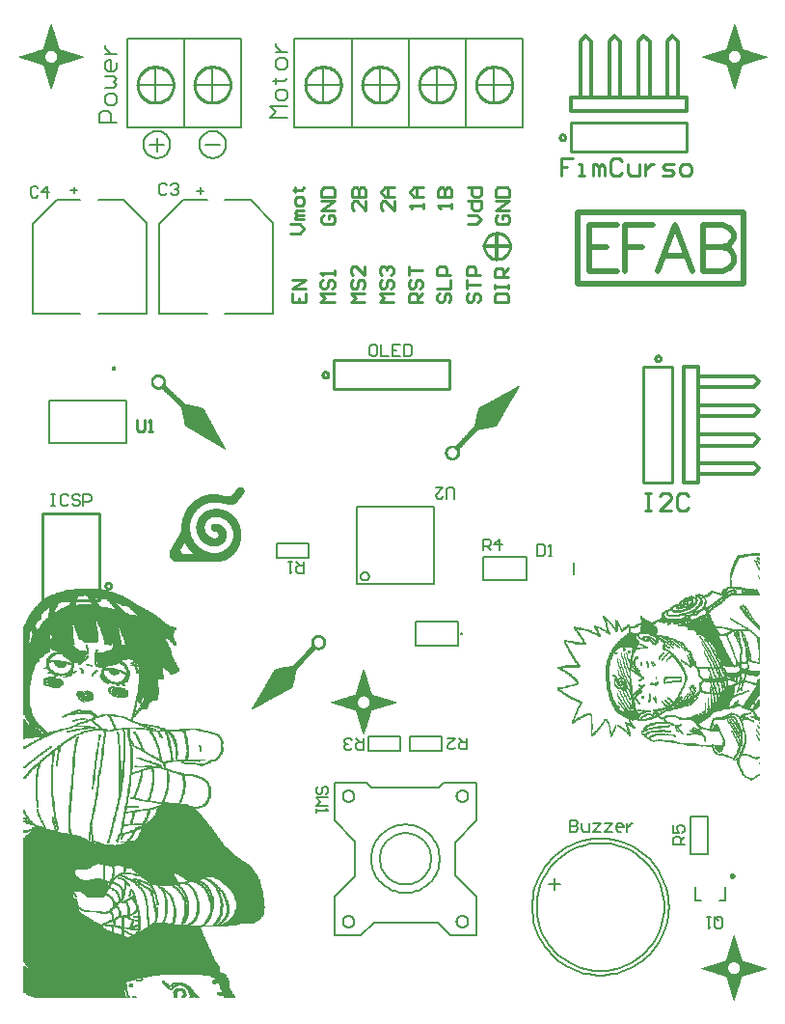
<source format=gto>
%FSTAX23Y23*%
%MOIN*%
%SFA1B1*%

%IPPOS*%
%ADD10C,0.007870*%
%ADD11C,0.010000*%
%ADD12C,0.006000*%
%ADD13C,0.009840*%
%ADD14C,0.019680*%
%ADD15C,0.001000*%
%ADD16C,0.002000*%
%ADD17C,0.011810*%
%ADD18C,0.008000*%
%LNpunkcontroller-pcb-1*%
%LPD*%
G54D10*
X00322Y02168D02*
D01*
X00322Y02168*
X00322Y02168*
X00322Y02169*
X00322Y02169*
X00322Y02169*
X00322Y0217*
X00321Y0217*
X00321Y0217*
X00321Y0217*
X00321Y0217*
X00321Y02171*
X00321Y02171*
X0032Y02171*
X0032Y02171*
X0032Y02171*
X0032Y02171*
X00319Y02172*
X00319Y02172*
X00319Y02172*
X00319Y02172*
X00318Y02172*
X00318Y02172*
X00318*
X00318Y02172*
X00317Y02172*
X00317Y02172*
X00317Y02172*
X00317Y02172*
X00316Y02171*
X00316Y02171*
X00316Y02171*
X00316Y02171*
X00315Y02171*
X00315Y02171*
X00315Y0217*
X00315Y0217*
X00315Y0217*
X00315Y0217*
X00314Y0217*
X00314Y02169*
X00314Y02169*
X00314Y02169*
X00314Y02168*
X00314Y02168*
X00314Y02168*
X00314Y02168*
X00314Y02167*
X00314Y02167*
X00314Y02167*
X00314Y02167*
X00314Y02166*
X00315Y02166*
X00315Y02166*
X00315Y02166*
X00315Y02165*
X00315Y02165*
X00315Y02165*
X00316Y02165*
X00316Y02165*
X00316Y02165*
X00316Y02164*
X00317Y02164*
X00317Y02164*
X00317Y02164*
X00317Y02164*
X00318Y02164*
X00318Y02164*
X00318*
X00318Y02164*
X00319Y02164*
X00319Y02164*
X00319Y02164*
X00319Y02164*
X0032Y02164*
X0032Y02165*
X0032Y02165*
X0032Y02165*
X00321Y02165*
X00321Y02165*
X00321Y02165*
X00321Y02166*
X00321Y02166*
X00321Y02166*
X00322Y02166*
X00322Y02167*
X00322Y02167*
X00322Y02167*
X00322Y02167*
X00322Y02168*
X00322Y02168*
D01*
X00322Y02168*
X00322Y02168*
X00322Y02169*
X00322Y02169*
X00322Y02169*
X00322Y0217*
X00321Y0217*
X00321Y0217*
X00321Y0217*
X00321Y0217*
X00321Y02171*
X00321Y02171*
X0032Y02171*
X0032Y02171*
X0032Y02171*
X0032Y02171*
X00319Y02172*
X00319Y02172*
X00319Y02172*
X00319Y02172*
X00318Y02172*
X00318Y02172*
X00318*
X00318Y02172*
X00317Y02172*
X00317Y02172*
X00317Y02172*
X00317Y02172*
X00316Y02171*
X00316Y02171*
X00316Y02171*
X00316Y02171*
X00315Y02171*
X00315Y02171*
X00315Y0217*
X00315Y0217*
X00315Y0217*
X00315Y0217*
X00314Y0217*
X00314Y02169*
X00314Y02169*
X00314Y02169*
X00314Y02168*
X00314Y02168*
X00314Y02168*
X00314Y02168*
X00314Y02167*
X00314Y02167*
X00314Y02167*
X00314Y02167*
X00314Y02166*
X00315Y02166*
X00315Y02166*
X00315Y02166*
X00315Y02165*
X00315Y02165*
X00315Y02165*
X00316Y02165*
X00316Y02165*
X00316Y02165*
X00316Y02164*
X00317Y02164*
X00317Y02164*
X00317Y02164*
X00317Y02164*
X00318Y02164*
X00318Y02164*
X00318*
X00318Y02164*
X00319Y02164*
X00319Y02164*
X00319Y02164*
X00319Y02164*
X0032Y02164*
X0032Y02165*
X0032Y02165*
X0032Y02165*
X00321Y02165*
X00321Y02165*
X00321Y02165*
X00321Y02166*
X00321Y02166*
X00321Y02166*
X00322Y02166*
X00322Y02167*
X00322Y02167*
X00322Y02167*
X00322Y02167*
X00322Y02168*
X00322Y02168*
D01*
X00322Y02168*
X00322Y02168*
X00322Y02169*
X00322Y02169*
X00322Y02169*
X00322Y0217*
X00321Y0217*
X00321Y0217*
X00321Y0217*
X00321Y0217*
X00321Y02171*
X00321Y02171*
X0032Y02171*
X0032Y02171*
X0032Y02171*
X0032Y02171*
X00319Y02172*
X00319Y02172*
X00319Y02172*
X00319Y02172*
X00318Y02172*
X00318Y02172*
X00318*
X00318Y02172*
X00317Y02172*
X00317Y02172*
X00317Y02172*
X00317Y02172*
X00316Y02171*
X00316Y02171*
X00316Y02171*
X00316Y02171*
X00315Y02171*
X00315Y02171*
X00315Y0217*
X00315Y0217*
X00315Y0217*
X00315Y0217*
X00314Y0217*
X00314Y02169*
X00314Y02169*
X00314Y02169*
X00314Y02168*
X00314Y02168*
X00314Y02168*
X00314Y02168*
X00314Y02167*
X00314Y02167*
X00314Y02167*
X00314Y02167*
X00314Y02166*
X00315Y02166*
X00315Y02166*
X00315Y02166*
X00315Y02165*
X00315Y02165*
X00315Y02165*
X00316Y02165*
X00316Y02165*
X00316Y02165*
X00316Y02164*
X00317Y02164*
X00317Y02164*
X00317Y02164*
X00317Y02164*
X00318Y02164*
X00318Y02164*
X00318*
X00318Y02164*
X00319Y02164*
X00319Y02164*
X00319Y02164*
X00319Y02164*
X0032Y02164*
X0032Y02165*
X0032Y02165*
X0032Y02165*
X00321Y02165*
X00321Y02165*
X00321Y02165*
X00321Y02166*
X00321Y02166*
X00321Y02166*
X00322Y02166*
X00322Y02167*
X00322Y02167*
X00322Y02167*
X00322Y02167*
X00322Y02168*
X00322Y02168*
X01444Y00474D02*
D01*
X01444Y00482*
X01443Y0049*
X01442Y00498*
X0144Y00506*
X01437Y00514*
X01434Y00522*
X01431Y00529*
X01426Y00536*
X01422Y00543*
X01417Y0055*
X01411Y00556*
X01405Y00562*
X01399Y00567*
X01392Y00572*
X01385Y00576*
X01378Y0058*
X01371Y00583*
X01363Y00586*
X01355Y00589*
X01347Y0059*
X01339Y00591*
X0133Y00592*
X01322*
X01314Y00591*
X01306Y0059*
X01298Y00589*
X0129Y00586*
X01282Y00583*
X01274Y0058*
X01267Y00576*
X0126Y00572*
X01254Y00567*
X01247Y00562*
X01241Y00556*
X01236Y0055*
X01231Y00543*
X01226Y00536*
X01222Y00529*
X01218Y00522*
X01215Y00514*
X01213Y00506*
X01211Y00498*
X01209Y0049*
X01208Y00482*
X01208Y00474*
X01208Y00466*
X01209Y00457*
X01211Y00449*
X01213Y00441*
X01215Y00434*
X01218Y00426*
X01222Y00418*
X01226Y00411*
X01231Y00404*
X01236Y00398*
X01241Y00392*
X01247Y00386*
X01254Y00381*
X0126Y00376*
X01267Y00372*
X01274Y00368*
X01282Y00364*
X0129Y00362*
X01298Y00359*
X01306Y00358*
X01314Y00356*
X01322Y00356*
X0133*
X01339Y00356*
X01347Y00358*
X01355Y00359*
X01363Y00362*
X01371Y00364*
X01378Y00368*
X01385Y00372*
X01392Y00376*
X01399Y00381*
X01405Y00386*
X01411Y00392*
X01417Y00398*
X01422Y00404*
X01426Y00411*
X01431Y00418*
X01434Y00426*
X01437Y00434*
X0144Y00441*
X01442Y00449*
X01443Y00457*
X01444Y00466*
X01444Y00474*
X01415D02*
D01*
X01415Y0048*
X01414Y00486*
X01413Y00492*
X01411Y00498*
X0141Y00504*
X01407Y0051*
X01404Y00515*
X01401Y00521*
X01398Y00526*
X01394Y00531*
X0139Y00535*
X01386Y0054*
X01381Y00544*
X01376Y00547*
X01371Y00551*
X01365Y00554*
X01359Y00556*
X01354Y00558*
X01348Y0056*
X01342Y00561*
X01336Y00562*
X01329Y00562*
X01323*
X01317Y00562*
X01311Y00561*
X01305Y0056*
X01299Y00558*
X01293Y00556*
X01287Y00554*
X01282Y00551*
X01277Y00547*
X01272Y00544*
X01267Y0054*
X01263Y00535*
X01258Y00531*
X01255Y00526*
X01251Y00521*
X01248Y00515*
X01245Y0051*
X01243Y00504*
X01241Y00498*
X0124Y00492*
X01239Y00486*
X01238Y0048*
X01238Y00474*
X01238Y00468*
X01239Y00462*
X0124Y00455*
X01241Y00449*
X01243Y00444*
X01245Y00438*
X01248Y00432*
X01251Y00427*
X01255Y00422*
X01258Y00417*
X01263Y00412*
X01267Y00408*
X01272Y00404*
X01277Y004*
X01282Y00397*
X01287Y00394*
X01293Y00392*
X01299Y0039*
X01305Y00388*
X01311Y00387*
X01317Y00386*
X01323Y00385*
X01329*
X01336Y00386*
X01342Y00387*
X01348Y00388*
X01354Y0039*
X01359Y00392*
X01365Y00394*
X01371Y00397*
X01376Y004*
X01381Y00404*
X01386Y00408*
X0139Y00412*
X01394Y00417*
X01398Y00422*
X01401Y00427*
X01404Y00432*
X01407Y00438*
X0141Y00444*
X01411Y00449*
X01413Y00455*
X01414Y00462*
X01415Y00468*
X01415Y00474*
X01149Y00257D02*
D01*
X01149Y00259*
X01149Y0026*
X01149Y00261*
X01148Y00263*
X01148Y00264*
X01147Y00265*
X01147Y00267*
X01146Y00268*
X01145Y00269*
X01145Y0027*
X01144Y00271*
X01143Y00272*
X01142Y00273*
X0114Y00274*
X01139Y00274*
X01138Y00275*
X01137Y00276*
X01136Y00276*
X01134Y00276*
X01133Y00277*
X01131Y00277*
X0113Y00277*
X01129*
X01127Y00277*
X01126Y00277*
X01125Y00276*
X01123Y00276*
X01122Y00276*
X01121Y00275*
X0112Y00274*
X01118Y00274*
X01117Y00273*
X01116Y00272*
X01115Y00271*
X01114Y0027*
X01113Y00269*
X01113Y00268*
X01112Y00267*
X01111Y00265*
X01111Y00264*
X0111Y00263*
X0111Y00261*
X0111Y0026*
X0111Y00259*
X0111Y00257*
X0111Y00256*
X0111Y00255*
X0111Y00253*
X0111Y00252*
X01111Y00251*
X01111Y00249*
X01112Y00248*
X01113Y00247*
X01113Y00246*
X01114Y00245*
X01115Y00244*
X01116Y00243*
X01117Y00242*
X01118Y00241*
X0112Y0024*
X01121Y0024*
X01122Y00239*
X01123Y00239*
X01125Y00238*
X01126Y00238*
X01127Y00238*
X01129Y00238*
X0113*
X01131Y00238*
X01133Y00238*
X01134Y00238*
X01136Y00239*
X01137Y00239*
X01138Y0024*
X01139Y0024*
X0114Y00241*
X01142Y00242*
X01143Y00243*
X01144Y00244*
X01145Y00245*
X01145Y00246*
X01146Y00247*
X01147Y00248*
X01147Y00249*
X01148Y00251*
X01148Y00252*
X01149Y00253*
X01149Y00255*
X01149Y00256*
X01149Y00257*
D01*
X01149Y00259*
X01149Y0026*
X01149Y00261*
X01148Y00263*
X01148Y00264*
X01147Y00265*
X01147Y00267*
X01146Y00268*
X01145Y00269*
X01145Y0027*
X01144Y00271*
X01143Y00272*
X01142Y00273*
X0114Y00274*
X01139Y00274*
X01138Y00275*
X01137Y00276*
X01136Y00276*
X01134Y00276*
X01133Y00277*
X01131Y00277*
X0113Y00277*
X01129*
X01127Y00277*
X01126Y00277*
X01125Y00276*
X01123Y00276*
X01122Y00276*
X01121Y00275*
X0112Y00274*
X01118Y00274*
X01117Y00273*
X01116Y00272*
X01115Y00271*
X01114Y0027*
X01113Y00269*
X01113Y00268*
X01112Y00267*
X01111Y00265*
X01111Y00264*
X0111Y00263*
X0111Y00261*
X0111Y0026*
X0111Y00259*
X0111Y00257*
X0111Y00256*
X0111Y00255*
X0111Y00253*
X0111Y00252*
X01111Y00251*
X01111Y00249*
X01112Y00248*
X01113Y00247*
X01113Y00246*
X01114Y00245*
X01115Y00244*
X01116Y00243*
X01117Y00242*
X01118Y00241*
X0112Y0024*
X01121Y0024*
X01122Y00239*
X01123Y00239*
X01125Y00238*
X01126Y00238*
X01127Y00238*
X01129Y00238*
X0113*
X01131Y00238*
X01133Y00238*
X01134Y00238*
X01136Y00239*
X01137Y00239*
X01138Y0024*
X01139Y0024*
X0114Y00241*
X01142Y00242*
X01143Y00243*
X01144Y00244*
X01145Y00245*
X01145Y00246*
X01146Y00247*
X01147Y00248*
X01147Y00249*
X01148Y00251*
X01148Y00252*
X01149Y00253*
X01149Y00255*
X01149Y00256*
X01149Y00257*
X01543Y0069D02*
D01*
X01543Y00692*
X01543Y00693*
X01542Y00695*
X01542Y00696*
X01542Y00697*
X01541Y00698*
X01541Y007*
X0154Y00701*
X01539Y00702*
X01538Y00703*
X01537Y00704*
X01536Y00705*
X01535Y00706*
X01534Y00707*
X01533Y00708*
X01532Y00708*
X0153Y00709*
X01529Y00709*
X01528Y0071*
X01527Y0071*
X01525Y0071*
X01524Y0071*
X01522*
X01521Y0071*
X0152Y0071*
X01518Y0071*
X01517Y00709*
X01516Y00709*
X01514Y00708*
X01513Y00708*
X01512Y00707*
X01511Y00706*
X0151Y00705*
X01509Y00704*
X01508Y00703*
X01507Y00702*
X01506Y00701*
X01506Y007*
X01505Y00698*
X01505Y00697*
X01504Y00696*
X01504Y00695*
X01504Y00693*
X01503Y00692*
X01503Y0069*
X01503Y00689*
X01504Y00688*
X01504Y00686*
X01504Y00685*
X01505Y00684*
X01505Y00682*
X01506Y00681*
X01506Y0068*
X01507Y00679*
X01508Y00678*
X01509Y00677*
X0151Y00676*
X01511Y00675*
X01512Y00674*
X01513Y00673*
X01514Y00673*
X01516Y00672*
X01517Y00672*
X01518Y00671*
X0152Y00671*
X01521Y00671*
X01522Y00671*
X01524*
X01525Y00671*
X01527Y00671*
X01528Y00671*
X01529Y00672*
X0153Y00672*
X01532Y00673*
X01533Y00673*
X01534Y00674*
X01535Y00675*
X01536Y00676*
X01537Y00677*
X01538Y00678*
X01539Y00679*
X0154Y0068*
X01541Y00681*
X01541Y00682*
X01542Y00684*
X01542Y00685*
X01542Y00686*
X01543Y00688*
X01543Y00689*
X01543Y0069*
D01*
X01543Y00692*
X01543Y00693*
X01542Y00695*
X01542Y00696*
X01542Y00697*
X01541Y00698*
X01541Y007*
X0154Y00701*
X01539Y00702*
X01538Y00703*
X01537Y00704*
X01536Y00705*
X01535Y00706*
X01534Y00707*
X01533Y00708*
X01532Y00708*
X0153Y00709*
X01529Y00709*
X01528Y0071*
X01527Y0071*
X01525Y0071*
X01524Y0071*
X01522*
X01521Y0071*
X0152Y0071*
X01518Y0071*
X01517Y00709*
X01516Y00709*
X01514Y00708*
X01513Y00708*
X01512Y00707*
X01511Y00706*
X0151Y00705*
X01509Y00704*
X01508Y00703*
X01507Y00702*
X01506Y00701*
X01506Y007*
X01505Y00698*
X01505Y00697*
X01504Y00696*
X01504Y00695*
X01504Y00693*
X01503Y00692*
X01503Y0069*
X01503Y00689*
X01504Y00688*
X01504Y00686*
X01504Y00685*
X01505Y00684*
X01505Y00682*
X01506Y00681*
X01506Y0068*
X01507Y00679*
X01508Y00678*
X01509Y00677*
X0151Y00676*
X01511Y00675*
X01512Y00674*
X01513Y00673*
X01514Y00673*
X01516Y00672*
X01517Y00672*
X01518Y00671*
X0152Y00671*
X01521Y00671*
X01522Y00671*
X01524*
X01525Y00671*
X01527Y00671*
X01528Y00671*
X01529Y00672*
X0153Y00672*
X01532Y00673*
X01533Y00673*
X01534Y00674*
X01535Y00675*
X01536Y00676*
X01537Y00677*
X01538Y00678*
X01539Y00679*
X0154Y0068*
X01541Y00681*
X01541Y00682*
X01542Y00684*
X01542Y00685*
X01542Y00686*
X01543Y00688*
X01543Y00689*
X01543Y0069*
X01149D02*
D01*
X01149Y00692*
X01149Y00693*
X01149Y00695*
X01148Y00696*
X01148Y00697*
X01147Y00698*
X01147Y007*
X01146Y00701*
X01145Y00702*
X01145Y00703*
X01144Y00704*
X01143Y00705*
X01142Y00706*
X0114Y00707*
X01139Y00708*
X01138Y00708*
X01137Y00709*
X01136Y00709*
X01134Y0071*
X01133Y0071*
X01131Y0071*
X0113Y0071*
X01129*
X01127Y0071*
X01126Y0071*
X01125Y0071*
X01123Y00709*
X01122Y00709*
X01121Y00708*
X0112Y00708*
X01118Y00707*
X01117Y00706*
X01116Y00705*
X01115Y00704*
X01114Y00703*
X01113Y00702*
X01113Y00701*
X01112Y007*
X01111Y00698*
X01111Y00697*
X0111Y00696*
X0111Y00695*
X0111Y00693*
X0111Y00692*
X0111Y0069*
X0111Y00689*
X0111Y00688*
X0111Y00686*
X0111Y00685*
X01111Y00684*
X01111Y00682*
X01112Y00681*
X01113Y0068*
X01113Y00679*
X01114Y00678*
X01115Y00677*
X01116Y00676*
X01117Y00675*
X01118Y00674*
X0112Y00673*
X01121Y00673*
X01122Y00672*
X01123Y00672*
X01125Y00671*
X01126Y00671*
X01127Y00671*
X01129Y00671*
X0113*
X01131Y00671*
X01133Y00671*
X01134Y00671*
X01136Y00672*
X01137Y00672*
X01138Y00673*
X01139Y00673*
X0114Y00674*
X01142Y00675*
X01143Y00676*
X01144Y00677*
X01145Y00678*
X01145Y00679*
X01146Y0068*
X01147Y00681*
X01147Y00682*
X01148Y00684*
X01148Y00685*
X01149Y00686*
X01149Y00688*
X01149Y00689*
X01149Y0069*
X01543Y00257D02*
D01*
X01543Y00259*
X01543Y0026*
X01542Y00261*
X01542Y00263*
X01542Y00264*
X01541Y00265*
X01541Y00267*
X0154Y00268*
X01539Y00269*
X01538Y0027*
X01537Y00271*
X01536Y00272*
X01535Y00273*
X01534Y00274*
X01533Y00274*
X01532Y00275*
X0153Y00276*
X01529Y00276*
X01528Y00276*
X01527Y00277*
X01525Y00277*
X01524Y00277*
X01522*
X01521Y00277*
X0152Y00277*
X01518Y00276*
X01517Y00276*
X01516Y00276*
X01514Y00275*
X01513Y00274*
X01512Y00274*
X01511Y00273*
X0151Y00272*
X01509Y00271*
X01508Y0027*
X01507Y00269*
X01506Y00268*
X01506Y00267*
X01505Y00265*
X01505Y00264*
X01504Y00263*
X01504Y00261*
X01504Y0026*
X01503Y00259*
X01503Y00257*
X01503Y00256*
X01504Y00255*
X01504Y00253*
X01504Y00252*
X01505Y00251*
X01505Y00249*
X01506Y00248*
X01506Y00247*
X01507Y00246*
X01508Y00245*
X01509Y00244*
X0151Y00243*
X01511Y00242*
X01512Y00241*
X01513Y0024*
X01514Y0024*
X01516Y00239*
X01517Y00239*
X01518Y00238*
X0152Y00238*
X01521Y00238*
X01522Y00238*
X01524*
X01525Y00238*
X01527Y00238*
X01528Y00238*
X01529Y00239*
X0153Y00239*
X01532Y0024*
X01533Y0024*
X01534Y00241*
X01535Y00242*
X01536Y00243*
X01537Y00244*
X01538Y00245*
X01539Y00246*
X0154Y00247*
X01541Y00248*
X01541Y00249*
X01542Y00251*
X01542Y00252*
X01542Y00253*
X01543Y00255*
X01543Y00256*
X01543Y00257*
X01523Y01251D02*
D01*
X01523Y01252*
X01523Y01252*
X01523Y01252*
X01523Y01252*
X01523Y01252*
X01523Y01253*
X01523Y01253*
X01523Y01253*
X01522Y01253*
X01522Y01253*
X01522Y01253*
X01522Y01254*
X01522Y01254*
X01522Y01254*
X01522Y01254*
X01521Y01254*
X01521Y01254*
X01521Y01254*
X01521Y01254*
X01521Y01254*
X0152Y01254*
X0152Y01254*
X0152*
X0152Y01254*
X0152Y01254*
X01519Y01254*
X01519Y01254*
X01519Y01254*
X01519Y01254*
X01519Y01254*
X01519Y01254*
X01518Y01254*
X01518Y01254*
X01518Y01253*
X01518Y01253*
X01518Y01253*
X01518Y01253*
X01518Y01253*
X01518Y01253*
X01518Y01252*
X01517Y01252*
X01517Y01252*
X01517Y01252*
X01517Y01252*
X01517Y01251*
X01517Y01251*
X01517Y01251*
X01517Y01251*
X01517Y01251*
X01518Y01251*
X01518Y0125*
X01518Y0125*
X01518Y0125*
X01518Y0125*
X01518Y0125*
X01518Y0125*
X01518Y01249*
X01518Y01249*
X01519Y01249*
X01519Y01249*
X01519Y01249*
X01519Y01249*
X01519Y01249*
X01519Y01249*
X0152Y01249*
X0152Y01249*
X0152Y01249*
X0152*
X0152Y01249*
X01521Y01249*
X01521Y01249*
X01521Y01249*
X01521Y01249*
X01521Y01249*
X01522Y01249*
X01522Y01249*
X01522Y01249*
X01522Y01249*
X01522Y0125*
X01522Y0125*
X01522Y0125*
X01523Y0125*
X01523Y0125*
X01523Y0125*
X01523Y01251*
X01523Y01251*
X01523Y01251*
X01523Y01251*
X01523Y01251*
X01523Y01251*
X02221Y00308D02*
D01*
X0222Y00323*
X02219Y00338*
X02216Y00353*
X02212Y00368*
X02208Y00383*
X02202Y00397*
X02195Y00411*
X02187Y00424*
X02179Y00437*
X02169Y00449*
X02159Y00461*
X02148Y00471*
X02136Y00481*
X02124Y0049*
X02111Y00499*
X02097Y00506*
X02083Y00512*
X02069Y00517*
X02054Y00521*
X02039Y00525*
X02024Y00527*
X02008Y00528*
X01993*
X01977Y00527*
X01962Y00525*
X01947Y00521*
X01932Y00517*
X01918Y00512*
X01904Y00506*
X0189Y00499*
X01877Y0049*
X01865Y00481*
X01853Y00471*
X01842Y00461*
X01832Y00449*
X01822Y00437*
X01814Y00424*
X01806Y00411*
X01799Y00397*
X01793Y00383*
X01789Y00368*
X01785Y00353*
X01782Y00338*
X01781Y00323*
X0178Y00308*
X01781Y00292*
X01782Y00277*
X01785Y00262*
X01789Y00247*
X01793Y00232*
X01799Y00218*
X01806Y00204*
X01814Y00191*
X01822Y00178*
X01832Y00166*
X01842Y00154*
X01853Y00144*
X01865Y00134*
X01877Y00125*
X0189Y00117*
X01904Y00109*
X01918Y00103*
X01932Y00098*
X01947Y00094*
X01962Y0009*
X01977Y00088*
X01993Y00087*
X02008*
X02024Y00088*
X02039Y0009*
X02054Y00094*
X02069Y00098*
X02083Y00103*
X02097Y00109*
X02111Y00117*
X02124Y00125*
X02136Y00134*
X02148Y00144*
X02159Y00154*
X02169Y00166*
X02179Y00178*
X02187Y00191*
X02195Y00204*
X02202Y00218*
X02208Y00232*
X02212Y00247*
X02216Y00262*
X02219Y00277*
X0222Y00292*
X02221Y00308*
X02237D02*
D01*
X02236Y00324*
X02234Y0034*
X02232Y00357*
X02228Y00373*
X02222Y00388*
X02216Y00404*
X02209Y00418*
X02201Y00433*
X02192Y00446*
X02181Y00459*
X0217Y00472*
X02159Y00483*
X02146Y00494*
X02133Y00503*
X02119Y00512*
X02104Y0052*
X02089Y00527*
X02073Y00532*
X02058Y00537*
X02042Y0054*
X02025Y00542*
X02009Y00544*
X01992*
X01976Y00542*
X01959Y0054*
X01943Y00537*
X01927Y00532*
X01912Y00527*
X01897Y0052*
X01882Y00512*
X01868Y00503*
X01855Y00494*
X01842Y00483*
X01831Y00472*
X0182Y00459*
X01809Y00446*
X018Y00433*
X01792Y00418*
X01785Y00404*
X01779Y00388*
X01773Y00373*
X01769Y00357*
X01767Y0034*
X01765Y00324*
X01764Y00308*
X01765Y00291*
X01767Y00275*
X01769Y00258*
X01773Y00242*
X01779Y00227*
X01785Y00211*
X01792Y00197*
X018Y00182*
X01809Y00169*
X0182Y00156*
X01831Y00143*
X01842Y00132*
X01855Y00121*
X01868Y00112*
X01882Y00103*
X01897Y00095*
X01912Y00089*
X01927Y00083*
X01943Y00078*
X01959Y00075*
X01976Y00073*
X01992Y00071*
X02009*
X02025Y00073*
X02042Y00075*
X02058Y00078*
X02073Y00083*
X02089Y00089*
X02104Y00095*
X02119Y00103*
X02133Y00112*
X02146Y00121*
X02159Y00132*
X0217Y00143*
X02181Y00156*
X02192Y00169*
X02201Y00182*
X02209Y00197*
X02216Y00211*
X02222Y00227*
X02228Y00242*
X02232Y00258*
X02234Y00275*
X02236Y00291*
X02237Y00308*
X00513Y0294D02*
D01*
X00513Y02944*
X00513Y02947*
X00512Y0295*
X00512Y02953*
X00511Y02956*
X00509Y02959*
X00508Y02962*
X00506Y02965*
X00505Y02968*
X00503Y0297*
X005Y02973*
X00498Y02975*
X00496Y02977*
X00493Y02979*
X0049Y02981*
X00487Y02982*
X00484Y02983*
X00481Y02985*
X00478Y02985*
X00475Y02986*
X00472Y02987*
X00469Y02987*
X00465*
X00462Y02987*
X00459Y02986*
X00456Y02985*
X00453Y02985*
X0045Y02983*
X00447Y02982*
X00444Y02981*
X00441Y02979*
X00438Y02977*
X00436Y02975*
X00434Y02973*
X00431Y0297*
X00429Y02968*
X00428Y02965*
X00426Y02962*
X00425Y02959*
X00423Y02956*
X00422Y02953*
X00422Y0295*
X00421Y02947*
X00421Y02944*
X00421Y0294*
X00421Y02937*
X00421Y02934*
X00422Y02931*
X00422Y02928*
X00423Y02925*
X00425Y02922*
X00426Y02919*
X00428Y02916*
X00429Y02913*
X00431Y02911*
X00434Y02908*
X00436Y02906*
X00438Y02904*
X00441Y02902*
X00444Y029*
X00447Y02899*
X0045Y02897*
X00453Y02896*
X00456Y02895*
X00459Y02895*
X00462Y02894*
X00465Y02894*
X00469*
X00472Y02894*
X00475Y02895*
X00478Y02895*
X00481Y02896*
X00484Y02897*
X00487Y02899*
X0049Y029*
X00493Y02902*
X00496Y02904*
X00498Y02906*
X005Y02908*
X00503Y02911*
X00505Y02913*
X00506Y02916*
X00508Y02919*
X00509Y02922*
X00511Y02925*
X00512Y02928*
X00512Y02931*
X00513Y02934*
X00513Y02937*
X00513Y0294*
X00706D02*
D01*
X00706Y02944*
X00706Y02947*
X00705Y0295*
X00705Y02953*
X00704Y02956*
X00702Y02959*
X00701Y02962*
X00699Y02965*
X00697Y02968*
X00695Y0297*
X00693Y02973*
X00691Y02975*
X00689Y02977*
X00686Y02979*
X00683Y02981*
X0068Y02982*
X00677Y02983*
X00674Y02985*
X00671Y02985*
X00668Y02986*
X00665Y02987*
X00662Y02987*
X00658*
X00655Y02987*
X00652Y02986*
X00649Y02985*
X00646Y02985*
X00643Y02983*
X0064Y02982*
X00637Y02981*
X00634Y02979*
X00631Y02977*
X00629Y02975*
X00627Y02973*
X00624Y0297*
X00622Y02968*
X00621Y02965*
X00619Y02962*
X00618Y02959*
X00616Y02956*
X00615Y02953*
X00615Y0295*
X00614Y02947*
X00614Y02944*
X00614Y0294*
X00614Y02937*
X00614Y02934*
X00615Y02931*
X00615Y02928*
X00616Y02925*
X00618Y02922*
X00619Y02919*
X00621Y02916*
X00622Y02913*
X00624Y02911*
X00627Y02908*
X00629Y02906*
X00631Y02904*
X00634Y02902*
X00637Y029*
X0064Y02899*
X00643Y02897*
X00646Y02896*
X00649Y02895*
X00652Y02895*
X00655Y02894*
X00658Y02894*
X00662*
X00665Y02894*
X00668Y02895*
X00671Y02895*
X00674Y02896*
X00677Y02897*
X0068Y02899*
X00683Y029*
X00686Y02902*
X00689Y02904*
X00691Y02906*
X00693Y02908*
X00695Y02911*
X00697Y02913*
X00699Y02916*
X00701Y02919*
X00702Y02922*
X00704Y02925*
X00705Y02928*
X00705Y02931*
X00706Y02934*
X00706Y02937*
X00706Y0294*
X0036Y0191D02*
Y02056D01*
Y0191D02*
Y02056D01*
X00096Y0191D02*
Y02056D01*
Y0191D02*
Y02056D01*
Y0191D02*
X0036D01*
X00096D02*
X0036D01*
X00096Y02056D02*
X0036D01*
X00096D02*
X0036D01*
X00297Y0191D02*
X0036D01*
X00096D02*
X00154D01*
X00096Y02056D02*
X00105D01*
X0035D02*
X0036D01*
X00096Y0191D02*
Y02056D01*
X0036Y0191D02*
Y02056D01*
X0108Y00738D02*
X01191D01*
X01208Y00721*
X01458Y00738D02*
X01572D01*
X01441Y00721D02*
X01458Y00738D01*
X0108Y0021D02*
X01173D01*
X01217Y00254*
X01483Y0021D02*
X01572D01*
X01439Y00254D02*
X01483Y0021D01*
X01572D02*
Y00342D01*
X01497Y00417D02*
X01572Y00342D01*
Y00606D02*
Y00738D01*
X01497Y00531D02*
X01572Y00606D01*
X01497Y00417D02*
Y00531D01*
X0108Y0021D02*
Y00342D01*
X01152Y00414*
X0108Y00606D02*
Y00738D01*
Y00606D02*
X01152Y00534D01*
Y00414D02*
Y00534D01*
X01217Y00254D02*
X01439D01*
X01208Y00721D02*
X01441D01*
X01363Y0121D02*
Y01293D01*
X01508*
X01363Y0121D02*
X01508D01*
Y01293*
X00432Y02356D02*
Y02671D01*
X00353Y0275D02*
X00432Y02671D01*
X00038Y02667D02*
X00121Y0275D01*
X00038Y02356D02*
Y02667D01*
X00266Y02356D02*
X00432D01*
X00038D02*
X00203D01*
X00121Y0275D02*
X00203D01*
X00266D02*
X00353D01*
X00169Y02782D02*
X0019D01*
X0018Y02772D02*
Y02793D01*
X00869Y02355D02*
Y0267D01*
X0079Y02749D02*
X00869Y0267D01*
X00475Y02666D02*
X00558Y02749D01*
X00475Y02355D02*
Y02666D01*
X00703Y02355D02*
X00869D01*
X00475D02*
X0064D01*
X00558Y02749D02*
X0064D01*
X00703D02*
X0079D01*
X00606Y02781D02*
X00627D01*
X00617Y02771D02*
Y02792D01*
X01823Y00386D02*
X01863D01*
X01843Y00367D02*
Y00406D01*
X02329Y00329D02*
X02347D01*
X02412D02*
X0243D01*
Y00375*
X02329Y00329D02*
Y00375D01*
X0157Y03147D02*
X01695D01*
X01633Y03084D02*
Y0321D01*
X01373Y03147D02*
X01498D01*
X01436Y03084D02*
Y0321D01*
X01534Y03001D02*
Y03305D01*
X01337D02*
X01731D01*
Y03001D02*
Y03305D01*
X01337Y03001D02*
X01731D01*
X00943D02*
X01337D01*
Y03305*
X01239Y03084D02*
Y0321D01*
X01176Y03147D02*
X01301D01*
X00979D02*
X01104D01*
X01042Y03084D02*
Y0321D01*
X0114Y03001D02*
Y03305D01*
X00943D02*
X01337D01*
X00943Y03001D02*
Y03305D01*
X00364Y03001D02*
X00757D01*
X00364D02*
Y03305D01*
X00757*
Y03001D02*
Y03305D01*
X00561Y03001D02*
Y03305D01*
X00462Y03084D02*
Y0321D01*
X00399Y03147D02*
X00524D01*
X00596D02*
X00721D01*
X00659Y03084D02*
Y0321D01*
X00467Y02917D02*
Y02964D01*
X00442Y0294D02*
X00492D01*
X00635D02*
X00685D01*
X00502Y028D02*
X00496Y02807D01*
X00482*
X00476Y028*
Y02774*
X00482Y02767*
X00496*
X00502Y02774*
X00515Y028D02*
X00522Y02807D01*
X00535*
X00541Y028*
Y02793*
X00535Y02787*
X00528*
X00535*
X00541Y0278*
Y02774*
X00535Y02767*
X00522*
X00515Y02774*
X01496Y01718D02*
Y01751D01*
X01489Y01757*
X01476*
X01469Y01751*
Y01718*
X0143Y01757D02*
X01456D01*
X0143Y01731*
Y01725*
X01437Y01718*
X0145*
X01456Y01725*
X01052Y00698D02*
X01059Y00704D01*
Y00717*
X01052Y00724*
X01045*
X01039Y00717*
Y00704*
X01032Y00698*
X01026*
X01019Y00704*
Y00717*
X01026Y00724*
X01059Y00685D02*
X01019D01*
X01032Y00671*
X01019Y00658*
X01059*
X01019Y00645D02*
Y00632D01*
Y00639*
X01059*
X01052Y00645*
X0229Y00523D02*
X02251D01*
Y00543*
X02257Y00549*
X0227*
X02277Y00543*
Y00523*
Y00536D02*
X0229Y00549D01*
X02251Y00589D02*
Y00562D01*
X0227*
X02264Y00576*
Y00582*
X0227Y00589*
X02283*
X0229Y00582*
Y00569*
X02283Y00562*
X01182Y0089D02*
Y00851D01*
X01162*
X01155Y00857*
Y00871*
X01162Y00877*
X01182*
X01168D02*
X01155Y0089D01*
X01142Y00857D02*
X01136Y00851D01*
X01123*
X01116Y00857*
Y00864*
X01123Y00871*
X01129*
X01123*
X01116Y00877*
Y00884*
X01123Y0089*
X01136*
X01142Y00884*
X01537Y00891D02*
Y00852D01*
X01517*
X01511Y00858*
Y00872*
X01517Y00878*
X01537*
X01524D02*
X01511Y00891D01*
X01471D02*
X01498D01*
X01471Y00865*
Y00858*
X01478Y00852*
X01491*
X01498Y00858*
X01594Y01539D02*
Y01578D01*
X01614*
X0162Y01572*
Y01559*
X01614Y01552*
X01594*
X01607D02*
X0162Y01539D01*
X01653D02*
Y01578D01*
X01633Y01559*
X0166*
X00975Y015D02*
Y0146D01*
X00955*
X00949Y01467*
Y0148*
X00955Y01486*
X00975*
X00962D02*
X00949Y015D01*
X00936D02*
X00922D01*
X00929*
Y0146*
X00936Y01467*
X02395Y00266D02*
Y00239D01*
X02401Y00233*
X02414*
X02421Y00239*
Y00266*
X02414Y00272*
X02401*
X02408Y00259D02*
X02395Y00272D01*
X02401D02*
X02395Y00266D01*
X02381Y00272D02*
X02368D01*
X02375*
Y00233*
X02381Y00239*
X00102Y01733D02*
X00115D01*
X00108*
Y01693*
X00102*
X00115*
X00161Y01726D02*
X00154Y01733D01*
X00141*
X00135Y01726*
Y017*
X00141Y01693*
X00154*
X00161Y017*
X002Y01726D02*
X00194Y01733D01*
X00181*
X00174Y01726*
Y0172*
X00181Y01713*
X00194*
X002Y01707*
Y017*
X00194Y01693*
X00181*
X00174Y017*
X00213Y01693D02*
Y01733D01*
X00233*
X0024Y01726*
Y01713*
X00233Y01707*
X00213*
X00918Y03033D02*
X00859D01*
X00878Y03053*
X00859Y03072*
X00918*
Y03102D02*
Y03122D01*
X00908Y03131*
X00888*
X00878Y03122*
Y03102*
X00888Y03092*
X00908*
X00918Y03102*
X00869Y03161D02*
X00878D01*
Y03151*
Y03171*
Y03161*
X00908*
X00918Y03171*
Y0321D02*
Y0323D01*
X00908Y0324*
X00888*
X00878Y0323*
Y0321*
X00888Y032*
X00908*
X00918Y0321*
X00878Y03259D02*
X00918D01*
X00898*
X00888Y03269*
X00878Y03279*
Y03289*
X00327Y03017D02*
X00268D01*
Y03047*
X00278Y03057*
X00298*
X00308Y03047*
Y03017*
X00327Y03086D02*
Y03106D01*
X00317Y03116*
X00298*
X00288Y03106*
Y03086*
X00298Y03076*
X00317*
X00327Y03086*
X00288Y03135D02*
X00317D01*
X00327Y03145*
X00317Y03155*
X00327Y03165*
X00317Y03175*
X00288*
X00327Y03224D02*
Y03204D01*
X00317Y03194*
X00298*
X00288Y03204*
Y03224*
X00298Y03234*
X00308*
Y03194*
X00288Y03253D02*
X00327D01*
X00308*
X00298Y03263*
X00288Y03273*
Y03283*
X01223Y02249D02*
X0121D01*
X01203Y02243*
Y02217*
X0121Y0221*
X01223*
X01229Y02217*
Y02243*
X01223Y02249*
X01243D02*
Y0221D01*
X01269*
X01308Y02249D02*
X01282D01*
Y0221*
X01308*
X01282Y0223D02*
X01295D01*
X01321Y02249D02*
Y0221D01*
X01341*
X01348Y02217*
Y02243*
X01341Y02249*
X01321*
X01781Y01559D02*
Y01519D01*
X01801*
X01807Y01526*
Y01552*
X01801Y01559*
X01781*
X0182Y01519D02*
X01833D01*
X01827*
Y01559*
X0182Y01552*
X00056Y02791D02*
X0005Y02798D01*
X00037*
X0003Y02791*
Y02765*
X00037Y02758*
X0005*
X00056Y02765*
X00089Y02758D02*
Y02798D01*
X00069Y02778*
X00096*
X01896Y00608D02*
Y00568D01*
X01916*
X01922Y00575*
Y00582*
X01916Y00588*
X01896*
X01916*
X01922Y00595*
Y00601*
X01916Y00608*
X01896*
X01936Y00595D02*
Y00575D01*
X01942Y00568*
X01962*
Y00595*
X01975D02*
X02001D01*
X01975Y00568*
X02001*
X02014Y00595D02*
X0204D01*
X02014Y00568*
X0204*
X02073D02*
X0206D01*
X02054Y00575*
Y00588*
X0206Y00595*
X02073*
X0208Y00588*
Y00582*
X02054*
X02093Y00595D02*
Y00568D01*
Y00582*
X021Y00588*
X02106Y00595*
X02113*
G54D11*
X01879Y02965D02*
D01*
X01879Y02966*
X01879Y02966*
X01879Y02967*
X01879Y02968*
X01879Y02968*
X01878Y02969*
X01878Y0297*
X01878Y0297*
X01877Y02971*
X01877Y02971*
X01876Y02972*
X01876Y02972*
X01875Y02973*
X01875Y02973*
X01874Y02974*
X01874Y02974*
X01873Y02974*
X01872Y02975*
X01872Y02975*
X01871Y02975*
X0187Y02975*
X0187Y02975*
X01869*
X01868Y02975*
X01868Y02975*
X01867Y02975*
X01866Y02975*
X01866Y02974*
X01865Y02974*
X01864Y02974*
X01864Y02973*
X01863Y02973*
X01863Y02972*
X01862Y02972*
X01862Y02971*
X01861Y02971*
X01861Y0297*
X0186Y0297*
X0186Y02969*
X0186Y02968*
X0186Y02968*
X0186Y02967*
X01859Y02966*
X01859Y02966*
X01859Y02965*
X01859Y02964*
X01859Y02964*
X0186Y02963*
X0186Y02962*
X0186Y02962*
X0186Y02961*
X0186Y0296*
X01861Y0296*
X01861Y02959*
X01862Y02959*
X01862Y02958*
X01863Y02958*
X01863Y02957*
X01864Y02957*
X01864Y02956*
X01865Y02956*
X01866Y02956*
X01866Y02956*
X01867Y02955*
X01868Y02955*
X01868Y02955*
X01869Y02955*
X0187*
X0187Y02955*
X01871Y02955*
X01872Y02955*
X01872Y02956*
X01873Y02956*
X01874Y02956*
X01874Y02956*
X01875Y02957*
X01875Y02957*
X01876Y02958*
X01876Y02958*
X01877Y02959*
X01877Y02959*
X01878Y0296*
X01878Y0296*
X01878Y02961*
X01879Y02962*
X01879Y02962*
X01879Y02963*
X01879Y02964*
X01879Y02964*
X01879Y02965*
X01688Y0259D02*
D01*
X01688Y02593*
X01687Y02596*
X01687Y02599*
X01686Y02602*
X01685Y02605*
X01684Y02608*
X01683Y02611*
X01681Y02614*
X01679Y02616*
X01677Y02619*
X01675Y02621*
X01673Y02623*
X01671Y02625*
X01668Y02627*
X01666Y02629*
X01663Y0263*
X0166Y02631*
X01657Y02633*
X01654Y02633*
X01651Y02634*
X01648Y02634*
X01645Y02635*
X01642*
X01638Y02634*
X01635Y02634*
X01632Y02633*
X01629Y02633*
X01626Y02631*
X01623Y0263*
X01621Y02629*
X01618Y02627*
X01616Y02625*
X01613Y02623*
X01611Y02621*
X01609Y02619*
X01607Y02616*
X01605Y02614*
X01604Y02611*
X01602Y02608*
X01601Y02605*
X016Y02602*
X01599Y02599*
X01599Y02596*
X01598Y02593*
X01598Y0259*
X01598Y02587*
X01599Y02584*
X01599Y02581*
X016Y02578*
X01601Y02575*
X01602Y02572*
X01604Y02569*
X01605Y02566*
X01607Y02564*
X01609Y02561*
X01611Y02559*
X01613Y02557*
X01616Y02555*
X01618Y02553*
X01621Y02551*
X01623Y0255*
X01626Y02548*
X01629Y02547*
X01632Y02546*
X01635Y02546*
X01638Y02545*
X01642Y02545*
X01645*
X01648Y02545*
X01651Y02546*
X01654Y02546*
X01657Y02547*
X0166Y02548*
X01663Y0255*
X01666Y02551*
X01668Y02553*
X01671Y02555*
X01673Y02557*
X01675Y02559*
X01677Y02561*
X01679Y02564*
X01681Y02566*
X01683Y02569*
X01684Y02572*
X01685Y02575*
X01686Y02578*
X01687Y02581*
X01687Y02584*
X01688Y02587*
X01688Y0259*
X02209Y02202D02*
D01*
X02209Y02202*
X02209Y02203*
X02209Y02204*
X02209Y02204*
X02209Y02205*
X02208Y02206*
X02208Y02206*
X02208Y02207*
X02207Y02207*
X02207Y02208*
X02206Y02208*
X02206Y02209*
X02205Y02209*
X02205Y0221*
X02204Y0221*
X02204Y02211*
X02203Y02211*
X02202Y02211*
X02202Y02211*
X02201Y02211*
X022Y02211*
X022Y02212*
X02199*
X02198Y02211*
X02198Y02211*
X02197Y02211*
X02196Y02211*
X02196Y02211*
X02195Y02211*
X02194Y0221*
X02194Y0221*
X02193Y02209*
X02193Y02209*
X02192Y02208*
X02192Y02208*
X02191Y02207*
X02191Y02207*
X0219Y02206*
X0219Y02206*
X0219Y02205*
X0219Y02204*
X0219Y02204*
X02189Y02203*
X02189Y02202*
X02189Y02202*
X02189Y02201*
X02189Y022*
X0219Y02199*
X0219Y02199*
X0219Y02198*
X0219Y02197*
X0219Y02197*
X02191Y02196*
X02191Y02196*
X02192Y02195*
X02192Y02195*
X02193Y02194*
X02193Y02194*
X02194Y02193*
X02194Y02193*
X02195Y02193*
X02196Y02192*
X02196Y02192*
X02197Y02192*
X02198Y02192*
X02198Y02192*
X02199Y02192*
X022*
X022Y02192*
X02201Y02192*
X02202Y02192*
X02202Y02192*
X02203Y02192*
X02204Y02193*
X02204Y02193*
X02205Y02193*
X02205Y02194*
X02206Y02194*
X02206Y02195*
X02207Y02195*
X02207Y02196*
X02208Y02196*
X02208Y02197*
X02208Y02197*
X02209Y02198*
X02209Y02199*
X02209Y02199*
X02209Y022*
X02209Y02201*
X02209Y02202*
X00309Y01417D02*
D01*
X00309Y01418*
X00309Y01418*
X00309Y01419*
X00309Y0142*
X00308Y0142*
X00308Y01421*
X00308Y01422*
X00307Y01422*
X00307Y01423*
X00307Y01423*
X00306Y01424*
X00306Y01424*
X00305Y01425*
X00305Y01425*
X00304Y01425*
X00303Y01426*
X00303Y01426*
X00302Y01426*
X00301Y01427*
X00301Y01427*
X003Y01427*
X00299Y01427*
X00299*
X00298Y01427*
X00297Y01427*
X00297Y01427*
X00296Y01426*
X00295Y01426*
X00295Y01426*
X00294Y01425*
X00293Y01425*
X00293Y01425*
X00292Y01424*
X00292Y01424*
X00291Y01423*
X00291Y01423*
X00291Y01422*
X0029Y01422*
X0029Y01421*
X0029Y0142*
X00289Y0142*
X00289Y01419*
X00289Y01418*
X00289Y01418*
X00289Y01417*
X00289Y01416*
X00289Y01415*
X00289Y01415*
X00289Y01414*
X0029Y01413*
X0029Y01413*
X0029Y01412*
X00291Y01412*
X00291Y01411*
X00291Y0141*
X00292Y0141*
X00292Y01409*
X00293Y01409*
X00293Y01409*
X00294Y01408*
X00295Y01408*
X00295Y01408*
X00296Y01407*
X00297Y01407*
X00297Y01407*
X00298Y01407*
X00299Y01407*
X00299*
X003Y01407*
X00301Y01407*
X00301Y01407*
X00302Y01407*
X00303Y01408*
X00303Y01408*
X00304Y01408*
X00305Y01409*
X00305Y01409*
X00306Y01409*
X00306Y0141*
X00307Y0141*
X00307Y01411*
X00307Y01412*
X00308Y01412*
X00308Y01413*
X00308Y01413*
X00309Y01414*
X00309Y01415*
X00309Y01415*
X00309Y01416*
X00309Y01417*
X01059Y02145D02*
D01*
X01059Y02146*
X01059Y02147*
X01059Y02147*
X01059Y02148*
X01059Y02149*
X01059Y02149*
X01058Y0215*
X01058Y0215*
X01058Y02151*
X01057Y02152*
X01057Y02152*
X01056Y02153*
X01056Y02153*
X01055Y02153*
X01054Y02154*
X01054Y02154*
X01053Y02154*
X01053Y02155*
X01052Y02155*
X01051Y02155*
X0105Y02155*
X0105Y02155*
X01049*
X01048Y02155*
X01048Y02155*
X01047Y02155*
X01046Y02155*
X01046Y02154*
X01045Y02154*
X01044Y02154*
X01044Y02153*
X01043Y02153*
X01043Y02153*
X01042Y02152*
X01042Y02152*
X01041Y02151*
X01041Y0215*
X01041Y0215*
X0104Y02149*
X0104Y02149*
X0104Y02148*
X0104Y02147*
X0104Y02147*
X01039Y02146*
X01039Y02145*
X01039Y02144*
X0104Y02144*
X0104Y02143*
X0104Y02142*
X0104Y02142*
X0104Y02141*
X01041Y0214*
X01041Y0214*
X01041Y02139*
X01042Y02139*
X01042Y02138*
X01043Y02138*
X01043Y02137*
X01044Y02137*
X01044Y02137*
X01045Y02136*
X01046Y02136*
X01046Y02136*
X01047Y02135*
X01048Y02135*
X01048Y02135*
X01049Y02135*
X0105*
X0105Y02135*
X01051Y02135*
X01052Y02135*
X01053Y02136*
X01053Y02136*
X01054Y02136*
X01054Y02137*
X01055Y02137*
X01056Y02137*
X01056Y02138*
X01057Y02138*
X01057Y02139*
X01058Y02139*
X01058Y0214*
X01058Y0214*
X01059Y02141*
X01059Y02142*
X01059Y02142*
X01059Y02143*
X01059Y02144*
X01059Y02144*
X01059Y02145*
X01695Y03147D02*
D01*
X01695Y03151*
X01694Y03156*
X01694Y0316*
X01693Y03164*
X01691Y03168*
X0169Y03172*
X01688Y03176*
X01686Y0318*
X01683Y03184*
X0168Y03187*
X01678Y0319*
X01674Y03193*
X01671Y03196*
X01668Y03199*
X01664Y03201*
X0166Y03203*
X01656Y03205*
X01652Y03206*
X01648Y03208*
X01644Y03208*
X01639Y03209*
X01635Y03209*
X01631*
X01626Y03209*
X01622Y03208*
X01618Y03208*
X01614Y03206*
X01609Y03205*
X01605Y03203*
X01602Y03201*
X01598Y03199*
X01594Y03196*
X01591Y03193*
X01588Y0319*
X01585Y03187*
X01582Y03184*
X0158Y0318*
X01578Y03176*
X01576Y03172*
X01574Y03168*
X01573Y03164*
X01572Y0316*
X01571Y03156*
X01571Y03151*
X01571Y03147*
X01571Y03143*
X01571Y03138*
X01572Y03134*
X01573Y0313*
X01574Y03126*
X01576Y03122*
X01578Y03118*
X0158Y03114*
X01582Y03111*
X01585Y03107*
X01588Y03104*
X01591Y03101*
X01594Y03098*
X01598Y03096*
X01602Y03093*
X01605Y03091*
X01609Y03089*
X01614Y03088*
X01618Y03087*
X01622Y03086*
X01626Y03085*
X01631Y03085*
X01635*
X01639Y03085*
X01644Y03086*
X01648Y03087*
X01652Y03088*
X01656Y03089*
X0166Y03091*
X01664Y03093*
X01668Y03096*
X01671Y03098*
X01674Y03101*
X01678Y03104*
X0168Y03107*
X01683Y03111*
X01686Y03114*
X01688Y03118*
X0169Y03122*
X01691Y03126*
X01693Y0313*
X01694Y03134*
X01694Y03138*
X01695Y03143*
X01695Y03147*
X01498D02*
D01*
X01498Y03151*
X01498Y03156*
X01497Y0316*
X01496Y03164*
X01494Y03168*
X01493Y03172*
X01491Y03176*
X01489Y0318*
X01486Y03184*
X01484Y03187*
X01481Y0319*
X01478Y03193*
X01474Y03196*
X01471Y03199*
X01467Y03201*
X01463Y03203*
X01459Y03205*
X01455Y03206*
X01451Y03208*
X01447Y03208*
X01442Y03209*
X01438Y03209*
X01434*
X01429Y03209*
X01425Y03208*
X01421Y03208*
X01417Y03206*
X01413Y03205*
X01409Y03203*
X01405Y03201*
X01401Y03199*
X01398Y03196*
X01394Y03193*
X01391Y0319*
X01388Y03187*
X01386Y03184*
X01383Y0318*
X01381Y03176*
X01379Y03172*
X01377Y03168*
X01376Y03164*
X01375Y0316*
X01374Y03156*
X01374Y03151*
X01374Y03147*
X01374Y03143*
X01374Y03138*
X01375Y03134*
X01376Y0313*
X01377Y03126*
X01379Y03122*
X01381Y03118*
X01383Y03114*
X01386Y03111*
X01388Y03107*
X01391Y03104*
X01394Y03101*
X01398Y03098*
X01401Y03096*
X01405Y03093*
X01409Y03091*
X01413Y03089*
X01417Y03088*
X01421Y03087*
X01425Y03086*
X01429Y03085*
X01434Y03085*
X01438*
X01442Y03085*
X01447Y03086*
X01451Y03087*
X01455Y03088*
X01459Y03089*
X01463Y03091*
X01467Y03093*
X01471Y03096*
X01474Y03098*
X01478Y03101*
X01481Y03104*
X01484Y03107*
X01486Y03111*
X01489Y03114*
X01491Y03118*
X01493Y03122*
X01494Y03126*
X01496Y0313*
X01497Y03134*
X01498Y03138*
X01498Y03143*
X01498Y03147*
X01301D02*
D01*
X01301Y03151*
X013Y03156*
X013Y0316*
X01299Y03164*
X01297Y03168*
X01296Y03172*
X01294Y03176*
X01291Y0318*
X01289Y03184*
X01286Y03187*
X01283Y0319*
X0128Y03193*
X01277Y03196*
X01273Y03199*
X0127Y03201*
X01266Y03203*
X01262Y03205*
X01258Y03206*
X01254Y03208*
X01249Y03208*
X01245Y03209*
X01241Y03209*
X01236*
X01232Y03209*
X01228Y03208*
X01224Y03208*
X01219Y03206*
X01215Y03205*
X01211Y03203*
X01208Y03201*
X01204Y03199*
X012Y03196*
X01197Y03193*
X01194Y0319*
X01191Y03187*
X01188Y03184*
X01186Y0318*
X01184Y03176*
X01182Y03172*
X0118Y03168*
X01179Y03164*
X01178Y0316*
X01177Y03156*
X01177Y03151*
X01176Y03147*
X01177Y03143*
X01177Y03138*
X01178Y03134*
X01179Y0313*
X0118Y03126*
X01182Y03122*
X01184Y03118*
X01186Y03114*
X01188Y03111*
X01191Y03107*
X01194Y03104*
X01197Y03101*
X012Y03098*
X01204Y03096*
X01208Y03093*
X01211Y03091*
X01215Y03089*
X01219Y03088*
X01224Y03087*
X01228Y03086*
X01232Y03085*
X01236Y03085*
X01241*
X01245Y03085*
X01249Y03086*
X01254Y03087*
X01258Y03088*
X01262Y03089*
X01266Y03091*
X0127Y03093*
X01273Y03096*
X01277Y03098*
X0128Y03101*
X01283Y03104*
X01286Y03107*
X01289Y03111*
X01291Y03114*
X01294Y03118*
X01296Y03122*
X01297Y03126*
X01299Y0313*
X013Y03134*
X013Y03138*
X01301Y03143*
X01301Y03147*
X01104D02*
D01*
X01104Y03151*
X01103Y03156*
X01103Y0316*
X01102Y03164*
X011Y03168*
X01099Y03172*
X01097Y03176*
X01095Y0318*
X01092Y03184*
X0109Y03187*
X01087Y0319*
X01083Y03193*
X0108Y03196*
X01077Y03199*
X01073Y03201*
X01069Y03203*
X01065Y03205*
X01061Y03206*
X01057Y03208*
X01053Y03208*
X01048Y03209*
X01044Y03209*
X0104*
X01035Y03209*
X01031Y03208*
X01027Y03208*
X01023Y03206*
X01019Y03205*
X01015Y03203*
X01011Y03201*
X01007Y03199*
X01003Y03196*
X01Y03193*
X00997Y0319*
X00994Y03187*
X00991Y03184*
X00989Y0318*
X00987Y03176*
X00985Y03172*
X00983Y03168*
X00982Y03164*
X00981Y0316*
X0098Y03156*
X0098Y03151*
X0098Y03147*
X0098Y03143*
X0098Y03138*
X00981Y03134*
X00982Y0313*
X00983Y03126*
X00985Y03122*
X00987Y03118*
X00989Y03114*
X00991Y03111*
X00994Y03107*
X00997Y03104*
X01Y03101*
X01003Y03098*
X01007Y03096*
X01011Y03093*
X01015Y03091*
X01019Y03089*
X01023Y03088*
X01027Y03087*
X01031Y03086*
X01035Y03085*
X0104Y03085*
X01044*
X01048Y03085*
X01053Y03086*
X01057Y03087*
X01061Y03088*
X01065Y03089*
X01069Y03091*
X01073Y03093*
X01077Y03096*
X0108Y03098*
X01083Y03101*
X01087Y03104*
X0109Y03107*
X01092Y03111*
X01095Y03114*
X01097Y03118*
X01099Y03122*
X011Y03126*
X01102Y0313*
X01103Y03134*
X01103Y03138*
X01104Y03143*
X01104Y03147*
X00524D02*
D01*
X00524Y03151*
X00524Y03156*
X00523Y0316*
X00522Y03164*
X00521Y03168*
X00519Y03172*
X00517Y03176*
X00515Y0318*
X00512Y03184*
X0051Y03187*
X00507Y0319*
X00504Y03193*
X005Y03196*
X00497Y03199*
X00493Y03201*
X00489Y03203*
X00485Y03205*
X00481Y03206*
X00477Y03208*
X00473Y03208*
X00469Y03209*
X00464Y03209*
X0046*
X00456Y03209*
X00451Y03208*
X00447Y03208*
X00443Y03206*
X00439Y03205*
X00435Y03203*
X00431Y03201*
X00427Y03199*
X00424Y03196*
X0042Y03193*
X00417Y0319*
X00414Y03187*
X00412Y03184*
X00409Y0318*
X00407Y03176*
X00405Y03172*
X00404Y03168*
X00402Y03164*
X00401Y0316*
X004Y03156*
X004Y03151*
X004Y03147*
X004Y03143*
X004Y03138*
X00401Y03134*
X00402Y0313*
X00404Y03126*
X00405Y03122*
X00407Y03118*
X00409Y03114*
X00412Y03111*
X00414Y03107*
X00417Y03104*
X0042Y03101*
X00424Y03098*
X00427Y03096*
X00431Y03093*
X00435Y03091*
X00439Y03089*
X00443Y03088*
X00447Y03087*
X00451Y03086*
X00456Y03085*
X0046Y03085*
X00464*
X00469Y03085*
X00473Y03086*
X00477Y03087*
X00481Y03088*
X00485Y03089*
X00489Y03091*
X00493Y03093*
X00497Y03096*
X005Y03098*
X00504Y03101*
X00507Y03104*
X0051Y03107*
X00512Y03111*
X00515Y03114*
X00517Y03118*
X00519Y03122*
X00521Y03126*
X00522Y0313*
X00523Y03134*
X00524Y03138*
X00524Y03143*
X00524Y03147*
X00721D02*
D01*
X00721Y03151*
X00721Y03156*
X0072Y0316*
X00719Y03164*
X00717Y03168*
X00716Y03172*
X00714Y03176*
X00712Y0318*
X00709Y03184*
X00707Y03187*
X00704Y0319*
X00701Y03193*
X00697Y03196*
X00694Y03199*
X0069Y03201*
X00686Y03203*
X00682Y03205*
X00678Y03206*
X00674Y03208*
X0067Y03208*
X00665Y03209*
X00661Y03209*
X00657*
X00652Y03209*
X00648Y03208*
X00644Y03208*
X0064Y03206*
X00636Y03205*
X00632Y03203*
X00628Y03201*
X00624Y03199*
X00621Y03196*
X00617Y03193*
X00614Y0319*
X00611Y03187*
X00609Y03184*
X00606Y0318*
X00604Y03176*
X00602Y03172*
X006Y03168*
X00599Y03164*
X00598Y0316*
X00597Y03156*
X00597Y03151*
X00597Y03147*
X00597Y03143*
X00597Y03138*
X00598Y03134*
X00599Y0313*
X006Y03126*
X00602Y03122*
X00604Y03118*
X00606Y03114*
X00609Y03111*
X00611Y03107*
X00614Y03104*
X00617Y03101*
X00621Y03098*
X00624Y03096*
X00628Y03093*
X00632Y03091*
X00636Y03089*
X0064Y03088*
X00644Y03087*
X00648Y03086*
X00652Y03085*
X00657Y03085*
X00661*
X00665Y03085*
X0067Y03086*
X00674Y03087*
X00678Y03088*
X00682Y03089*
X00686Y03091*
X0069Y03093*
X00694Y03096*
X00697Y03098*
X00701Y03101*
X00704Y03104*
X00707Y03107*
X00709Y03111*
X00712Y03114*
X00714Y03118*
X00716Y03122*
X00717Y03126*
X00719Y0313*
X0072Y03134*
X00721Y03138*
X00721Y03143*
X00721Y03147*
X01899Y03015D02*
X02299D01*
Y02915D02*
Y03015D01*
X02289Y02915D02*
X02299D01*
X01899D02*
X02289D01*
X01899D02*
Y03015D01*
X02149Y02172D02*
X02249D01*
X02149Y01782D02*
Y02172D01*
Y01772D02*
Y01782D01*
Y01772D02*
X02249D01*
Y02172*
X00267Y01367D02*
Y01667D01*
X00071D02*
X00267D01*
X00071Y01367D02*
Y01667D01*
Y01367D02*
X00267D01*
X01079Y02095D02*
Y02195D01*
Y02095D02*
X01469D01*
X01479*
Y02195*
X01079D02*
X01479D01*
X00929Y02634D02*
X0096D01*
X00976Y0265*
X0096Y02666*
X00929*
X00976Y02682D02*
X00945D01*
Y0269*
X00953Y02697*
X00976*
X00953*
X00945Y02705*
X00953Y02713*
X00976*
Y02737D02*
Y02753D01*
X00968Y0276*
X00953*
X00945Y02753*
Y02737*
X00953Y02729*
X00968*
X00976Y02737*
X00937Y02784D02*
X00945D01*
Y02776*
Y02792*
Y02784*
X00968*
X00976Y02792*
X01044Y02697D02*
X01036Y0269D01*
Y02674*
X01044Y02666*
X01075*
X01083Y02674*
Y0269*
X01075Y02697*
X0106*
Y02682*
X01083Y02713D02*
X01036D01*
X01083Y02745*
X01036*
Y0276D02*
X01083D01*
Y02784*
X01075Y02792*
X01044*
X01036Y02784*
Y0276*
X01188Y02745D02*
Y02713D01*
X01157Y02745*
X01149*
X01141Y02737*
Y02721*
X01149Y02713*
X01141Y0276D02*
X01188D01*
Y02784*
X0118Y02792*
X01172*
X01165Y02784*
Y0276*
Y02784*
X01157Y02792*
X01149*
X01141Y02784*
Y0276*
X01287Y02745D02*
Y02713D01*
X01256Y02745*
X01248*
X0124Y02737*
Y02721*
X01248Y02713*
X01287Y0276D02*
X01256D01*
X0124Y02776*
X01256Y02792*
X01287*
X01264*
Y0276*
X01387Y02721D02*
Y02737D01*
Y02729*
X0134*
X01348Y02721*
X01387Y0276D02*
X01356D01*
X0134Y02776*
X01356Y02792*
X01387*
X01364*
Y0276*
X01486Y02721D02*
Y02737D01*
Y02729*
X01439*
X01447Y02721*
X01439Y0276D02*
X01486D01*
Y02784*
X01478Y02792*
X0147*
X01463Y02784*
Y0276*
Y02784*
X01455Y02792*
X01447*
X01439Y02784*
Y0276*
X0154Y02666D02*
X01571D01*
X01587Y02682*
X01571Y02697*
X0154*
Y02745D02*
X01587D01*
Y02721*
X01579Y02713*
X01564*
X01556Y02721*
Y02745*
X0154Y02792D02*
X01587D01*
Y02768*
X01579Y0276*
X01564*
X01556Y02768*
Y02792*
X01646Y02697D02*
X01638Y0269D01*
Y02674*
X01646Y02666*
X01677*
X01685Y02674*
Y0269*
X01677Y02697*
X01662*
Y02682*
X01685Y02713D02*
X01638D01*
X01685Y02745*
X01638*
Y0276D02*
X01685D01*
Y02784*
X01677Y02792*
X01646*
X01638Y02784*
Y0276*
X01635Y02395D02*
X01682D01*
Y02419*
X01674Y02426*
X01643*
X01635Y02419*
Y02395*
Y02442D02*
Y02458D01*
Y0245*
X01682*
Y02442*
Y02458*
Y02482D02*
X01635D01*
Y02505*
X01643Y02513*
X01659*
X01666Y02505*
Y02482*
Y02497D02*
X01682Y02513D01*
X01545Y02426D02*
X01537Y02419D01*
Y02403*
X01545Y02395*
X01553*
X01561Y02403*
Y02419*
X01568Y02426*
X01576*
X01584Y02419*
Y02403*
X01576Y02395*
X01537Y02442D02*
Y02474D01*
Y02458*
X01584*
Y02489D02*
X01537D01*
Y02513*
X01545Y02521*
X01561*
X01568Y02513*
Y02489*
X01444Y02426D02*
X01436Y02419D01*
Y02403*
X01444Y02395*
X01452*
X0146Y02403*
Y02419*
X01467Y02426*
X01475*
X01483Y02419*
Y02403*
X01475Y02395*
X01436Y02442D02*
X01483D01*
Y02474*
Y02489D02*
X01436D01*
Y02513*
X01444Y02521*
X0146*
X01467Y02513*
Y02489*
X01384Y02395D02*
X01337D01*
Y02419*
X01345Y02426*
X01361*
X01368Y02419*
Y02395*
Y02411D02*
X01384Y02426D01*
X01345Y02474D02*
X01337Y02466D01*
Y0245*
X01345Y02442*
X01353*
X01361Y0245*
Y02466*
X01368Y02474*
X01376*
X01384Y02466*
Y0245*
X01376Y02442*
X01337Y02489D02*
Y02521D01*
Y02505*
X01384*
X01284Y02395D02*
X01237D01*
X01253Y02411*
X01237Y02426*
X01284*
X01245Y02474D02*
X01237Y02466D01*
Y0245*
X01245Y02442*
X01253*
X01261Y0245*
Y02466*
X01268Y02474*
X01276*
X01284Y02466*
Y0245*
X01276Y02442*
X01245Y02489D02*
X01237Y02497D01*
Y02513*
X01245Y02521*
X01253*
X01261Y02513*
Y02505*
Y02513*
X01268Y02521*
X01276*
X01284Y02513*
Y02497*
X01276Y02489*
X01185Y02395D02*
X01138D01*
X01154Y02411*
X01138Y02426*
X01185*
X01146Y02474D02*
X01138Y02466D01*
Y0245*
X01146Y02442*
X01154*
X01162Y0245*
Y02466*
X01169Y02474*
X01177*
X01185Y02466*
Y0245*
X01177Y02442*
X01185Y02521D02*
Y02489D01*
X01154Y02521*
X01146*
X01138Y02513*
Y02497*
X01146Y02489*
X0108Y02395D02*
X01033D01*
X01049Y02411*
X01033Y02426*
X0108*
X01041Y02474D02*
X01033Y02466D01*
Y0245*
X01041Y02442*
X01049*
X01057Y0245*
Y02466*
X01064Y02474*
X01072*
X0108Y02466*
Y0245*
X01072Y02442*
X0108Y02489D02*
Y02505D01*
Y02497*
X01033*
X01041Y02489*
X00934Y02426D02*
Y02395D01*
X00981*
Y02426*
X00958Y02395D02*
Y02411D01*
X00981Y02442D02*
X00934D01*
X00981Y02474*
X00934*
X00398Y01989D02*
Y01956D01*
X00405Y01949*
X00418*
X00424Y01956*
Y01989*
X00437Y01949D02*
X00451D01*
X00444*
Y01989*
X00437Y01982*
X01905Y02892D02*
X01865D01*
Y02862*
X01885*
X01865*
Y02832*
X01925D02*
X01945D01*
X01935*
Y02872*
X01925*
X01975Y02832D02*
Y02872D01*
X01985*
X01995Y02862*
Y02832*
Y02862*
X02005Y02872*
X02015Y02862*
Y02832*
X02075Y02882D02*
X02065Y02892D01*
X02045*
X02035Y02882*
Y02842*
X02045Y02832*
X02065*
X02075Y02842*
X02095Y02872D02*
Y02842D01*
X02105Y02832*
X02135*
Y02872*
X02155D02*
Y02832D01*
Y02852*
X02165Y02862*
X02175Y02872*
X02185*
X02215Y02832D02*
X02245D01*
X02255Y02842*
X02245Y02852*
X02225*
X02215Y02862*
X02225Y02872*
X02255*
X02285Y02832D02*
X02305D01*
X02315Y02842*
Y02862*
X02305Y02872*
X02285*
X02275Y02862*
Y02842*
X02285Y02832*
X02154Y01736D02*
X02174D01*
X02164*
Y01676*
X02154*
X02174*
X02244D02*
X02204D01*
X02244Y01716*
Y01726*
X02234Y01736*
X02214*
X02204Y01726*
X02304D02*
X02294Y01736D01*
X02274*
X02264Y01726*
Y01686*
X02274Y01676*
X02294*
X02304Y01686*
G54D12*
X012Y0145D02*
D01*
X012Y01451*
X012Y01452*
X012Y01453*
X01199Y01453*
X01199Y01454*
X01199Y01455*
X01198Y01456*
X01198Y01457*
X01197Y01458*
X01197Y01459*
X01196Y01459*
X01195Y0146*
X01195Y01461*
X01194Y01461*
X01193Y01462*
X01192Y01462*
X01191Y01463*
X0119Y01463*
X01189Y01463*
X01188Y01464*
X01187Y01464*
X01186Y01464*
X01185*
X01184Y01464*
X01183Y01464*
X01182Y01463*
X01181Y01463*
X01181Y01463*
X0118Y01462*
X01179Y01462*
X01178Y01461*
X01177Y01461*
X01176Y0146*
X01176Y01459*
X01175Y01459*
X01174Y01458*
X01174Y01457*
X01173Y01456*
X01173Y01455*
X01173Y01454*
X01172Y01453*
X01172Y01453*
X01172Y01452*
X01172Y01451*
X01172Y0145*
X01172Y01449*
X01172Y01448*
X01172Y01447*
X01172Y01446*
X01173Y01445*
X01173Y01444*
X01173Y01443*
X01174Y01442*
X01174Y01441*
X01175Y01441*
X01176Y0144*
X01176Y01439*
X01177Y01438*
X01178Y01438*
X01179Y01437*
X0118Y01437*
X01181Y01436*
X01181Y01436*
X01182Y01436*
X01183Y01436*
X01184Y01436*
X01185Y01435*
X01186*
X01187Y01436*
X01188Y01436*
X01189Y01436*
X0119Y01436*
X01191Y01436*
X01192Y01437*
X01193Y01437*
X01194Y01438*
X01195Y01438*
X01195Y01439*
X01196Y0144*
X01197Y01441*
X01197Y01441*
X01198Y01442*
X01198Y01443*
X01199Y01444*
X01199Y01445*
X01199Y01446*
X012Y01447*
X012Y01448*
X012Y01449*
X012Y0145*
X01157Y0169D02*
X01425D01*
Y01423D02*
Y0169D01*
X01157Y01423D02*
X01425D01*
X01157D02*
Y0169D01*
G54D13*
X0246Y00416D02*
D01*
X0246Y00416*
X0246Y00417*
X0246Y00417*
X0246Y00417*
X0246Y00418*
X0246Y00418*
X0246Y00418*
X02459Y00418*
X02459Y00419*
X02459Y00419*
X02459Y00419*
X02459Y00419*
X02458Y0042*
X02458Y0042*
X02458Y0042*
X02457Y0042*
X02457Y0042*
X02457Y00421*
X02456Y00421*
X02456Y00421*
X02456Y00421*
X02455Y00421*
X02455*
X02455Y00421*
X02454Y00421*
X02454Y00421*
X02454Y00421*
X02453Y0042*
X02453Y0042*
X02453Y0042*
X02452Y0042*
X02452Y0042*
X02452Y00419*
X02452Y00419*
X02451Y00419*
X02451Y00419*
X02451Y00418*
X02451Y00418*
X02451Y00418*
X02451Y00418*
X0245Y00417*
X0245Y00417*
X0245Y00417*
X0245Y00416*
X0245Y00416*
X0245Y00415*
X0245Y00415*
X0245Y00415*
X0245Y00414*
X02451Y00414*
X02451Y00414*
X02451Y00414*
X02451Y00413*
X02451Y00413*
X02451Y00413*
X02452Y00412*
X02452Y00412*
X02452Y00412*
X02452Y00412*
X02453Y00412*
X02453Y00411*
X02453Y00411*
X02454Y00411*
X02454Y00411*
X02454Y00411*
X02455Y00411*
X02455Y00411*
X02455*
X02456Y00411*
X02456Y00411*
X02456Y00411*
X02457Y00411*
X02457Y00411*
X02457Y00411*
X02458Y00412*
X02458Y00412*
X02458Y00412*
X02459Y00412*
X02459Y00412*
X02459Y00413*
X02459Y00413*
X02459Y00413*
X0246Y00414*
X0246Y00414*
X0246Y00414*
X0246Y00414*
X0246Y00415*
X0246Y00415*
X0246Y00415*
X0246Y00416*
G54D14*
X01921Y02705D02*
X02496D01*
Y02461D02*
Y02705D01*
X01921Y02461D02*
X02496D01*
X01921D02*
Y02705D01*
X02058Y02662D02*
X0196D01*
Y02504*
X02058*
X0196Y02587D02*
X0202D01*
X02084Y02662D02*
Y02504D01*
Y02662D02*
X02181D01*
X02084Y02587D02*
X02144D01*
X02319Y02504D02*
X02259Y02662D01*
X02199Y02504*
X02222Y02557D02*
X02297D01*
X02356Y02662D02*
Y02504D01*
Y02662D02*
X02423D01*
X02446Y02654*
X02453Y02647*
X02461Y02632*
Y02617*
X02453Y02602*
X02446Y02594*
X02423Y02587*
X02356D02*
X02423D01*
X02446Y02579*
X02453Y02572*
X02461Y02557*
Y02534*
X02453Y02519*
X02446Y02512*
X02423Y02504*
X02356*
G54D15*
X00794Y00992D02*
X00795D01*
Y00993D02*
X00797D01*
X00795Y00994D02*
X00799D01*
X00796Y00995D02*
X00801D01*
X00796Y00996D02*
X00803D01*
X00797Y00997D02*
X00804D01*
X00798Y00998D02*
X00806D01*
X00798Y00999D02*
X00808D01*
X00799Y01D02*
X0081D01*
X00799Y01001D02*
X00812D01*
X008Y01002D02*
X00813D01*
X00801Y01003D02*
X00815D01*
X00801Y01004D02*
X00817D01*
X00802Y01005D02*
X00819D01*
X00802Y01006D02*
X00821D01*
X00803Y01007D02*
X00822D01*
X00804Y01008D02*
X00824D01*
X00804Y01009D02*
X00826D01*
X00805Y0101D02*
X00828D01*
X00805Y01011D02*
X0083D01*
X00806Y01012D02*
X00831D01*
X00807Y01013D02*
X00833D01*
X00807Y01014D02*
X00835D01*
X00808Y01015D02*
X00837D01*
X00808Y01016D02*
X00839D01*
X00809Y01017D02*
X0084D01*
X00809Y01018D02*
X00842D01*
X0081Y01019D02*
X00844D01*
X00811Y0102D02*
X00846D01*
X00811Y01021D02*
X00848D01*
X00812Y01022D02*
X00849D01*
X00812Y01023D02*
X00851D01*
X00813Y01024D02*
X00853D01*
X00814Y01025D02*
X00855D01*
X00814Y01026D02*
X00857D01*
X00815Y01027D02*
X00858D01*
X00815Y01028D02*
X0086D01*
X00816Y01029D02*
X00862D01*
X00817Y0103D02*
X00864D01*
X00817Y01031D02*
X00866D01*
X00818Y01032D02*
X00868D01*
X00818Y01033D02*
X00869D01*
X00819Y01034D02*
X00871D01*
X0082Y01035D02*
X00873D01*
X0082Y01036D02*
X00875D01*
X00821Y01037D02*
X00877D01*
X00821Y01038D02*
X00879D01*
X00822Y01039D02*
X00881D01*
X00823Y0104D02*
X00882D01*
X00823Y01041D02*
X00884D01*
X00824Y01042D02*
X00886D01*
X00824Y01043D02*
X00888D01*
X00825Y01044D02*
X0089D01*
X00826Y01045D02*
X00892D01*
X00826Y01046D02*
X00893D01*
X00827Y01047D02*
X00895D01*
X00827Y01048D02*
X00897D01*
X00828Y01049D02*
X00899D01*
X00829Y0105D02*
X00901D01*
X00829Y01051D02*
X00903D01*
X0083Y01052D02*
X00904D01*
X0083Y01053D02*
X00906D01*
X00831Y01054D02*
X00908D01*
X00831Y01055D02*
X0091D01*
X00832Y01056D02*
X00912D01*
X00833Y01057D02*
X00914D01*
X00833Y01058D02*
X00915D01*
X00834Y01059D02*
X00917D01*
X00834Y0106D02*
X00919D01*
X00835Y01061D02*
X00921D01*
X00836Y01062D02*
X00923D01*
X00836Y01063D02*
X00925D01*
X00837Y01064D02*
X00927D01*
X00837Y01065D02*
X00928D01*
X00838Y01066D02*
X0093D01*
X00838Y01067D02*
X00932D01*
X00839Y01068D02*
X00933D01*
X0084Y01069D02*
X00933D01*
X0084Y0107D02*
X00933D01*
X00841Y01071D02*
X00934D01*
X00841Y01072D02*
X00934D01*
X00842Y01073D02*
X00934D01*
X00843Y01074D02*
X00934D01*
X00843Y01075D02*
X00935D01*
X00844Y01076D02*
X00935D01*
X00844Y01077D02*
X00935D01*
X00845Y01078D02*
X00935D01*
X00845Y01079D02*
X00936D01*
X00846Y0108D02*
X00936D01*
X00847Y01081D02*
X00936D01*
X00847Y01082D02*
X00937D01*
X00848Y01083D02*
X00937D01*
X00848Y01084D02*
X00937D01*
X00849Y01085D02*
X00937D01*
X00849Y01086D02*
X00938D01*
X0085Y01087D02*
X00938D01*
X00851Y01088D02*
X00938D01*
X00851Y01089D02*
X00938D01*
X00852Y0109D02*
X00939D01*
X00852Y01091D02*
X00939D01*
X00853Y01092D02*
X00939D01*
X00854Y01093D02*
X0094D01*
X00854Y01094D02*
X0094D01*
X00855Y01095D02*
X0094D01*
X00855Y01096D02*
X0094D01*
X00856Y01097D02*
X0094D01*
X00856Y01098D02*
X00941D01*
X00857Y01099D02*
X00941D01*
X00858Y011D02*
X00941D01*
X00858Y01101D02*
X00941D01*
X00859Y01102D02*
X00941D01*
X00859Y01103D02*
X00942D01*
X0086Y01104D02*
X00942D01*
X00861Y01105D02*
X00942D01*
X00861Y01106D02*
X00942D01*
X00862Y01107D02*
X00943D01*
X00862Y01108D02*
X00943D01*
X00863Y01109D02*
X00943D01*
X00863Y0111D02*
X00943D01*
X00864Y01111D02*
X00943D01*
X00865Y01112D02*
X00944D01*
X00865Y01113D02*
X00944D01*
X00866Y01114D02*
X00944D01*
X00866Y01115D02*
X00944D01*
X00867Y01116D02*
X00945D01*
X00867Y01117D02*
X00945D01*
X00868Y01118D02*
X00945D01*
X00869Y01119D02*
X00945D01*
X00869Y0112D02*
X00945D01*
X0087Y01121D02*
X00946D01*
X0087Y01122D02*
X00946D01*
X00871Y01123D02*
X00946D01*
X00872Y01124D02*
X00946D01*
X00872Y01125D02*
X00947D01*
X00873Y01126D02*
X00947D01*
X00873Y01127D02*
X00947D01*
X00874Y01128D02*
X00947D01*
X00877Y01129D02*
X00947D01*
X00881Y0113D02*
X00948D01*
X00885Y01131D02*
X00948D01*
X00889Y01132D02*
X00949D01*
X00893Y01133D02*
X0095D01*
X00898Y01134D02*
X00951D01*
X00902Y01135D02*
X00952D01*
X00908Y01136D02*
X00953D01*
X00913Y01137D02*
X00953D01*
X00918Y01138D02*
X00954D01*
X00924Y01139D02*
X00955D01*
X00929Y0114D02*
X00956D01*
X00934Y01141D02*
X00957D01*
X00939Y01142D02*
X00958D01*
X0094Y01143D02*
X00959D01*
X00941Y01144D02*
X0096D01*
X00942Y01145D02*
X00961D01*
X00943Y01146D02*
X00962D01*
X00944Y01147D02*
X00963D01*
X00945Y01148D02*
X00964D01*
X00946Y01149D02*
X00965D01*
X00947Y0115D02*
X00966D01*
X00947Y01151D02*
X00967D01*
X00948Y01152D02*
X00968D01*
X00949Y01153D02*
X00969D01*
X0095Y01154D02*
X0097D01*
X00951Y01155D02*
X00971D01*
X00952Y01156D02*
X00971D01*
X00953Y01157D02*
X00972D01*
X00954Y01158D02*
X00973D01*
X00955Y01159D02*
X00974D01*
X00956Y0116D02*
X00975D01*
X00957Y01161D02*
X00976D01*
X00958Y01162D02*
X00977D01*
X00959Y01163D02*
X00978D01*
X0096Y01164D02*
X00979D01*
X00961Y01165D02*
X0098D01*
X00962Y01166D02*
X00981D01*
X00963Y01167D02*
X00982D01*
X00964Y01168D02*
X00983D01*
X00965Y01169D02*
X00984D01*
X00965Y0117D02*
X00985D01*
X00966Y01171D02*
X00986D01*
X00967Y01172D02*
X00987D01*
X00968Y01173D02*
X00988D01*
X00969Y01174D02*
X00989D01*
X0097Y01175D02*
X00989D01*
X00971Y01176D02*
X0099D01*
X00972Y01177D02*
X00991D01*
X00973Y01178D02*
X00992D01*
X00974Y01179D02*
X00993D01*
X00975Y0118D02*
X00994D01*
X00976Y01181D02*
X00995D01*
X00977Y01182D02*
X00996D01*
X00978Y01183D02*
X00997D01*
X00979Y01184D02*
X00998D01*
X0098Y01185D02*
X00999D01*
X00981Y01186D02*
X01D01*
X00982Y01187D02*
X01001D01*
X00983Y01188D02*
X01002D01*
X00983Y01189D02*
X01003D01*
X00984Y0119D02*
X01004D01*
X00985Y01191D02*
X01005D01*
X00986Y01192D02*
X01006D01*
X00987Y01193D02*
X01007D01*
X00988Y01194D02*
X01008D01*
X00989Y01195D02*
X01008D01*
X0099Y01196D02*
X01009D01*
X00991Y01197D02*
X0101D01*
X01022Y01198D02*
X01028D01*
X00992D02*
X01011D01*
X01017Y01199D02*
X01032D01*
X00993D02*
X01012D01*
X01015Y012D02*
X01035D01*
X00994D02*
X01013D01*
X00995Y01201D02*
X01037D01*
X00996Y01202D02*
X01038D01*
X00997Y01203D02*
X0104D01*
X01028Y01204D02*
X01041D01*
X00998D02*
X01022D01*
X01031Y01205D02*
X01042D01*
X00999D02*
X01018D01*
X01034Y01206D02*
X01043D01*
X01D02*
X01016D01*
X01035Y01207D02*
X01044D01*
X01001D02*
X01015D01*
X01037Y01208D02*
X01044D01*
X01001D02*
X01013D01*
X01038Y01209D02*
X01045D01*
X01002D02*
X01012D01*
X01039Y0121D02*
X01046D01*
X01003D02*
X01011D01*
X01039Y01211D02*
X01046D01*
X01003D02*
X0101D01*
X0104Y01212D02*
X01047D01*
X01003D02*
X0101D01*
X01041Y01213D02*
X01047D01*
X01002D02*
X01009D01*
X01041Y01214D02*
X01048D01*
X01002D02*
X01009D01*
X01042Y01215D02*
X01048D01*
X01002D02*
X01008D01*
X01042Y01216D02*
X01048D01*
X01001D02*
X01008D01*
X01042Y01217D02*
X01048D01*
X01001D02*
X01007D01*
X01043Y01218D02*
X01049D01*
X01001D02*
X01007D01*
X01043Y01219D02*
X01049D01*
X01001D02*
X01007D01*
X01043Y0122D02*
X01049D01*
X01001D02*
X01007D01*
X01043Y01221D02*
X01049D01*
X01001D02*
X01007D01*
X01043Y01222D02*
X01049D01*
X01D02*
X01007D01*
X01043Y01223D02*
X01049D01*
X01001D02*
X01007D01*
X01043Y01224D02*
X01049D01*
X01001D02*
X01007D01*
X01043Y01225D02*
X01049D01*
X01001D02*
X01007D01*
X01043Y01226D02*
X01049D01*
X01001D02*
X01007D01*
X01042Y01227D02*
X01048D01*
X01001D02*
X01007D01*
X01042Y01228D02*
X01048D01*
X01001D02*
X01008D01*
X01042Y01229D02*
X01048D01*
X01001D02*
X01008D01*
X01041Y0123D02*
X01048D01*
X01002D02*
X01009D01*
X01041Y01231D02*
X01047D01*
X01002D02*
X01009D01*
X0104Y01232D02*
X01047D01*
X01003D02*
X0101D01*
X01039Y01233D02*
X01046D01*
X01003D02*
X0101D01*
X01039Y01234D02*
X01046D01*
X01004D02*
X01011D01*
X01038Y01235D02*
X01045D01*
X01004D02*
X01012D01*
X01037Y01236D02*
X01045D01*
X01005D02*
X01013D01*
X01035Y01237D02*
X01044D01*
X01006D02*
X01014D01*
X01034Y01238D02*
X01043D01*
X01006D02*
X01016D01*
X01032Y01239D02*
X01042D01*
X01007D02*
X01018D01*
X01028Y0124D02*
X01041D01*
X01008D02*
X01022D01*
X01009Y01241D02*
X0104D01*
X01011Y01242D02*
X01039D01*
X01012Y01243D02*
X01037D01*
X01014Y01244D02*
X01035D01*
X01016Y01245D02*
X01033D01*
X0102Y01246D02*
X01029D01*
X01717Y02107D02*
X01718D01*
X01715Y02106D02*
X01717D01*
X01713Y02105D02*
X01717D01*
X01711Y02104D02*
X01716D01*
X01709Y02103D02*
X01716D01*
X01708Y02102D02*
X01715D01*
X01706Y02101D02*
X01714D01*
X01704Y021D02*
X01714D01*
X01702Y02099D02*
X01713D01*
X017Y02098D02*
X01713D01*
X01699Y02097D02*
X01712D01*
X01697Y02096D02*
X01711D01*
X01695Y02095D02*
X01711D01*
X01693Y02094D02*
X0171D01*
X01691Y02093D02*
X0171D01*
X0169Y02092D02*
X01709D01*
X01688Y02091D02*
X01708D01*
X01686Y0209D02*
X01708D01*
X01684Y02089D02*
X01707D01*
X01682Y02088D02*
X01707D01*
X01681Y02087D02*
X01706D01*
X01679Y02086D02*
X01705D01*
X01677Y02085D02*
X01705D01*
X01675Y02084D02*
X01704D01*
X01673Y02083D02*
X01704D01*
X01672Y02082D02*
X01703D01*
X0167Y02081D02*
X01703D01*
X01668Y0208D02*
X01702D01*
X01666Y02079D02*
X01701D01*
X01664Y02078D02*
X01701D01*
X01663Y02077D02*
X017D01*
X01661Y02076D02*
X017D01*
X01659Y02075D02*
X01699D01*
X01657Y02074D02*
X01698D01*
X01655Y02073D02*
X01698D01*
X01654Y02072D02*
X01697D01*
X01652Y02071D02*
X01697D01*
X0165Y0207D02*
X01696D01*
X01648Y02069D02*
X01695D01*
X01646Y02068D02*
X01695D01*
X01644Y02067D02*
X01694D01*
X01643Y02066D02*
X01694D01*
X01641Y02065D02*
X01693D01*
X01639Y02064D02*
X01692D01*
X01637Y02063D02*
X01692D01*
X01635Y02062D02*
X01691D01*
X01633Y02061D02*
X01691D01*
X01631Y0206D02*
X0169D01*
X0163Y02059D02*
X01689D01*
X01628Y02058D02*
X01689D01*
X01626Y02057D02*
X01688D01*
X01624Y02056D02*
X01688D01*
X01622Y02055D02*
X01687D01*
X0162Y02054D02*
X01686D01*
X01619Y02053D02*
X01686D01*
X01617Y02052D02*
X01685D01*
X01615Y02051D02*
X01685D01*
X01613Y0205D02*
X01684D01*
X01611Y02049D02*
X01683D01*
X01609Y02048D02*
X01683D01*
X01608Y02047D02*
X01682D01*
X01606Y02046D02*
X01682D01*
X01604Y02045D02*
X01681D01*
X01602Y02044D02*
X01681D01*
X016Y02043D02*
X0168D01*
X01598Y02042D02*
X01679D01*
X01597Y02041D02*
X01679D01*
X01595Y0204D02*
X01678D01*
X01593Y02039D02*
X01678D01*
X01591Y02038D02*
X01677D01*
X01589Y02037D02*
X01676D01*
X01587Y02036D02*
X01676D01*
X01585Y02035D02*
X01675D01*
X01584Y02034D02*
X01675D01*
X01582Y02033D02*
X01674D01*
X0158Y02032D02*
X01674D01*
X01579Y02031D02*
X01673D01*
X01579Y0203D02*
X01672D01*
X01579Y02029D02*
X01672D01*
X01578Y02028D02*
X01671D01*
X01578Y02027D02*
X01671D01*
X01578Y02026D02*
X0167D01*
X01578Y02025D02*
X01669D01*
X01577Y02024D02*
X01669D01*
X01577Y02023D02*
X01668D01*
X01577Y02022D02*
X01668D01*
X01577Y02021D02*
X01667D01*
X01576Y0202D02*
X01667D01*
X01576Y02019D02*
X01666D01*
X01576Y02018D02*
X01665D01*
X01575Y02017D02*
X01665D01*
X01575Y02016D02*
X01664D01*
X01575Y02015D02*
X01664D01*
X01575Y02014D02*
X01663D01*
X01574Y02013D02*
X01663D01*
X01574Y02012D02*
X01662D01*
X01574Y02011D02*
X01661D01*
X01574Y0201D02*
X01661D01*
X01573Y02009D02*
X0166D01*
X01573Y02008D02*
X0166D01*
X01573Y02007D02*
X01659D01*
X01572Y02006D02*
X01658D01*
X01572Y02005D02*
X01658D01*
X01572Y02004D02*
X01657D01*
X01572Y02003D02*
X01657D01*
X01572Y02002D02*
X01656D01*
X01571Y02001D02*
X01656D01*
X01571Y02D02*
X01655D01*
X01571Y01999D02*
X01654D01*
X01571Y01998D02*
X01654D01*
X01571Y01997D02*
X01653D01*
X0157Y01996D02*
X01653D01*
X0157Y01995D02*
X01652D01*
X0157Y01994D02*
X01651D01*
X0157Y01993D02*
X01651D01*
X01569Y01992D02*
X0165D01*
X01569Y01991D02*
X0165D01*
X01569Y0199D02*
X01649D01*
X01569Y01989D02*
X01649D01*
X01569Y01988D02*
X01648D01*
X01568Y01987D02*
X01647D01*
X01568Y01986D02*
X01647D01*
X01568Y01985D02*
X01646D01*
X01568Y01984D02*
X01646D01*
X01567Y01983D02*
X01645D01*
X01567Y01982D02*
X01645D01*
X01567Y01981D02*
X01644D01*
X01567Y0198D02*
X01643D01*
X01567Y01979D02*
X01643D01*
X01566Y01978D02*
X01642D01*
X01566Y01977D02*
X01642D01*
X01566Y01976D02*
X01641D01*
X01566Y01975D02*
X0164D01*
X01565Y01974D02*
X0164D01*
X01565Y01973D02*
X01639D01*
X01565Y01972D02*
X01639D01*
X01565Y01971D02*
X01638D01*
X01565Y0197D02*
X01635D01*
X01564Y01969D02*
X01631D01*
X01564Y01968D02*
X01627D01*
X01563Y01967D02*
X01623D01*
X01562Y01966D02*
X01619D01*
X01561Y01965D02*
X01614D01*
X0156Y01964D02*
X0161D01*
X01559Y01963D02*
X01604D01*
X01559Y01962D02*
X01599D01*
X01558Y01961D02*
X01594D01*
X01557Y0196D02*
X01588D01*
X01556Y01959D02*
X01583D01*
X01555Y01958D02*
X01578D01*
X01554Y01957D02*
X01573D01*
X01553Y01956D02*
X01572D01*
X01552Y01955D02*
X01571D01*
X01551Y01954D02*
X0157D01*
X0155Y01953D02*
X01569D01*
X01549Y01952D02*
X01568D01*
X01548Y01951D02*
X01567D01*
X01547Y0195D02*
X01566D01*
X01546Y01949D02*
X01565D01*
X01545Y01948D02*
X01565D01*
X01544Y01947D02*
X01564D01*
X01543Y01946D02*
X01563D01*
X01542Y01945D02*
X01562D01*
X01541Y01944D02*
X01561D01*
X01541Y01943D02*
X0156D01*
X0154Y01942D02*
X01559D01*
X01539Y01941D02*
X01558D01*
X01538Y0194D02*
X01557D01*
X01537Y01939D02*
X01556D01*
X01536Y01938D02*
X01555D01*
X01535Y01937D02*
X01554D01*
X01534Y01936D02*
X01553D01*
X01533Y01935D02*
X01552D01*
X01532Y01934D02*
X01551D01*
X01531Y01933D02*
X0155D01*
X0153Y01932D02*
X01549D01*
X01529Y01931D02*
X01548D01*
X01528Y0193D02*
X01547D01*
X01527Y01929D02*
X01547D01*
X01526Y01928D02*
X01546D01*
X01525Y01927D02*
X01545D01*
X01524Y01926D02*
X01544D01*
X01523Y01925D02*
X01543D01*
X01523Y01924D02*
X01542D01*
X01522Y01923D02*
X01541D01*
X01521Y01922D02*
X0154D01*
X0152Y01921D02*
X01539D01*
X01519Y0192D02*
X01538D01*
X01518Y01919D02*
X01537D01*
X01517Y01918D02*
X01536D01*
X01516Y01917D02*
X01535D01*
X01515Y01916D02*
X01534D01*
X01514Y01915D02*
X01533D01*
X01513Y01914D02*
X01532D01*
X01512Y01913D02*
X01531D01*
X01511Y01912D02*
X0153D01*
X0151Y01911D02*
X01529D01*
X01509Y0191D02*
X01529D01*
X01508Y01909D02*
X01528D01*
X01507Y01908D02*
X01527D01*
X01506Y01907D02*
X01526D01*
X01505Y01906D02*
X01525D01*
X01504Y01905D02*
X01524D01*
X01504Y01904D02*
X01523D01*
X01503Y01903D02*
X01522D01*
X01502Y01902D02*
X01521D01*
X01484Y01901D02*
X0149D01*
X01501D02*
X0152D01*
X0148Y019D02*
X01495D01*
X015D02*
X01519D01*
X01477Y01899D02*
X01497D01*
X01499D02*
X01518D01*
X01475Y01898D02*
X01517D01*
X01474Y01897D02*
X01516D01*
X01472Y01896D02*
X01515D01*
X01471Y01895D02*
X01484D01*
X0149D02*
X01514D01*
X0147Y01894D02*
X01481D01*
X01494D02*
X01513D01*
X01469Y01893D02*
X01478D01*
X01496D02*
X01512D01*
X01468Y01892D02*
X01477D01*
X01497D02*
X01511D01*
X01468Y01891D02*
X01475D01*
X01499D02*
X01511D01*
X01467Y0189D02*
X01474D01*
X015D02*
X0151D01*
X01466Y01889D02*
X01473D01*
X01501D02*
X01509D01*
X01466Y01888D02*
X01473D01*
X01502D02*
X01509D01*
X01465Y01887D02*
X01472D01*
X01502D02*
X01509D01*
X01465Y01886D02*
X01471D01*
X01503D02*
X0151D01*
X01464Y01885D02*
X01471D01*
X01503D02*
X0151D01*
X01464Y01884D02*
X0147D01*
X01504D02*
X0151D01*
X01464Y01883D02*
X0147D01*
X01504D02*
X01511D01*
X01464Y01882D02*
X0147D01*
X01505D02*
X01511D01*
X01463Y01881D02*
X01469D01*
X01505D02*
X01511D01*
X01463Y0188D02*
X01469D01*
X01505D02*
X01511D01*
X01463Y01879D02*
X01469D01*
X01505D02*
X01511D01*
X01463Y01878D02*
X01469D01*
X01505D02*
X01511D01*
X01463Y01877D02*
X01469D01*
X01505D02*
X01512D01*
X01463Y01876D02*
X01469D01*
X01505D02*
X01511D01*
X01463Y01875D02*
X01469D01*
X01505D02*
X01511D01*
X01463Y01874D02*
X01469D01*
X01505D02*
X01511D01*
X01463Y01873D02*
X01469D01*
X01505D02*
X01511D01*
X01464Y01872D02*
X0147D01*
X01505D02*
X01511D01*
X01464Y01871D02*
X0147D01*
X01504D02*
X01511D01*
X01464Y0187D02*
X0147D01*
X01504D02*
X01511D01*
X01464Y01869D02*
X01471D01*
X01503D02*
X0151D01*
X01465Y01868D02*
X01471D01*
X01503D02*
X0151D01*
X01465Y01867D02*
X01472D01*
X01502D02*
X01509D01*
X01466Y01866D02*
X01473D01*
X01502D02*
X01509D01*
X01466Y01865D02*
X01473D01*
X01501D02*
X01508D01*
X01467Y01864D02*
X01474D01*
X015D02*
X01508D01*
X01467Y01863D02*
X01475D01*
X01499D02*
X01507D01*
X01468Y01862D02*
X01477D01*
X01498D02*
X01506D01*
X01469Y01861D02*
X01478D01*
X01496D02*
X01506D01*
X0147Y0186D02*
X0148D01*
X01494D02*
X01505D01*
X01471Y01859D02*
X01484D01*
X0149D02*
X01504D01*
X01472Y01858D02*
X01503D01*
X01473Y01857D02*
X01501D01*
X01475Y01856D02*
X015D01*
X01477Y01855D02*
X01498D01*
X01479Y01854D02*
X01496D01*
X01483Y01853D02*
X01492D01*
X001Y03135D02*
X00101D01*
X001Y03136D02*
X00101D01*
X001Y03137D02*
X00101D01*
X00099Y03138D02*
X00102D01*
X00099Y03139D02*
X00102D01*
X00099Y0314D02*
X00102D01*
X00098Y03141D02*
X00103D01*
X00098Y03142D02*
X00103D01*
X00098Y03143D02*
X00103D01*
X00097Y03144D02*
X00104D01*
X00097Y03145D02*
X00104D01*
X00097Y03146D02*
X00104D01*
X00096Y03147D02*
X00105D01*
X00096Y03148D02*
X00105D01*
X00096Y03149D02*
X00105D01*
X00095Y0315D02*
X00106D01*
X00095Y03151D02*
X00106D01*
X00095Y03152D02*
X00106D01*
X00095Y03153D02*
X00106D01*
X00094Y03154D02*
X00107D01*
X00094Y03155D02*
X00107D01*
X00094Y03156D02*
X00107D01*
X00093Y03157D02*
X00108D01*
X00093Y03158D02*
X00108D01*
X00093Y03159D02*
X00108D01*
X00093Y0316D02*
X00109D01*
X00092Y03161D02*
X00109D01*
X00092Y03162D02*
X00109D01*
X00092Y03163D02*
X0011D01*
X00091Y03164D02*
X0011D01*
X00091Y03165D02*
X0011D01*
X00091Y03166D02*
X0011D01*
X0009Y03167D02*
X00111D01*
X0009Y03168D02*
X00111D01*
X0009Y03169D02*
X00111D01*
X00089Y0317D02*
X00112D01*
X00089Y03171D02*
X00112D01*
X00089Y03172D02*
X00112D01*
X00088Y03173D02*
X00113D01*
X00088Y03174D02*
X00113D01*
X00088Y03175D02*
X00113D01*
X00088Y03176D02*
X00113D01*
X00087Y03177D02*
X00114D01*
X00087Y03178D02*
X00114D01*
X00087Y03179D02*
X00114D01*
X00086Y0318D02*
X00115D01*
X00086Y03181D02*
X00115D01*
X00086Y03182D02*
X00115D01*
X00086Y03183D02*
X00116D01*
X00085Y03184D02*
X00116D01*
X00085Y03185D02*
X00116D01*
X00085Y03186D02*
X00117D01*
X00084Y03187D02*
X00117D01*
X00084Y03188D02*
X00117D01*
X00084Y03189D02*
X00118D01*
X00083Y0319D02*
X00118D01*
X00083Y03191D02*
X00118D01*
X00083Y03192D02*
X00119D01*
X00082Y03193D02*
X00119D01*
X00082Y03194D02*
X00119D01*
X00082Y03195D02*
X00119D01*
X00081Y03196D02*
X0012D01*
X00081Y03197D02*
X0012D01*
X00081Y03198D02*
X0012D01*
X00081Y03199D02*
X00121D01*
X0008Y032D02*
X00121D01*
X0008Y03201D02*
X00121D01*
X0008Y03202D02*
X00121D01*
X00079Y03203D02*
X00122D01*
X00079Y03204D02*
X00122D01*
X00079Y03205D02*
X00122D01*
X00079Y03206D02*
X00123D01*
X00078Y03207D02*
X00123D01*
X00078Y03208D02*
X00123D01*
X00078Y03209D02*
X00124D01*
X00077Y0321D02*
X00124D01*
X00077Y03211D02*
X00124D01*
X00077Y03212D02*
X00125D01*
X00076Y03213D02*
X00125D01*
X00076Y03214D02*
X00125D01*
X00076Y03215D02*
X00126D01*
X00075Y03216D02*
X00126D01*
X00075Y03217D02*
X00126D01*
X00073Y03218D02*
X00129D01*
X00069Y03219D02*
X00132D01*
X00066Y0322D02*
X00135D01*
X00062Y03221D02*
X00139D01*
X00059Y03222D02*
X00142D01*
X00103Y03223D02*
X00145D01*
X00056D02*
X00098D01*
X00108Y03224D02*
X00148D01*
X00053D02*
X00093D01*
X0011Y03225D02*
X00151D01*
X0005D02*
X00091D01*
X00112Y03226D02*
X00155D01*
X00046D02*
X00089D01*
X00113Y03227D02*
X00158D01*
X00043D02*
X00088D01*
X00115Y03228D02*
X00161D01*
X0004D02*
X00086D01*
X00116Y03229D02*
X00164D01*
X00037D02*
X00085D01*
X00117Y0323D02*
X00167D01*
X00034D02*
X00084D01*
X00118Y03231D02*
X00171D01*
X0003D02*
X00083D01*
X00118Y03232D02*
X00174D01*
X00027D02*
X00083D01*
X00119Y03233D02*
X00177D01*
X00024D02*
X00082D01*
X0012Y03234D02*
X00181D01*
X0002D02*
X00081D01*
X0012Y03235D02*
X00184D01*
X00017D02*
X00081D01*
X00121Y03236D02*
X00187D01*
X00014D02*
X0008D01*
X00121Y03237D02*
X0019D01*
X00011D02*
X0008D01*
X00122Y03238D02*
X00193D01*
X00008D02*
X00079D01*
X00122Y03239D02*
X00197D01*
X00004D02*
X00079D01*
X00122Y0324D02*
X002D01*
X00001D02*
X00079D01*
X00122Y03241D02*
X00203D01*
X-00001D02*
X00079D01*
X00123Y03242D02*
X00207D01*
X-00005D02*
X00078D01*
X00123Y03243D02*
X0021D01*
X-00008D02*
X00078D01*
X00123Y03244D02*
X00212D01*
X-0001D02*
X00078D01*
X00123Y03245D02*
X00209D01*
X-00007D02*
X00078D01*
X00123Y03246D02*
X00206D01*
X-00004D02*
X00078D01*
X00123Y03247D02*
X00203D01*
X-00001D02*
X00078D01*
X00123Y03248D02*
X002D01*
X00001D02*
X00078D01*
X00122Y03249D02*
X00197D01*
X00004D02*
X00079D01*
X00122Y0325D02*
X00193D01*
X00008D02*
X00079D01*
X00122Y03251D02*
X0019D01*
X00011D02*
X00079D01*
X00122Y03252D02*
X00187D01*
X00014D02*
X00079D01*
X00121Y03253D02*
X00183D01*
X00018D02*
X0008D01*
X00121Y03254D02*
X0018D01*
X00021D02*
X0008D01*
X0012Y03255D02*
X00177D01*
X00024D02*
X00081D01*
X0012Y03256D02*
X00174D01*
X00027D02*
X00081D01*
X00119Y03257D02*
X00171D01*
X0003D02*
X00082D01*
X00118Y03258D02*
X00168D01*
X00033D02*
X00083D01*
X00118Y03259D02*
X00164D01*
X00037D02*
X00083D01*
X00117Y0326D02*
X00161D01*
X0004D02*
X00084D01*
X00116Y03261D02*
X00157D01*
X00044D02*
X00085D01*
X00115Y03262D02*
X00154D01*
X00047D02*
X00086D01*
X00113Y03263D02*
X00151D01*
X0005D02*
X00088D01*
X00112Y03264D02*
X00148D01*
X00053D02*
X00089D01*
X0011Y03265D02*
X00145D01*
X00056D02*
X00091D01*
X00108Y03266D02*
X00141D01*
X0006D02*
X00093D01*
X00104Y03267D02*
X00138D01*
X00063D02*
X00097D01*
X00066Y03268D02*
X00135D01*
X00069Y03269D02*
X00132D01*
X00073Y0327D02*
X00129D01*
X00074Y03271D02*
X00128D01*
X00074Y03272D02*
X00127D01*
X00074Y03273D02*
X00127D01*
X00075Y03274D02*
X00127D01*
X00075Y03275D02*
X00126D01*
X00075Y03276D02*
X00126D01*
X00076Y03277D02*
X00126D01*
X00076Y03278D02*
X00125D01*
X00076Y03279D02*
X00125D01*
X00077Y0328D02*
X00125D01*
X00077Y03281D02*
X00124D01*
X00077Y03282D02*
X00124D01*
X00078Y03283D02*
X00124D01*
X00078Y03284D02*
X00123D01*
X00078Y03285D02*
X00123D01*
X00078Y03286D02*
X00123D01*
X00079Y03287D02*
X00122D01*
X00079Y03288D02*
X00122D01*
X00079Y03289D02*
X00122D01*
X0008Y0329D02*
X00122D01*
X0008Y03291D02*
X00121D01*
X0008Y03292D02*
X00121D01*
X0008Y03293D02*
X00121D01*
X00081Y03294D02*
X0012D01*
X00081Y03295D02*
X0012D01*
X00081Y03296D02*
X0012D01*
X00082Y03297D02*
X00119D01*
X00082Y03298D02*
X00119D01*
X00082Y03299D02*
X00119D01*
X00083Y033D02*
X00119D01*
X00083Y03301D02*
X00118D01*
X00083Y03302D02*
X00118D01*
X00084Y03303D02*
X00118D01*
X00084Y03304D02*
X00117D01*
X00084Y03305D02*
X00117D01*
X00085Y03306D02*
X00117D01*
X00085Y03307D02*
X00116D01*
X00085Y03308D02*
X00116D01*
X00086Y03309D02*
X00116D01*
X00086Y0331D02*
X00115D01*
X00086Y03311D02*
X00115D01*
X00086Y03312D02*
X00115D01*
X00087Y03313D02*
X00114D01*
X00087Y03314D02*
X00114D01*
X00087Y03315D02*
X00114D01*
X00088Y03316D02*
X00114D01*
X00088Y03317D02*
X00113D01*
X00088Y03318D02*
X00113D01*
X00088Y03319D02*
X00113D01*
X00089Y0332D02*
X00112D01*
X00089Y03321D02*
X00112D01*
X00089Y03322D02*
X00112D01*
X0009Y03323D02*
X00111D01*
X0009Y03324D02*
X00111D01*
X0009Y03325D02*
X00111D01*
X00091Y03326D02*
X00111D01*
X00091Y03327D02*
X0011D01*
X00091Y03328D02*
X0011D01*
X00092Y03329D02*
X0011D01*
X00092Y0333D02*
X00109D01*
X00092Y03331D02*
X00109D01*
X00093Y03332D02*
X00109D01*
X00093Y03333D02*
X00108D01*
X00093Y03334D02*
X00108D01*
X00093Y03335D02*
X00108D01*
X00094Y03336D02*
X00107D01*
X00094Y03337D02*
X00107D01*
X00094Y03338D02*
X00107D01*
X00095Y03339D02*
X00106D01*
X00095Y0334D02*
X00106D01*
X00095Y03341D02*
X00106D01*
X00095Y03342D02*
X00106D01*
X00096Y03343D02*
X00105D01*
X00096Y03344D02*
X00105D01*
X00096Y03345D02*
X00105D01*
X00097Y03346D02*
X00104D01*
X00097Y03347D02*
X00104D01*
X00097Y03348D02*
X00104D01*
X00098Y03349D02*
X00103D01*
X00098Y0335D02*
X00103D01*
X00098Y03351D02*
X00103D01*
X00099Y03352D02*
X00102D01*
X00099Y03353D02*
X00102D01*
X00099Y03354D02*
X00102D01*
X001Y03355D02*
X00101D01*
X001Y03356D02*
X00101D01*
X001Y03357D02*
X00101D01*
X02462Y03135D02*
X02463D01*
X02462Y03136D02*
X02463D01*
X02462Y03137D02*
X02463D01*
X02461Y03138D02*
X02464D01*
X02461Y03139D02*
X02464D01*
X02461Y0314D02*
X02464D01*
X0246Y03141D02*
X02465D01*
X0246Y03142D02*
X02465D01*
X0246Y03143D02*
X02465D01*
X02459Y03144D02*
X02466D01*
X02459Y03145D02*
X02466D01*
X02459Y03146D02*
X02466D01*
X02458Y03147D02*
X02467D01*
X02458Y03148D02*
X02467D01*
X02458Y03149D02*
X02467D01*
X02457Y0315D02*
X02468D01*
X02457Y03151D02*
X02468D01*
X02457Y03152D02*
X02468D01*
X02457Y03153D02*
X02468D01*
X02456Y03154D02*
X02469D01*
X02456Y03155D02*
X02469D01*
X02456Y03156D02*
X02469D01*
X02455Y03157D02*
X0247D01*
X02455Y03158D02*
X0247D01*
X02455Y03159D02*
X0247D01*
X02455Y0316D02*
X02471D01*
X02454Y03161D02*
X02471D01*
X02454Y03162D02*
X02471D01*
X02454Y03163D02*
X02472D01*
X02453Y03164D02*
X02472D01*
X02453Y03165D02*
X02472D01*
X02453Y03166D02*
X02472D01*
X02452Y03167D02*
X02473D01*
X02452Y03168D02*
X02473D01*
X02452Y03169D02*
X02473D01*
X02451Y0317D02*
X02474D01*
X02451Y03171D02*
X02474D01*
X02451Y03172D02*
X02474D01*
X0245Y03173D02*
X02475D01*
X0245Y03174D02*
X02475D01*
X0245Y03175D02*
X02475D01*
X0245Y03176D02*
X02475D01*
X02449Y03177D02*
X02476D01*
X02449Y03178D02*
X02476D01*
X02449Y03179D02*
X02476D01*
X02448Y0318D02*
X02477D01*
X02448Y03181D02*
X02477D01*
X02448Y03182D02*
X02477D01*
X02448Y03183D02*
X02478D01*
X02447Y03184D02*
X02478D01*
X02447Y03185D02*
X02478D01*
X02447Y03186D02*
X02479D01*
X02446Y03187D02*
X02479D01*
X02446Y03188D02*
X02479D01*
X02446Y03189D02*
X0248D01*
X02445Y0319D02*
X0248D01*
X02445Y03191D02*
X0248D01*
X02445Y03192D02*
X02481D01*
X02444Y03193D02*
X02481D01*
X02444Y03194D02*
X02481D01*
X02444Y03195D02*
X02481D01*
X02443Y03196D02*
X02482D01*
X02443Y03197D02*
X02482D01*
X02443Y03198D02*
X02482D01*
X02443Y03199D02*
X02483D01*
X02442Y032D02*
X02483D01*
X02442Y03201D02*
X02483D01*
X02442Y03202D02*
X02483D01*
X02441Y03203D02*
X02484D01*
X02441Y03204D02*
X02484D01*
X02441Y03205D02*
X02484D01*
X02441Y03206D02*
X02485D01*
X0244Y03207D02*
X02485D01*
X0244Y03208D02*
X02485D01*
X0244Y03209D02*
X02486D01*
X02439Y0321D02*
X02486D01*
X02439Y03211D02*
X02486D01*
X02439Y03212D02*
X02487D01*
X02438Y03213D02*
X02487D01*
X02438Y03214D02*
X02487D01*
X02438Y03215D02*
X02488D01*
X02437Y03216D02*
X02488D01*
X02437Y03217D02*
X02488D01*
X02435Y03218D02*
X02491D01*
X02431Y03219D02*
X02494D01*
X02428Y0322D02*
X02497D01*
X02424Y03221D02*
X02501D01*
X02421Y03222D02*
X02504D01*
X02465Y03223D02*
X02507D01*
X02418D02*
X0246D01*
X0247Y03224D02*
X0251D01*
X02415D02*
X02455D01*
X02472Y03225D02*
X02513D01*
X02412D02*
X02453D01*
X02474Y03226D02*
X02517D01*
X02408D02*
X02451D01*
X02475Y03227D02*
X0252D01*
X02405D02*
X0245D01*
X02477Y03228D02*
X02523D01*
X02402D02*
X02448D01*
X02478Y03229D02*
X02526D01*
X02399D02*
X02447D01*
X02479Y0323D02*
X02529D01*
X02396D02*
X02446D01*
X0248Y03231D02*
X02533D01*
X02392D02*
X02445D01*
X0248Y03232D02*
X02536D01*
X02389D02*
X02445D01*
X02481Y03233D02*
X02539D01*
X02386D02*
X02444D01*
X02482Y03234D02*
X02543D01*
X02382D02*
X02443D01*
X02482Y03235D02*
X02546D01*
X02379D02*
X02443D01*
X02483Y03236D02*
X02549D01*
X02376D02*
X02442D01*
X02483Y03237D02*
X02552D01*
X02373D02*
X02442D01*
X02484Y03238D02*
X02555D01*
X0237D02*
X02441D01*
X02484Y03239D02*
X02559D01*
X02366D02*
X02441D01*
X02484Y0324D02*
X02562D01*
X02363D02*
X02441D01*
X02484Y03241D02*
X02565D01*
X0236D02*
X02441D01*
X02485Y03242D02*
X02569D01*
X02356D02*
X0244D01*
X02485Y03243D02*
X02572D01*
X02353D02*
X0244D01*
X02485Y03244D02*
X02574D01*
X02351D02*
X0244D01*
X02485Y03245D02*
X02571D01*
X02354D02*
X0244D01*
X02485Y03246D02*
X02568D01*
X02357D02*
X0244D01*
X02485Y03247D02*
X02565D01*
X0236D02*
X0244D01*
X02485Y03248D02*
X02562D01*
X02363D02*
X0244D01*
X02484Y03249D02*
X02559D01*
X02366D02*
X02441D01*
X02484Y0325D02*
X02555D01*
X0237D02*
X02441D01*
X02484Y03251D02*
X02552D01*
X02373D02*
X02441D01*
X02484Y03252D02*
X02549D01*
X02376D02*
X02441D01*
X02483Y03253D02*
X02545D01*
X0238D02*
X02442D01*
X02483Y03254D02*
X02542D01*
X02383D02*
X02442D01*
X02482Y03255D02*
X02539D01*
X02386D02*
X02443D01*
X02482Y03256D02*
X02536D01*
X02389D02*
X02443D01*
X02481Y03257D02*
X02533D01*
X02392D02*
X02444D01*
X0248Y03258D02*
X0253D01*
X02395D02*
X02445D01*
X0248Y03259D02*
X02526D01*
X02399D02*
X02445D01*
X02479Y0326D02*
X02523D01*
X02402D02*
X02446D01*
X02478Y03261D02*
X02519D01*
X02406D02*
X02447D01*
X02477Y03262D02*
X02516D01*
X02409D02*
X02448D01*
X02475Y03263D02*
X02513D01*
X02412D02*
X0245D01*
X02474Y03264D02*
X0251D01*
X02415D02*
X02451D01*
X02472Y03265D02*
X02507D01*
X02418D02*
X02453D01*
X0247Y03266D02*
X02503D01*
X02422D02*
X02455D01*
X02466Y03267D02*
X025D01*
X02425D02*
X02459D01*
X02428Y03268D02*
X02497D01*
X02431Y03269D02*
X02494D01*
X02435Y0327D02*
X02491D01*
X02436Y03271D02*
X0249D01*
X02436Y03272D02*
X02489D01*
X02436Y03273D02*
X02489D01*
X02437Y03274D02*
X02489D01*
X02437Y03275D02*
X02488D01*
X02437Y03276D02*
X02488D01*
X02438Y03277D02*
X02488D01*
X02438Y03278D02*
X02487D01*
X02438Y03279D02*
X02487D01*
X02439Y0328D02*
X02487D01*
X02439Y03281D02*
X02486D01*
X02439Y03282D02*
X02486D01*
X0244Y03283D02*
X02486D01*
X0244Y03284D02*
X02485D01*
X0244Y03285D02*
X02485D01*
X0244Y03286D02*
X02485D01*
X02441Y03287D02*
X02484D01*
X02441Y03288D02*
X02484D01*
X02441Y03289D02*
X02484D01*
X02442Y0329D02*
X02484D01*
X02442Y03291D02*
X02483D01*
X02442Y03292D02*
X02483D01*
X02442Y03293D02*
X02483D01*
X02443Y03294D02*
X02482D01*
X02443Y03295D02*
X02482D01*
X02443Y03296D02*
X02482D01*
X02444Y03297D02*
X02481D01*
X02444Y03298D02*
X02481D01*
X02444Y03299D02*
X02481D01*
X02445Y033D02*
X02481D01*
X02445Y03301D02*
X0248D01*
X02445Y03302D02*
X0248D01*
X02446Y03303D02*
X0248D01*
X02446Y03304D02*
X02479D01*
X02446Y03305D02*
X02479D01*
X02447Y03306D02*
X02479D01*
X02447Y03307D02*
X02478D01*
X02447Y03308D02*
X02478D01*
X02448Y03309D02*
X02478D01*
X02448Y0331D02*
X02477D01*
X02448Y03311D02*
X02477D01*
X02448Y03312D02*
X02477D01*
X02449Y03313D02*
X02476D01*
X02449Y03314D02*
X02476D01*
X02449Y03315D02*
X02476D01*
X0245Y03316D02*
X02476D01*
X0245Y03317D02*
X02475D01*
X0245Y03318D02*
X02475D01*
X0245Y03319D02*
X02475D01*
X02451Y0332D02*
X02474D01*
X02451Y03321D02*
X02474D01*
X02451Y03322D02*
X02474D01*
X02452Y03323D02*
X02473D01*
X02452Y03324D02*
X02473D01*
X02452Y03325D02*
X02473D01*
X02453Y03326D02*
X02473D01*
X02453Y03327D02*
X02472D01*
X02453Y03328D02*
X02472D01*
X02454Y03329D02*
X02472D01*
X02454Y0333D02*
X02471D01*
X02454Y03331D02*
X02471D01*
X02455Y03332D02*
X02471D01*
X02455Y03333D02*
X0247D01*
X02455Y03334D02*
X0247D01*
X02455Y03335D02*
X0247D01*
X02456Y03336D02*
X02469D01*
X02456Y03337D02*
X02469D01*
X02456Y03338D02*
X02469D01*
X02457Y03339D02*
X02468D01*
X02457Y0334D02*
X02468D01*
X02457Y03341D02*
X02468D01*
X02457Y03342D02*
X02468D01*
X02458Y03343D02*
X02467D01*
X02458Y03344D02*
X02467D01*
X02458Y03345D02*
X02467D01*
X02459Y03346D02*
X02466D01*
X02459Y03347D02*
X02466D01*
X02459Y03348D02*
X02466D01*
X0246Y03349D02*
X02465D01*
X0246Y0335D02*
X02465D01*
X0246Y03351D02*
X02465D01*
X02461Y03352D02*
X02464D01*
X02461Y03353D02*
X02464D01*
X02461Y03354D02*
X02464D01*
X02462Y03355D02*
X02463D01*
X02462Y03356D02*
X02463D01*
X02462Y03357D02*
X02463D01*
X00751Y01757D02*
X00758D01*
X00749Y01756D02*
X00761D01*
X00747Y01755D02*
X00762D01*
X00746Y01754D02*
X00763D01*
X00745Y01753D02*
X00764D01*
X00744Y01752D02*
X00765D01*
X00744Y01751D02*
X00766D01*
X00743Y0175D02*
X00766D01*
X00742Y01749D02*
X00766D01*
X00741Y01748D02*
X00767D01*
X00741Y01747D02*
X00767D01*
X0074Y01746D02*
X00767D01*
X00739Y01745D02*
X00767D01*
X00738Y01744D02*
X00767D01*
X00738Y01743D02*
X00767D01*
X00737Y01742D02*
X00767D01*
X00736Y01741D02*
X00766D01*
X00735Y0174D02*
X00766D01*
X00735Y01739D02*
X00765D01*
X00734Y01738D02*
X00765D01*
X00733Y01737D02*
X00764D01*
X00732Y01736D02*
X00763D01*
X00731Y01735D02*
X00762D01*
X0073Y01734D02*
X00762D01*
X0065Y01733D02*
X00671D01*
X0073D02*
X00761D01*
X00644Y01732D02*
X00677D01*
X00729D02*
X0076D01*
X0064Y01731D02*
X00682D01*
X00728D02*
X00759D01*
X00636Y0173D02*
X00686D01*
X00727D02*
X00759D01*
X00633Y01729D02*
X0069D01*
X00725D02*
X00758D01*
X0063Y01728D02*
X00695D01*
X00724D02*
X00757D01*
X00627Y01727D02*
X007D01*
X00722D02*
X00756D01*
X00624Y01726D02*
X00705D01*
X0072D02*
X00756D01*
X00622Y01725D02*
X00755D01*
X0062Y01724D02*
X00754D01*
X00618Y01723D02*
X00753D01*
X00616Y01722D02*
X00753D01*
X00614Y01721D02*
X00752D01*
X00612Y0172D02*
X00751D01*
X0061Y01719D02*
X0075D01*
X00608Y01718D02*
X00749D01*
X00607Y01717D02*
X00749D01*
X00605Y01716D02*
X00748D01*
X00604Y01715D02*
X00747D01*
X00602Y01714D02*
X00746D01*
X00601Y01713D02*
X00746D01*
X00599Y01712D02*
X00745D01*
X00598Y01711D02*
X00744D01*
X00597Y0171D02*
X00743D01*
X00596Y01709D02*
X00743D01*
X00594Y01708D02*
X00742D01*
X00593Y01707D02*
X00741D01*
X00592Y01706D02*
X0065D01*
X00679D02*
X0074D01*
X00591Y01705D02*
X00645D01*
X00686D02*
X00739D01*
X0059Y01704D02*
X00641D01*
X00692D02*
X00738D01*
X00589Y01703D02*
X00637D01*
X00698D02*
X00736D01*
X00588Y01702D02*
X00634D01*
X00703D02*
X00735D01*
X00587Y01701D02*
X00632D01*
X00708D02*
X00733D01*
X00586Y017D02*
X00629D01*
X00712D02*
X0073D01*
X00585Y01699D02*
X00627D01*
X00718D02*
X00727D01*
X00584Y01698D02*
X00625D01*
X00583Y01697D02*
X00623D01*
X00582Y01696D02*
X00622D01*
X00581Y01695D02*
X0062D01*
X0058Y01694D02*
X00618D01*
X00579Y01693D02*
X00617D01*
X00578Y01692D02*
X00615D01*
X00578Y01691D02*
X00614D01*
X00577Y0169D02*
X00613D01*
X00576Y01689D02*
X00611D01*
X00575Y01688D02*
X0061D01*
X00575Y01687D02*
X00609D01*
X00574Y01686D02*
X00608D01*
X00573Y01685D02*
X00607D01*
X00572Y01684D02*
X00606D01*
X00572Y01683D02*
X00605D01*
X00571Y01682D02*
X00604D01*
X00661D02*
X00681D01*
X00571Y01681D02*
X00603D01*
X00656D02*
X00686D01*
X0057Y0168D02*
X00602D01*
X00652D02*
X0069D01*
X00569Y01679D02*
X00601D01*
X00648D02*
X00694D01*
X00569Y01678D02*
X006D01*
X00646D02*
X00697D01*
X00568Y01677D02*
X00599D01*
X00643D02*
X00699D01*
X00568Y01676D02*
X00598D01*
X00641D02*
X00702D01*
X00567Y01675D02*
X00598D01*
X00639D02*
X00704D01*
X00566Y01674D02*
X00597D01*
X00637D02*
X00706D01*
X00566Y01673D02*
X00596D01*
X00635D02*
X00708D01*
X00565Y01672D02*
X00595D01*
X00633D02*
X0071D01*
X00565Y01671D02*
X00595D01*
X00632D02*
X00712D01*
X00564Y0167D02*
X00594D01*
X0063D02*
X00713D01*
X00564Y01669D02*
X00593D01*
X00629D02*
X00715D01*
X00563Y01668D02*
X00593D01*
X00628D02*
X00717D01*
X00563Y01667D02*
X00592D01*
X00626D02*
X00718D01*
X00562Y01666D02*
X00591D01*
X00625D02*
X00719D01*
X00562Y01665D02*
X00591D01*
X00624D02*
X00721D01*
X00562Y01664D02*
X0059D01*
X00623D02*
X00722D01*
X00561Y01663D02*
X0059D01*
X00622D02*
X00723D01*
X00561Y01662D02*
X00589D01*
X00621D02*
X00724D01*
X0056Y01661D02*
X00588D01*
X0062D02*
X00726D01*
X0056Y0166D02*
X00588D01*
X00619D02*
X00727D01*
X0056Y01659D02*
X00587D01*
X00618D02*
X00728D01*
X00559Y01658D02*
X00587D01*
X00617D02*
X00729D01*
X00559Y01657D02*
X00586D01*
X00617D02*
X00665D01*
X00675D02*
X0073D01*
X00559Y01656D02*
X00586D01*
X00616D02*
X0066D01*
X00681D02*
X00731D01*
X00558Y01655D02*
X00586D01*
X00615D02*
X00656D01*
X00685D02*
X00732D01*
X00558Y01654D02*
X00585D01*
X00614D02*
X00653D01*
X00688D02*
X00733D01*
X00558Y01653D02*
X00585D01*
X00614D02*
X00651D01*
X00691D02*
X00734D01*
X00557Y01652D02*
X00584D01*
X00613D02*
X00649D01*
X00693D02*
X00734D01*
X00557Y01651D02*
X00584D01*
X00612D02*
X00647D01*
X00695D02*
X00735D01*
X00557Y0165D02*
X00584D01*
X00612D02*
X00646D01*
X00697D02*
X00736D01*
X00556Y01649D02*
X00583D01*
X00611D02*
X00644D01*
X00699D02*
X00737D01*
X00556Y01648D02*
X00583D01*
X00611D02*
X00643D01*
X00701D02*
X00738D01*
X00556Y01647D02*
X00582D01*
X0061D02*
X00642D01*
X00702D02*
X00738D01*
X00556Y01646D02*
X00582D01*
X0061D02*
X00641D01*
X00704D02*
X00739D01*
X00555Y01645D02*
X00582D01*
X00609D02*
X0064D01*
X00705D02*
X0074D01*
X00555Y01644D02*
X00582D01*
X00609D02*
X00639D01*
X00707D02*
X0074D01*
X00555Y01643D02*
X00581D01*
X00608D02*
X00638D01*
X00708D02*
X00741D01*
X00555Y01642D02*
X00581D01*
X00608D02*
X00637D01*
X00709D02*
X00742D01*
X00555Y01641D02*
X00581D01*
X00607D02*
X00636D01*
X0071D02*
X00742D01*
X00554Y0164D02*
X00581D01*
X00607D02*
X00636D01*
X00711D02*
X00743D01*
X00554Y01639D02*
X0058D01*
X00607D02*
X00635D01*
X00712D02*
X00744D01*
X00554Y01638D02*
X0058D01*
X00606D02*
X00634D01*
X00713D02*
X00744D01*
X00554Y01637D02*
X0058D01*
X00606D02*
X00634D01*
X00714D02*
X00745D01*
X00554Y01636D02*
X0058D01*
X00606D02*
X00633D01*
X00715D02*
X00745D01*
X00554Y01635D02*
X00579D01*
X00605D02*
X00633D01*
X00716D02*
X00746D01*
X00554Y01634D02*
X00579D01*
X00605D02*
X00632D01*
X00717D02*
X00746D01*
X00553Y01633D02*
X00579D01*
X00605D02*
X00632D01*
X00718D02*
X00747D01*
X00553Y01632D02*
X00579D01*
X00605D02*
X00631D01*
X00718D02*
X00747D01*
X00553Y01631D02*
X00579D01*
X00604D02*
X00631D01*
X00663D02*
X00676D01*
X00719D02*
X00748D01*
X00553Y0163D02*
X00579D01*
X00604D02*
X00631D01*
X00661D02*
X00679D01*
X0072D02*
X00748D01*
X00553Y01629D02*
X00579D01*
X00604D02*
X0063D01*
X00659D02*
X00682D01*
X0072D02*
X00749D01*
X00553Y01628D02*
X00579D01*
X00604D02*
X0063D01*
X00658D02*
X00684D01*
X00721D02*
X00749D01*
X00553Y01627D02*
X00578D01*
X00604D02*
X0063D01*
X00657D02*
X00686D01*
X00722D02*
X00749D01*
X00553Y01626D02*
X00578D01*
X00604D02*
X0063D01*
X00657D02*
X00688D01*
X00722D02*
X0075D01*
X00553Y01625D02*
X00578D01*
X00604D02*
X0063D01*
X00656D02*
X00689D01*
X00723D02*
X0075D01*
X00553Y01624D02*
X00578D01*
X00604D02*
X00629D01*
X00656D02*
X00691D01*
X00724D02*
X00751D01*
X00553Y01623D02*
X00578D01*
X00603D02*
X00629D01*
X00655D02*
X00692D01*
X00724D02*
X00751D01*
X00553Y01622D02*
X00578D01*
X00603D02*
X00629D01*
X00655D02*
X00693D01*
X00725D02*
X00751D01*
X00553Y01621D02*
X00578D01*
X00603D02*
X00629D01*
X00655D02*
X00694D01*
X00725D02*
X00752D01*
X00553Y0162D02*
X00578D01*
X00603D02*
X00629D01*
X00655D02*
X00695D01*
X00725D02*
X00752D01*
X00553Y01619D02*
X00578D01*
X00603D02*
X00629D01*
X00655D02*
X00696D01*
X00726D02*
X00752D01*
X00553Y01618D02*
X00578D01*
X00603D02*
X00629D01*
X00655D02*
X00697D01*
X00726D02*
X00752D01*
X00553Y01617D02*
X00578D01*
X00603D02*
X00629D01*
X00655D02*
X00698D01*
X00727D02*
X00753D01*
X00553Y01616D02*
X00578D01*
X00603D02*
X00629D01*
X00655D02*
X00698D01*
X00727D02*
X00753D01*
X00553Y01615D02*
X00578D01*
X00604D02*
X00629D01*
X00655D02*
X00699D01*
X00728D02*
X00753D01*
X00553Y01614D02*
X00578D01*
X00604D02*
X00629D01*
X00656D02*
X007D01*
X00728D02*
X00753D01*
X00553Y01613D02*
X00578D01*
X00604D02*
X0063D01*
X00656D02*
X007D01*
X00728D02*
X00754D01*
X00553Y01612D02*
X00578D01*
X00604D02*
X0063D01*
X00657D02*
X00701D01*
X00728D02*
X00754D01*
X00553Y01611D02*
X00578D01*
X00604D02*
X0063D01*
X00658D02*
X00701D01*
X00729D02*
X00754D01*
X00553Y0161D02*
X00579D01*
X00604D02*
X0063D01*
X00658D02*
X00702D01*
X00729D02*
X00754D01*
X00553Y01609D02*
X00579D01*
X00604D02*
X0063D01*
X0066D02*
X00702D01*
X00729D02*
X00754D01*
X00553Y01608D02*
X00579D01*
X00604D02*
X00631D01*
X00661D02*
X00703D01*
X0073D02*
X00755D01*
X00552Y01607D02*
X00579D01*
X00605D02*
X00631D01*
X00663D02*
X00703D01*
X0073D02*
X00755D01*
X00552Y01606D02*
X00579D01*
X00605D02*
X00631D01*
X0067D02*
X00704D01*
X0073D02*
X00755D01*
X00551Y01605D02*
X00579D01*
X00605D02*
X00632D01*
X00673D02*
X00704D01*
X0073D02*
X00755D01*
X00551Y01604D02*
X00579D01*
X00605D02*
X00632D01*
X00675D02*
X00704D01*
X0073D02*
X00755D01*
X0055Y01603D02*
X0058D01*
X00605D02*
X00633D01*
X00676D02*
X00704D01*
X0073D02*
X00755D01*
X00549Y01602D02*
X0058D01*
X00606D02*
X00633D01*
X00677D02*
X00705D01*
X00731D02*
X00755D01*
X00549Y01601D02*
X0058D01*
X00606D02*
X00634D01*
X00678D02*
X00705D01*
X00731D02*
X00755D01*
X00548Y016D02*
X0058D01*
X00606D02*
X00634D01*
X00678D02*
X00705D01*
X00731D02*
X00756D01*
X00548Y01599D02*
X0058D01*
X00607D02*
X00635D01*
X00679D02*
X00705D01*
X00731D02*
X00756D01*
X00547Y01598D02*
X00581D01*
X00607D02*
X00635D01*
X00679D02*
X00705D01*
X00731D02*
X00756D01*
X00547Y01597D02*
X00581D01*
X00607D02*
X00636D01*
X0068D02*
X00705D01*
X00731D02*
X00756D01*
X00546Y01596D02*
X00581D01*
X00608D02*
X00637D01*
X0068D02*
X00706D01*
X00731D02*
X00756D01*
X00545Y01595D02*
X00581D01*
X00608D02*
X00638D01*
X0068D02*
X00706D01*
X00731D02*
X00756D01*
X00545Y01594D02*
X00582D01*
X00609D02*
X00638D01*
X0068D02*
X00706D01*
X00731D02*
X00756D01*
X00544Y01593D02*
X00582D01*
X00609D02*
X00639D01*
X0068D02*
X00706D01*
X00731D02*
X00756D01*
X00544Y01592D02*
X00582D01*
X00609D02*
X0064D01*
X0068D02*
X00706D01*
X00731D02*
X00756D01*
X00543Y01591D02*
X00583D01*
X0061D02*
X00641D01*
X0068D02*
X00706D01*
X00731D02*
X00756D01*
X00543Y0159D02*
X00583D01*
X0061D02*
X00642D01*
X0068D02*
X00705D01*
X00731D02*
X00756D01*
X00542Y01589D02*
X00583D01*
X00611D02*
X00644D01*
X00679D02*
X00705D01*
X00731D02*
X00756D01*
X00541Y01588D02*
X00584D01*
X00611D02*
X00645D01*
X00679D02*
X00705D01*
X00731D02*
X00756D01*
X00541Y01587D02*
X00584D01*
X00612D02*
X00646D01*
X00678D02*
X00705D01*
X00731D02*
X00756D01*
X0054Y01586D02*
X00584D01*
X00613D02*
X00648D01*
X00678D02*
X00705D01*
X00731D02*
X00755D01*
X0054Y01585D02*
X00585D01*
X00613D02*
X0065D01*
X00677D02*
X00705D01*
X00731D02*
X00755D01*
X00539Y01584D02*
X00585D01*
X00614D02*
X00652D01*
X00676D02*
X00704D01*
X0073D02*
X00755D01*
X00539Y01583D02*
X00586D01*
X00615D02*
X00655D01*
X00675D02*
X00704D01*
X0073D02*
X00755D01*
X00538Y01582D02*
X00586D01*
X00615D02*
X00658D01*
X00673D02*
X00704D01*
X0073D02*
X00755D01*
X00537Y01581D02*
X00587D01*
X00616D02*
X00663D01*
X0067D02*
X00703D01*
X0073D02*
X00755D01*
X00537Y0158D02*
X00587D01*
X00617D02*
X00703D01*
X0073D02*
X00755D01*
X00536Y01579D02*
X00588D01*
X00618D02*
X00703D01*
X00729D02*
X00755D01*
X00536Y01578D02*
X00588D01*
X00618D02*
X00702D01*
X00729D02*
X00754D01*
X00535Y01577D02*
X00589D01*
X00619D02*
X00702D01*
X00729D02*
X00754D01*
X00535Y01576D02*
X00589D01*
X0062D02*
X00701D01*
X00729D02*
X00754D01*
X00534Y01575D02*
X0059D01*
X00621D02*
X00701D01*
X00728D02*
X00754D01*
X00533Y01574D02*
X0059D01*
X00622D02*
X007D01*
X00728D02*
X00754D01*
X00533Y01573D02*
X00591D01*
X00623D02*
X00699D01*
X00728D02*
X00754D01*
X00532Y01572D02*
X00591D01*
X00624D02*
X00699D01*
X00727D02*
X00753D01*
X00532Y01571D02*
X00592D01*
X00625D02*
X00698D01*
X00727D02*
X00753D01*
X00531Y0157D02*
X00561D01*
X00563D02*
X00593D01*
X00626D02*
X00697D01*
X00726D02*
X00753D01*
X0053Y01569D02*
X00561D01*
X00563D02*
X00593D01*
X00628D02*
X00696D01*
X00726D02*
X00753D01*
X0053Y01568D02*
X0056D01*
X00564D02*
X00594D01*
X00629D02*
X00695D01*
X00726D02*
X00752D01*
X00529Y01567D02*
X00559D01*
X00564D02*
X00595D01*
X0063D02*
X00694D01*
X00725D02*
X00752D01*
X00529Y01566D02*
X00559D01*
X00565D02*
X00595D01*
X00632D02*
X00693D01*
X00725D02*
X00752D01*
X00528Y01565D02*
X00558D01*
X00565D02*
X00596D01*
X00633D02*
X00692D01*
X00724D02*
X00751D01*
X00528Y01564D02*
X00558D01*
X00566D02*
X00597D01*
X00635D02*
X00691D01*
X00724D02*
X00751D01*
X00527Y01563D02*
X00557D01*
X00566D02*
X00598D01*
X00637D02*
X00689D01*
X00723D02*
X00751D01*
X00526Y01562D02*
X00556D01*
X00567D02*
X00599D01*
X00639D02*
X00688D01*
X00722D02*
X00751D01*
X00526Y01561D02*
X00556D01*
X00567D02*
X00599D01*
X00641D02*
X00686D01*
X00722D02*
X0075D01*
X00525Y0156D02*
X00555D01*
X00568D02*
X006D01*
X00643D02*
X00684D01*
X00721D02*
X0075D01*
X00525Y01559D02*
X00555D01*
X00568D02*
X00601D01*
X00645D02*
X00682D01*
X0072D02*
X00749D01*
X00524Y01558D02*
X00554D01*
X00569D02*
X00602D01*
X00648D02*
X00679D01*
X0072D02*
X00749D01*
X00524Y01557D02*
X00553D01*
X0057D02*
X00603D01*
X00652D02*
X00676D01*
X00719D02*
X00749D01*
X00523Y01556D02*
X00553D01*
X0057D02*
X00604D01*
X00657D02*
X00672D01*
X00718D02*
X00748D01*
X00522Y01555D02*
X00552D01*
X00571D02*
X00605D01*
X00717D02*
X00748D01*
X00522Y01554D02*
X00552D01*
X00572D02*
X00606D01*
X00717D02*
X00747D01*
X00521Y01553D02*
X00551D01*
X00572D02*
X00607D01*
X00716D02*
X00747D01*
X00521Y01552D02*
X0055D01*
X00573D02*
X00608D01*
X00715D02*
X00747D01*
X0052Y01551D02*
X0055D01*
X00574D02*
X00609D01*
X00714D02*
X00746D01*
X0052Y0155D02*
X00549D01*
X00574D02*
X00611D01*
X00713D02*
X00746D01*
X00519Y01549D02*
X00549D01*
X00575D02*
X00612D01*
X00712D02*
X00745D01*
X00518Y01548D02*
X00548D01*
X00576D02*
X00613D01*
X00711D02*
X00745D01*
X00518Y01547D02*
X00548D01*
X00577D02*
X00614D01*
X0071D02*
X00744D01*
X00517Y01546D02*
X00547D01*
X00577D02*
X00616D01*
X00708D02*
X00744D01*
X00517Y01545D02*
X00547D01*
X00578D02*
X00617D01*
X00707D02*
X00743D01*
X00516Y01544D02*
X00546D01*
X00579D02*
X00619D01*
X00706D02*
X00742D01*
X00516Y01543D02*
X00546D01*
X0058D02*
X0062D01*
X00705D02*
X00742D01*
X00515Y01542D02*
X00546D01*
X00581D02*
X00622D01*
X00703D02*
X00741D01*
X00514Y01541D02*
X00546D01*
X00582D02*
X00624D01*
X00702D02*
X00741D01*
X00514Y0154D02*
X00546D01*
X00582D02*
X00625D01*
X007D02*
X0074D01*
X00513Y01539D02*
X00546D01*
X00583D02*
X00627D01*
X00698D02*
X00739D01*
X00513Y01538D02*
X00546D01*
X00584D02*
X00629D01*
X00696D02*
X00739D01*
X00513Y01537D02*
X00547D01*
X00585D02*
X00632D01*
X00694D02*
X00738D01*
X00512Y01536D02*
X00547D01*
X00586D02*
X00634D01*
X00692D02*
X00737D01*
X00512Y01535D02*
X00547D01*
X00587D02*
X00637D01*
X0069D02*
X00736D01*
X00512Y01534D02*
X00548D01*
X00588D02*
X0064D01*
X00687D02*
X00736D01*
X00511Y01533D02*
X00548D01*
X00589D02*
X00643D01*
X00684D02*
X00735D01*
X00511Y01532D02*
X00549D01*
X0059D02*
X00647D01*
X00681D02*
X00734D01*
X00511Y01531D02*
X0055D01*
X00591D02*
X00651D01*
X00676D02*
X00733D01*
X00511Y0153D02*
X00551D01*
X00592D02*
X0066D01*
X00667D02*
X00732D01*
X00511Y01529D02*
X00552D01*
X00593D02*
X00731D01*
X00511Y01528D02*
X00554D01*
X00594D02*
X0073D01*
X00511Y01527D02*
X00729D01*
X00511Y01526D02*
X00728D01*
X00511Y01525D02*
X00727D01*
X00511Y01524D02*
X00726D01*
X00512Y01523D02*
X00725D01*
X00512Y01522D02*
X00724D01*
X00512Y01521D02*
X00723D01*
X00512Y0152D02*
X00722D01*
X00513Y01519D02*
X0072D01*
X00513Y01518D02*
X00719D01*
X00513Y01517D02*
X00718D01*
X00514Y01516D02*
X00716D01*
X00514Y01515D02*
X00715D01*
X00515Y01514D02*
X00713D01*
X00516Y01513D02*
X00711D01*
X00516Y01512D02*
X00709D01*
X00517Y01511D02*
X00707D01*
X00518Y0151D02*
X00705D01*
X00519Y01509D02*
X00703D01*
X0052Y01508D02*
X00701D01*
X00521Y01507D02*
X00698D01*
X00522Y01506D02*
X00695D01*
X00524Y01505D02*
X00692D01*
X00526Y01504D02*
X00688D01*
X00528Y01503D02*
X00682D01*
X00532Y01502D02*
X00675D01*
X00447Y02117D02*
Y02126D01*
X00448Y02113D02*
Y0213D01*
X00449Y02111D02*
Y02132D01*
X0045Y02109D02*
Y02134D01*
X00451Y02108D02*
Y02136D01*
X00452Y02106D02*
Y02137D01*
X00453Y02105D02*
Y02119D01*
Y02125D02*
Y02138D01*
X00454Y02104D02*
Y02115D01*
Y02129D02*
Y02139D01*
X00455Y02103D02*
Y02113D01*
Y02131D02*
Y0214D01*
X00456Y02103D02*
Y02111D01*
Y02132D02*
Y02141D01*
X00457Y02102D02*
Y0211D01*
Y02134D02*
Y02142D01*
X00458Y02101D02*
Y02109D01*
Y02135D02*
Y02142D01*
X00459Y02101D02*
Y02108D01*
Y02136D02*
Y02143D01*
X0046Y021D02*
Y02107D01*
Y02136D02*
Y02143D01*
X00461Y021D02*
Y02107D01*
Y02137D02*
Y02144D01*
X00462Y02099D02*
Y02106D01*
Y02138D02*
Y02144D01*
X00463Y02099D02*
Y02106D01*
Y02138D02*
Y02145D01*
X00464Y02098D02*
Y02105D01*
Y02139D02*
Y02145D01*
X00465Y02098D02*
Y02105D01*
Y02139D02*
Y02145D01*
X00466Y02098D02*
Y02104D01*
Y02139D02*
Y02145D01*
X00467Y02098D02*
Y02104D01*
Y0214D02*
Y02146D01*
X00468Y02098D02*
Y02104D01*
Y0214D02*
Y02146D01*
X00469Y02098D02*
Y02104D01*
Y0214D02*
Y02146D01*
X0047Y02098D02*
Y02104D01*
Y0214D02*
Y02146D01*
X00471Y02097D02*
Y02104D01*
Y0214D02*
Y02146D01*
X00472Y02098D02*
Y02104D01*
Y0214D02*
Y02146D01*
X00473Y02098D02*
Y02104D01*
Y0214D02*
Y02146D01*
X00474Y02098D02*
Y02104D01*
Y0214D02*
Y02146D01*
X00475Y02098D02*
Y02104D01*
Y0214D02*
Y02146D01*
X00476Y02098D02*
Y02104D01*
Y02139D02*
Y02145D01*
X00477Y02098D02*
Y02105D01*
Y02139D02*
Y02145D01*
X00478Y02099D02*
Y02105D01*
Y02139D02*
Y02145D01*
X00479Y02099D02*
Y02106D01*
Y02138D02*
Y02145D01*
X0048Y02099D02*
Y02106D01*
Y02138D02*
Y02144D01*
X00481Y021D02*
Y02107D01*
Y02137D02*
Y02144D01*
X00482Y021D02*
Y02107D01*
Y02136D02*
Y02143D01*
X00483Y021D02*
Y02108D01*
Y02136D02*
Y02143D01*
X00484Y02099D02*
Y02109D01*
Y02135D02*
Y02142D01*
X00485Y02098D02*
Y0211D01*
Y02134D02*
Y02141D01*
X00486Y02098D02*
Y02112D01*
Y02132D02*
Y02141D01*
X00487Y02097D02*
Y02113D01*
Y02131D02*
Y0214D01*
X00488Y02096D02*
Y02115D01*
Y02128D02*
Y02139D01*
X00489Y02095D02*
Y02119D01*
Y02125D02*
Y02138D01*
X0049Y02094D02*
Y02137D01*
X00491Y02093D02*
Y02135D01*
X00492Y02092D02*
Y02134D01*
X00493Y02091D02*
Y0211D01*
Y02112D02*
Y02132D01*
X00494Y0209D02*
Y02109D01*
Y02114D02*
Y02129D01*
X00495Y02089D02*
Y02108D01*
Y02119D02*
Y02125D01*
X00496Y02088D02*
Y02107D01*
X00497Y02087D02*
Y02106D01*
X00498Y02086D02*
Y02105D01*
X00499Y02085D02*
Y02105D01*
X005Y02084D02*
Y02104D01*
X00501Y02083D02*
Y02103D01*
X00502Y02082D02*
Y02102D01*
X00503Y02081D02*
Y02101D01*
X00504Y0208D02*
Y021D01*
X00505Y0208D02*
Y02099D01*
X00506Y02079D02*
Y02098D01*
X00507Y02078D02*
Y02097D01*
X00508Y02077D02*
Y02096D01*
X00509Y02076D02*
Y02095D01*
X0051Y02075D02*
Y02094D01*
X00511Y02074D02*
Y02093D01*
X00512Y02073D02*
Y02092D01*
X00513Y02072D02*
Y02091D01*
X00514Y02071D02*
Y0209D01*
X00515Y0207D02*
Y02089D01*
X00516Y02069D02*
Y02088D01*
X00517Y02068D02*
Y02087D01*
X00518Y02067D02*
Y02086D01*
X00519Y02066D02*
Y02086D01*
X0052Y02065D02*
Y02085D01*
X00521Y02064D02*
Y02084D01*
X00522Y02063D02*
Y02083D01*
X00523Y02062D02*
Y02082D01*
X00524Y02062D02*
Y02081D01*
X00525Y02061D02*
Y0208D01*
X00526Y0206D02*
Y02079D01*
X00527Y02059D02*
Y02078D01*
X00528Y02058D02*
Y02077D01*
X00529Y02057D02*
Y02076D01*
X0053Y02056D02*
Y02075D01*
X00531Y02055D02*
Y02074D01*
X00532Y02054D02*
Y02073D01*
X00533Y02053D02*
Y02072D01*
X00534Y02052D02*
Y02071D01*
X00535Y02051D02*
Y0207D01*
X00536Y0205D02*
Y02069D01*
X00537Y02049D02*
Y02068D01*
X00538Y02048D02*
Y02068D01*
X00539Y02047D02*
Y02067D01*
X0054Y02046D02*
Y02066D01*
X00541Y02045D02*
Y02065D01*
X00542Y02044D02*
Y02064D01*
X00543Y02044D02*
Y02063D01*
X00544Y02043D02*
Y02062D01*
X00545Y02042D02*
Y02061D01*
X00546Y02041D02*
Y0206D01*
X00547Y0204D02*
Y02059D01*
X00548Y02039D02*
Y02058D01*
X00549Y02038D02*
Y02057D01*
X0055Y02037D02*
Y02056D01*
X00551Y02036D02*
Y02055D01*
X00552Y02031D02*
Y02054D01*
X00553Y02026D02*
Y02053D01*
X00554Y02021D02*
Y02052D01*
X00555Y02015D02*
Y02051D01*
X00556Y0201D02*
Y0205D01*
X00557Y02005D02*
Y0205D01*
X00558Y01999D02*
Y02049D01*
X00559Y01995D02*
Y02048D01*
X0056Y0199D02*
Y02047D01*
X00561Y01986D02*
Y02046D01*
X00562Y01982D02*
Y02045D01*
X00563Y01978D02*
Y02045D01*
X00564Y01974D02*
Y02044D01*
X00565Y01971D02*
Y02044D01*
X00566Y0197D02*
Y02044D01*
X00567Y0197D02*
Y02044D01*
X00568Y01969D02*
Y02044D01*
X00569Y01969D02*
Y02043D01*
X0057Y01968D02*
Y02043D01*
X00571Y01967D02*
Y02043D01*
X00572Y01967D02*
Y02043D01*
X00573Y01966D02*
Y02042D01*
X00574Y01966D02*
Y02042D01*
X00575Y01965D02*
Y02042D01*
X00576Y01964D02*
Y02042D01*
X00577Y01964D02*
Y02042D01*
X00578Y01963D02*
Y02041D01*
X00579Y01963D02*
Y02041D01*
X0058Y01962D02*
Y02041D01*
X00581Y01962D02*
Y02041D01*
X00582Y01961D02*
Y0204D01*
X00583Y0196D02*
Y0204D01*
X00584Y0196D02*
Y0204D01*
X00585Y01959D02*
Y0204D01*
X00586Y01959D02*
Y0204D01*
X00587Y01958D02*
Y02039D01*
X00588Y01958D02*
Y02039D01*
X00589Y01957D02*
Y02039D01*
X0059Y01956D02*
Y02039D01*
X00591Y01956D02*
Y02038D01*
X00592Y01955D02*
Y02038D01*
X00593Y01955D02*
Y02038D01*
X00594Y01954D02*
Y02038D01*
X00595Y01953D02*
Y02038D01*
X00596Y01953D02*
Y02037D01*
X00597Y01952D02*
Y02037D01*
X00598Y01952D02*
Y02037D01*
X00599Y01951D02*
Y02037D01*
X006Y01951D02*
Y02037D01*
X00601Y0195D02*
Y02036D01*
X00602Y01949D02*
Y02036D01*
X00603Y01949D02*
Y02036D01*
X00604Y01948D02*
Y02035D01*
X00605Y01948D02*
Y02035D01*
X00606Y01947D02*
Y02035D01*
X00607Y01946D02*
Y02035D01*
X00608Y01946D02*
Y02034D01*
X00609Y01945D02*
Y02034D01*
X0061Y01945D02*
Y02034D01*
X00611Y01944D02*
Y02034D01*
X00612Y01944D02*
Y02033D01*
X00613Y01943D02*
Y02033D01*
X00614Y01942D02*
Y02033D01*
X00615Y01942D02*
Y02032D01*
X00616Y01941D02*
Y02032D01*
X00617Y01941D02*
Y02032D01*
X00618Y0194D02*
Y02032D01*
X00619Y0194D02*
Y02031D01*
X0062Y01939D02*
Y02031D01*
X00621Y01938D02*
Y02031D01*
X00622Y01938D02*
Y02031D01*
X00623Y01937D02*
Y0203D01*
X00624Y01937D02*
Y0203D01*
X00625Y01936D02*
Y0203D01*
X00626Y01935D02*
Y02029D01*
X00627Y01935D02*
Y02027D01*
X00628Y01934D02*
Y02025D01*
X00629Y01934D02*
Y02024D01*
X0063Y01933D02*
Y02022D01*
X00631Y01933D02*
Y0202D01*
X00632Y01932D02*
Y02018D01*
X00633Y01931D02*
Y02016D01*
X00634Y01931D02*
Y02014D01*
X00635Y0193D02*
Y02012D01*
X00636Y0193D02*
Y02011D01*
X00637Y01929D02*
Y02009D01*
X00638Y01928D02*
Y02007D01*
X00639Y01928D02*
Y02005D01*
X0064Y01927D02*
Y02003D01*
X00641Y01927D02*
Y02001D01*
X00642Y01926D02*
Y02D01*
X00643Y01926D02*
Y01998D01*
X00644Y01925D02*
Y01996D01*
X00645Y01924D02*
Y01994D01*
X00646Y01924D02*
Y01992D01*
X00647Y01923D02*
Y0199D01*
X00648Y01923D02*
Y01989D01*
X00649Y01922D02*
Y01987D01*
X0065Y01921D02*
Y01985D01*
X00651Y01921D02*
Y01983D01*
X00652Y0192D02*
Y01981D01*
X00653Y0192D02*
Y01979D01*
X00654Y01919D02*
Y01978D01*
X00655Y01918D02*
Y01976D01*
X00656Y01918D02*
Y01974D01*
X00657Y01917D02*
Y01972D01*
X00658Y01917D02*
Y0197D01*
X00659Y01916D02*
Y01968D01*
X0066Y01915D02*
Y01966D01*
X00661Y01915D02*
Y01965D01*
X00662Y01914D02*
Y01963D01*
X00663Y01914D02*
Y01961D01*
X00664Y01913D02*
Y01959D01*
X00665Y01912D02*
Y01957D01*
X00666Y01912D02*
Y01955D01*
X00667Y01911D02*
Y01954D01*
X00668Y01911D02*
Y01952D01*
X00669Y0191D02*
Y0195D01*
X0067Y01909D02*
Y01948D01*
X00671Y01909D02*
Y01946D01*
X00672Y01908D02*
Y01945D01*
X00673Y01908D02*
Y01943D01*
X00674Y01907D02*
Y01941D01*
X00675Y01906D02*
Y01939D01*
X00676Y01906D02*
Y01937D01*
X00677Y01905D02*
Y01936D01*
X00678Y01905D02*
Y01934D01*
X00679Y01904D02*
Y01932D01*
X0068Y01904D02*
Y0193D01*
X00681Y01903D02*
Y01928D01*
X00682Y01902D02*
Y01927D01*
X00683Y01902D02*
Y01925D01*
X00684Y01901D02*
Y01923D01*
X00685Y01901D02*
Y01921D01*
X00686Y019D02*
Y01919D01*
X00687Y01899D02*
Y01918D01*
X00688Y01899D02*
Y01916D01*
X00689Y01898D02*
Y01914D01*
X0069Y01898D02*
Y01912D01*
X00691Y01897D02*
Y0191D01*
X00692Y01896D02*
Y01909D01*
X00693Y01896D02*
Y01907D01*
X00694Y01895D02*
Y01905D01*
X00695Y01895D02*
Y01903D01*
X00696Y01894D02*
Y01901D01*
X00697Y01893D02*
Y019D01*
X00698Y01893D02*
Y01898D01*
X00699Y01892D02*
Y01896D01*
X007Y01892D02*
Y01894D01*
X00701Y01891D02*
Y01892D01*
X0246Y00209D02*
X02461D01*
X0246Y00208D02*
X02461D01*
X0246Y00207D02*
X02461D01*
X02459Y00206D02*
X02462D01*
X02459Y00205D02*
X02462D01*
X02459Y00204D02*
X02462D01*
X02458Y00203D02*
X02463D01*
X02458Y00202D02*
X02463D01*
X02458Y00201D02*
X02463D01*
X02457Y002D02*
X02464D01*
X02457Y00199D02*
X02464D01*
X02457Y00198D02*
X02464D01*
X02456Y00197D02*
X02465D01*
X02456Y00196D02*
X02465D01*
X02456Y00195D02*
X02465D01*
X02455Y00194D02*
X02466D01*
X02455Y00193D02*
X02466D01*
X02455Y00192D02*
X02466D01*
X02455Y00191D02*
X02466D01*
X02454Y0019D02*
X02467D01*
X02454Y00189D02*
X02467D01*
X02454Y00188D02*
X02467D01*
X02453Y00187D02*
X02468D01*
X02453Y00186D02*
X02468D01*
X02453Y00185D02*
X02468D01*
X02453Y00184D02*
X02469D01*
X02452Y00183D02*
X02469D01*
X02452Y00182D02*
X02469D01*
X02452Y00181D02*
X0247D01*
X02451Y0018D02*
X0247D01*
X02451Y00179D02*
X0247D01*
X02451Y00178D02*
X02471D01*
X0245Y00177D02*
X02471D01*
X0245Y00176D02*
X02471D01*
X0245Y00175D02*
X02471D01*
X02449Y00174D02*
X02472D01*
X02449Y00173D02*
X02472D01*
X02449Y00172D02*
X02472D01*
X02448Y00171D02*
X02473D01*
X02448Y0017D02*
X02473D01*
X02448Y00169D02*
X02473D01*
X02448Y00168D02*
X02474D01*
X02447Y00167D02*
X02474D01*
X02447Y00166D02*
X02474D01*
X02447Y00165D02*
X02474D01*
X02446Y00164D02*
X02475D01*
X02446Y00163D02*
X02475D01*
X02446Y00162D02*
X02475D01*
X02446Y00161D02*
X02476D01*
X02445Y0016D02*
X02476D01*
X02445Y00159D02*
X02476D01*
X02445Y00158D02*
X02477D01*
X02444Y00157D02*
X02477D01*
X02444Y00156D02*
X02477D01*
X02444Y00155D02*
X02478D01*
X02443Y00154D02*
X02478D01*
X02443Y00153D02*
X02478D01*
X02443Y00152D02*
X02479D01*
X02442Y00151D02*
X02479D01*
X02442Y0015D02*
X02479D01*
X02442Y00149D02*
X02479D01*
X02441Y00148D02*
X0248D01*
X02441Y00147D02*
X0248D01*
X02441Y00146D02*
X0248D01*
X0244Y00145D02*
X02481D01*
X0244Y00144D02*
X02481D01*
X0244Y00143D02*
X02481D01*
X0244Y00142D02*
X02482D01*
X02439Y00141D02*
X02482D01*
X02439Y0014D02*
X02482D01*
X02439Y00139D02*
X02482D01*
X02438Y00138D02*
X02483D01*
X02438Y00137D02*
X02483D01*
X02438Y00136D02*
X02483D01*
X02438Y00135D02*
X02484D01*
X02437Y00134D02*
X02484D01*
X02437Y00133D02*
X02484D01*
X02437Y00132D02*
X02485D01*
X02436Y00131D02*
X02485D01*
X02436Y0013D02*
X02485D01*
X02436Y00129D02*
X02486D01*
X02435Y00128D02*
X02486D01*
X02435Y00127D02*
X02486D01*
X02435Y00126D02*
X02487D01*
X02434Y00125D02*
X02487D01*
X02434Y00124D02*
X02487D01*
X02434Y00123D02*
X02488D01*
X02433Y00122D02*
X02489D01*
X02429Y00121D02*
X02492D01*
X02426Y0012D02*
X02495D01*
X02423Y00119D02*
X02457D01*
X02464D02*
X02498D01*
X0242Y00118D02*
X02453D01*
X02468D02*
X02501D01*
X02416Y00117D02*
X02451D01*
X0247D02*
X02505D01*
X02413Y00116D02*
X02449D01*
X02472D02*
X02508D01*
X0241Y00115D02*
X02448D01*
X02473D02*
X02511D01*
X02407Y00114D02*
X02446D01*
X02475D02*
X02514D01*
X02404Y00113D02*
X02445D01*
X02476D02*
X02517D01*
X024Y00112D02*
X02444D01*
X02477D02*
X02521D01*
X02397Y00111D02*
X02443D01*
X02478D02*
X02524D01*
X02393Y0011D02*
X02443D01*
X02478D02*
X02528D01*
X0239Y00109D02*
X02442D01*
X02479D02*
X02531D01*
X02387Y00108D02*
X02441D01*
X0248D02*
X02534D01*
X02384Y00107D02*
X02441D01*
X0248D02*
X02537D01*
X02381Y00106D02*
X0244D01*
X02481D02*
X0254D01*
X02378Y00105D02*
X0244D01*
X02481D02*
X02543D01*
X02374Y00104D02*
X02439D01*
X02482D02*
X02547D01*
X02371Y00103D02*
X02439D01*
X02482D02*
X0255D01*
X02368Y00102D02*
X02439D01*
X02482D02*
X02553D01*
X02364Y00101D02*
X02439D01*
X02482D02*
X02557D01*
X02361Y001D02*
X02438D01*
X02483D02*
X0256D01*
X02358Y00099D02*
X02438D01*
X02483D02*
X02563D01*
X02355Y00098D02*
X02438D01*
X02483D02*
X02566D01*
X02352Y00097D02*
X02438D01*
X02483D02*
X02569D01*
X02349Y00096D02*
X02438D01*
X02483D02*
X02572D01*
X02351Y00095D02*
X02438D01*
X02483D02*
X0257D01*
X02354Y00094D02*
X02438D01*
X02483D02*
X02567D01*
X02358Y00093D02*
X02439D01*
X02482D02*
X02563D01*
X02361Y00092D02*
X02439D01*
X02482D02*
X0256D01*
X02364Y00091D02*
X02439D01*
X02482D02*
X02557D01*
X02368Y0009D02*
X02439D01*
X02482D02*
X02553D01*
X02371Y00089D02*
X0244D01*
X02481D02*
X0255D01*
X02374Y00088D02*
X0244D01*
X02481D02*
X02547D01*
X02377Y00087D02*
X02441D01*
X0248D02*
X02544D01*
X0238Y00086D02*
X02441D01*
X0248D02*
X02541D01*
X02384Y00085D02*
X02442D01*
X02479D02*
X02537D01*
X02387Y00084D02*
X02443D01*
X02478D02*
X02534D01*
X0239Y00083D02*
X02443D01*
X02478D02*
X02531D01*
X02394Y00082D02*
X02444D01*
X02477D02*
X02527D01*
X02397Y00081D02*
X02445D01*
X02476D02*
X02524D01*
X024Y0008D02*
X02446D01*
X02475D02*
X02521D01*
X02403Y00079D02*
X02448D01*
X02473D02*
X02518D01*
X02406Y00078D02*
X02449D01*
X02472D02*
X02515D01*
X0241Y00077D02*
X02451D01*
X0247D02*
X02511D01*
X02413Y00076D02*
X02453D01*
X02468D02*
X02508D01*
X02416Y00075D02*
X02458D01*
X02463D02*
X02505D01*
X02419Y00074D02*
X02502D01*
X02422Y00073D02*
X02499D01*
X02426Y00072D02*
X02495D01*
X02429Y00071D02*
X02492D01*
X02433Y0007D02*
X02489D01*
X02435Y00069D02*
X02486D01*
X02435Y00068D02*
X02486D01*
X02436Y00067D02*
X02486D01*
X02436Y00066D02*
X02485D01*
X02436Y00065D02*
X02485D01*
X02437Y00064D02*
X02485D01*
X02437Y00063D02*
X02484D01*
X02437Y00062D02*
X02484D01*
X02438Y00061D02*
X02484D01*
X02438Y0006D02*
X02483D01*
X02438Y00059D02*
X02483D01*
X02439Y00058D02*
X02483D01*
X02439Y00057D02*
X02482D01*
X02439Y00056D02*
X02482D01*
X02439Y00055D02*
X02482D01*
X0244Y00054D02*
X02481D01*
X0244Y00053D02*
X02481D01*
X0244Y00052D02*
X02481D01*
X02441Y00051D02*
X02481D01*
X02441Y0005D02*
X0248D01*
X02441Y00049D02*
X0248D01*
X02441Y00048D02*
X0248D01*
X02442Y00047D02*
X02479D01*
X02442Y00046D02*
X02479D01*
X02442Y00045D02*
X02479D01*
X02443Y00044D02*
X02479D01*
X02443Y00043D02*
X02478D01*
X02443Y00042D02*
X02478D01*
X02444Y00041D02*
X02478D01*
X02444Y0004D02*
X02477D01*
X02444Y00039D02*
X02477D01*
X02445Y00038D02*
X02477D01*
X02445Y00037D02*
X02476D01*
X02445Y00036D02*
X02476D01*
X02446Y00035D02*
X02476D01*
X02446Y00034D02*
X02475D01*
X02446Y00033D02*
X02475D01*
X02446Y00032D02*
X02475D01*
X02447Y00031D02*
X02474D01*
X02447Y0003D02*
X02474D01*
X02447Y00029D02*
X02474D01*
X02448Y00028D02*
X02473D01*
X02448Y00027D02*
X02473D01*
X02448Y00026D02*
X02473D01*
X02448Y00025D02*
X02473D01*
X02449Y00024D02*
X02472D01*
X02449Y00023D02*
X02472D01*
X02449Y00022D02*
X02472D01*
X0245Y00021D02*
X02471D01*
X0245Y0002D02*
X02471D01*
X0245Y00019D02*
X02471D01*
X02451Y00018D02*
X0247D01*
X02451Y00017D02*
X0247D01*
X02451Y00016D02*
X0247D01*
X02452Y00015D02*
X0247D01*
X02452Y00014D02*
X02469D01*
X02452Y00013D02*
X02469D01*
X02453Y00012D02*
X02469D01*
X02453Y00011D02*
X02468D01*
X02453Y0001D02*
X02468D01*
X02453Y00009D02*
X02468D01*
X02454Y00008D02*
X02467D01*
X02454Y00007D02*
X02467D01*
X02454Y00006D02*
X02467D01*
X02455Y00005D02*
X02466D01*
X02455Y00004D02*
X02466D01*
X02455Y00003D02*
X02466D01*
X02455Y00002D02*
X02466D01*
X02456Y00001D02*
X02465D01*
X02456Y0D02*
X02465D01*
X02456Y0D02*
X02465D01*
X02457Y-00001D02*
X02464D01*
X02457Y-00002D02*
X02464D01*
X02457Y-00003D02*
X02464D01*
X02458Y-00004D02*
X02463D01*
X02458Y-00005D02*
X02463D01*
X02458Y-00006D02*
X02463D01*
X02459Y-00007D02*
X02462D01*
X02459Y-00008D02*
X02462D01*
X02459Y-00009D02*
X02462D01*
X0246Y-0001D02*
X02461D01*
X0246Y-00011D02*
X02461D01*
X0246Y-00012D02*
X02461D01*
X0118Y01128D02*
X01181D01*
X0118Y01127D02*
X01181D01*
X0118Y01126D02*
X01181D01*
X01179Y01125D02*
X01182D01*
X01179Y01124D02*
X01182D01*
X01179Y01123D02*
X01182D01*
X01178Y01122D02*
X01183D01*
X01178Y01121D02*
X01183D01*
X01178Y0112D02*
X01183D01*
X01177Y01119D02*
X01184D01*
X01177Y01118D02*
X01184D01*
X01177Y01117D02*
X01184D01*
X01176Y01116D02*
X01185D01*
X01176Y01115D02*
X01185D01*
X01176Y01114D02*
X01185D01*
X01175Y01113D02*
X01186D01*
X01175Y01112D02*
X01186D01*
X01175Y01111D02*
X01186D01*
X01175Y0111D02*
X01186D01*
X01174Y01109D02*
X01187D01*
X01174Y01108D02*
X01187D01*
X01174Y01107D02*
X01187D01*
X01173Y01106D02*
X01188D01*
X01173Y01105D02*
X01188D01*
X01173Y01104D02*
X01188D01*
X01173Y01103D02*
X01189D01*
X01172Y01102D02*
X01189D01*
X01172Y01101D02*
X01189D01*
X01172Y011D02*
X0119D01*
X01171Y01099D02*
X0119D01*
X01171Y01098D02*
X0119D01*
X01171Y01097D02*
X01191D01*
X0117Y01096D02*
X01191D01*
X0117Y01095D02*
X01191D01*
X0117Y01094D02*
X01191D01*
X01169Y01093D02*
X01192D01*
X01169Y01092D02*
X01192D01*
X01169Y01091D02*
X01192D01*
X01168Y0109D02*
X01193D01*
X01168Y01089D02*
X01193D01*
X01168Y01088D02*
X01193D01*
X01168Y01087D02*
X01194D01*
X01167Y01086D02*
X01194D01*
X01167Y01085D02*
X01194D01*
X01167Y01084D02*
X01194D01*
X01166Y01083D02*
X01195D01*
X01166Y01082D02*
X01195D01*
X01166Y01081D02*
X01195D01*
X01166Y0108D02*
X01196D01*
X01165Y01079D02*
X01196D01*
X01165Y01078D02*
X01196D01*
X01165Y01077D02*
X01197D01*
X01164Y01076D02*
X01197D01*
X01164Y01075D02*
X01197D01*
X01164Y01074D02*
X01198D01*
X01163Y01073D02*
X01198D01*
X01163Y01072D02*
X01198D01*
X01163Y01071D02*
X01199D01*
X01162Y0107D02*
X01199D01*
X01162Y01069D02*
X01199D01*
X01162Y01068D02*
X01199D01*
X01161Y01067D02*
X012D01*
X01161Y01066D02*
X012D01*
X01161Y01065D02*
X012D01*
X0116Y01064D02*
X01201D01*
X0116Y01063D02*
X01201D01*
X0116Y01062D02*
X01201D01*
X0116Y01061D02*
X01202D01*
X01159Y0106D02*
X01202D01*
X01159Y01059D02*
X01202D01*
X01159Y01058D02*
X01202D01*
X01158Y01057D02*
X01203D01*
X01158Y01056D02*
X01203D01*
X01158Y01055D02*
X01203D01*
X01158Y01054D02*
X01204D01*
X01157Y01053D02*
X01204D01*
X01157Y01052D02*
X01204D01*
X01157Y01051D02*
X01205D01*
X01156Y0105D02*
X01205D01*
X01156Y01049D02*
X01205D01*
X01156Y01048D02*
X01206D01*
X01155Y01047D02*
X01206D01*
X01155Y01046D02*
X01206D01*
X01155Y01045D02*
X01207D01*
X01154Y01044D02*
X01207D01*
X01154Y01043D02*
X01207D01*
X01154Y01042D02*
X01208D01*
X01153Y01041D02*
X01209D01*
X01149Y0104D02*
X01212D01*
X01146Y01039D02*
X01215D01*
X01143Y01038D02*
X01177D01*
X01184D02*
X01218D01*
X0114Y01037D02*
X01173D01*
X01188D02*
X01221D01*
X01136Y01036D02*
X01171D01*
X0119D02*
X01225D01*
X01133Y01035D02*
X01169D01*
X01192D02*
X01228D01*
X0113Y01034D02*
X01168D01*
X01193D02*
X01231D01*
X01127Y01033D02*
X01166D01*
X01195D02*
X01234D01*
X01124Y01032D02*
X01165D01*
X01196D02*
X01237D01*
X0112Y01031D02*
X01164D01*
X01197D02*
X01241D01*
X01117Y0103D02*
X01163D01*
X01198D02*
X01244D01*
X01113Y01029D02*
X01163D01*
X01198D02*
X01248D01*
X0111Y01028D02*
X01162D01*
X01199D02*
X01251D01*
X01107Y01027D02*
X01161D01*
X012D02*
X01254D01*
X01104Y01026D02*
X01161D01*
X012D02*
X01257D01*
X01101Y01025D02*
X0116D01*
X01201D02*
X0126D01*
X01098Y01024D02*
X0116D01*
X01201D02*
X01263D01*
X01094Y01023D02*
X01159D01*
X01202D02*
X01267D01*
X01091Y01022D02*
X01159D01*
X01202D02*
X0127D01*
X01088Y01021D02*
X01159D01*
X01202D02*
X01273D01*
X01084Y0102D02*
X01159D01*
X01202D02*
X01277D01*
X01081Y01019D02*
X01158D01*
X01203D02*
X0128D01*
X01078Y01018D02*
X01158D01*
X01203D02*
X01283D01*
X01075Y01017D02*
X01158D01*
X01203D02*
X01286D01*
X01072Y01016D02*
X01158D01*
X01203D02*
X01289D01*
X01069Y01015D02*
X01158D01*
X01203D02*
X01292D01*
X01071Y01014D02*
X01158D01*
X01203D02*
X0129D01*
X01074Y01013D02*
X01158D01*
X01203D02*
X01287D01*
X01078Y01012D02*
X01159D01*
X01202D02*
X01283D01*
X01081Y01011D02*
X01159D01*
X01202D02*
X0128D01*
X01084Y0101D02*
X01159D01*
X01202D02*
X01277D01*
X01088Y01009D02*
X01159D01*
X01202D02*
X01273D01*
X01091Y01008D02*
X0116D01*
X01201D02*
X0127D01*
X01094Y01007D02*
X0116D01*
X01201D02*
X01267D01*
X01097Y01006D02*
X01161D01*
X012D02*
X01264D01*
X011Y01005D02*
X01161D01*
X012D02*
X01261D01*
X01104Y01004D02*
X01162D01*
X01199D02*
X01257D01*
X01107Y01003D02*
X01163D01*
X01198D02*
X01254D01*
X0111Y01002D02*
X01163D01*
X01198D02*
X01251D01*
X01114Y01001D02*
X01164D01*
X01197D02*
X01247D01*
X01117Y01D02*
X01165D01*
X01196D02*
X01244D01*
X0112Y00999D02*
X01166D01*
X01195D02*
X01241D01*
X01123Y00998D02*
X01168D01*
X01193D02*
X01238D01*
X01126Y00997D02*
X01169D01*
X01192D02*
X01235D01*
X0113Y00996D02*
X01171D01*
X0119D02*
X01231D01*
X01133Y00995D02*
X01173D01*
X01188D02*
X01228D01*
X01136Y00994D02*
X01178D01*
X01183D02*
X01225D01*
X01139Y00993D02*
X01222D01*
X01142Y00992D02*
X01219D01*
X01146Y00991D02*
X01215D01*
X01149Y0099D02*
X01212D01*
X01153Y00989D02*
X01209D01*
X01155Y00988D02*
X01206D01*
X01155Y00987D02*
X01206D01*
X01156Y00986D02*
X01206D01*
X01156Y00985D02*
X01205D01*
X01156Y00984D02*
X01205D01*
X01157Y00983D02*
X01205D01*
X01157Y00982D02*
X01204D01*
X01157Y00981D02*
X01204D01*
X01158Y0098D02*
X01204D01*
X01158Y00979D02*
X01203D01*
X01158Y00978D02*
X01203D01*
X01159Y00977D02*
X01203D01*
X01159Y00976D02*
X01202D01*
X01159Y00975D02*
X01202D01*
X01159Y00974D02*
X01202D01*
X0116Y00973D02*
X01201D01*
X0116Y00972D02*
X01201D01*
X0116Y00971D02*
X01201D01*
X01161Y0097D02*
X01201D01*
X01161Y00969D02*
X012D01*
X01161Y00968D02*
X012D01*
X01161Y00967D02*
X012D01*
X01162Y00966D02*
X01199D01*
X01162Y00965D02*
X01199D01*
X01162Y00964D02*
X01199D01*
X01163Y00963D02*
X01199D01*
X01163Y00962D02*
X01198D01*
X01163Y00961D02*
X01198D01*
X01164Y0096D02*
X01198D01*
X01164Y00959D02*
X01197D01*
X01164Y00958D02*
X01197D01*
X01165Y00957D02*
X01197D01*
X01165Y00956D02*
X01196D01*
X01165Y00955D02*
X01196D01*
X01166Y00954D02*
X01196D01*
X01166Y00953D02*
X01195D01*
X01166Y00952D02*
X01195D01*
X01166Y00951D02*
X01195D01*
X01167Y0095D02*
X01194D01*
X01167Y00949D02*
X01194D01*
X01167Y00948D02*
X01194D01*
X01168Y00947D02*
X01193D01*
X01168Y00946D02*
X01193D01*
X01168Y00945D02*
X01193D01*
X01168Y00944D02*
X01193D01*
X01169Y00943D02*
X01192D01*
X01169Y00942D02*
X01192D01*
X01169Y00941D02*
X01192D01*
X0117Y0094D02*
X01191D01*
X0117Y00939D02*
X01191D01*
X0117Y00938D02*
X01191D01*
X01171Y00937D02*
X0119D01*
X01171Y00936D02*
X0119D01*
X01171Y00935D02*
X0119D01*
X01172Y00934D02*
X0119D01*
X01172Y00933D02*
X01189D01*
X01172Y00932D02*
X01189D01*
X01173Y00931D02*
X01189D01*
X01173Y0093D02*
X01188D01*
X01173Y00929D02*
X01188D01*
X01173Y00928D02*
X01188D01*
X01174Y00927D02*
X01187D01*
X01174Y00926D02*
X01187D01*
X01174Y00925D02*
X01187D01*
X01175Y00924D02*
X01186D01*
X01175Y00923D02*
X01186D01*
X01175Y00922D02*
X01186D01*
X01175Y00921D02*
X01186D01*
X01176Y0092D02*
X01185D01*
X01176Y00919D02*
X01185D01*
X01176Y00918D02*
X01185D01*
X01177Y00917D02*
X01184D01*
X01177Y00916D02*
X01184D01*
X01177Y00915D02*
X01184D01*
X01178Y00914D02*
X01183D01*
X01178Y00913D02*
X01183D01*
X01178Y00912D02*
X01183D01*
X01179Y00911D02*
X01182D01*
X01179Y0091D02*
X01182D01*
X01179Y00909D02*
X01182D01*
X0118Y00908D02*
X01181D01*
X0118Y00907D02*
X01181D01*
X0118Y00906D02*
X01181D01*
G54D16*
X00192Y01408D02*
X00266D01*
X0018Y01406D02*
X00276D01*
X00166Y01404D02*
X00284D01*
X00152Y01402D02*
X00292D01*
X00144Y014D02*
X00298D01*
X00138Y01398D02*
X00306D01*
X0013Y01396D02*
X00312D01*
X00124Y01394D02*
X00318D01*
X00118Y01392D02*
X00322D01*
X00114Y0139D02*
X00328D01*
X0011Y01388D02*
X00334D01*
X00102Y01386D02*
X00338D01*
X00222Y01384D02*
X00342D01*
X00098D02*
X00212D01*
X00226Y01382D02*
X00348D01*
X00094D02*
X00202D01*
X00228Y0138D02*
X0035D01*
X00088D02*
X0019D01*
X00228Y01378D02*
X00356D01*
X00086D02*
X0019D01*
X00256Y01376D02*
X00358D01*
X0023D02*
X00248D01*
X00082D02*
X00188D01*
X00262Y01374D02*
X00364D01*
X00232D02*
X00248D01*
X0008D02*
X00188D01*
X00276Y01372D02*
X00366D01*
X00232D02*
X0025D01*
X00172D02*
X00188D01*
X00076D02*
X0017D01*
X00294Y0137D02*
X0037D01*
X00232D02*
X00252D01*
X00172D02*
X00186D01*
X00074D02*
X00162D01*
X00296Y01368D02*
X00374D01*
X00234D02*
X00252D01*
X00172D02*
X00186D01*
X00072D02*
X0015D01*
X003Y01366D02*
X00376D01*
X00236D02*
X00254D01*
X0017D02*
X00186D01*
X0007D02*
X00144D01*
X00302Y01364D02*
X00378D01*
X00236D02*
X00256D01*
X00168D02*
X00184D01*
X00066D02*
X00136D01*
X00322Y01362D02*
X00382D01*
X00302D02*
X0032D01*
X00238D02*
X00258D01*
X00168D02*
X00184D01*
X00066D02*
X00134D01*
X00326Y0136D02*
X00384D01*
X00304D02*
X0032D01*
X00238D02*
X00258D01*
X00168D02*
X00184D01*
X00062D02*
X0013D01*
X00332Y01358D02*
X00388D01*
X00306D02*
X00322D01*
X0024D02*
X0026D01*
X00166D02*
X00184D01*
X0006D02*
X00126D01*
X00336Y01356D02*
X0039D01*
X00308D02*
X00324D01*
X00242D02*
X00262D01*
X00166D02*
X00184D01*
X00058D02*
X00124D01*
X0034Y01354D02*
X00392D01*
X0031D02*
X00328D01*
X00242D02*
X00262D01*
X00206D02*
X00232D01*
X00166D02*
X00184D01*
X00056D02*
X00122D01*
X00342Y01352D02*
X00396D01*
X00312D02*
X00328D01*
X00242D02*
X00264D01*
X00196D02*
X00238D01*
X00164D02*
X00182D01*
X00054D02*
X00122D01*
X00346Y0135D02*
X004D01*
X00312D02*
X0033D01*
X00188D02*
X00266D01*
X00158D02*
X00184D01*
X00054D02*
X0012D01*
X00364Y01348D02*
X00404D01*
X00314D02*
X00332D01*
X00152D02*
X00266D01*
X00098D02*
X0012D01*
X00052D02*
X00096D01*
X00368Y01346D02*
X00408D01*
X00316D02*
X00334D01*
X0015D02*
X00272D01*
X00098D02*
X00118D01*
X00048D02*
X00094D01*
X0037Y01344D02*
X00412D01*
X00318D02*
X00336D01*
X00148D02*
X00286D01*
X00098D02*
X00118D01*
X00046D02*
X00092D01*
X00372Y01342D02*
X00416D01*
X0032D02*
X00338D01*
X00146D02*
X00294D01*
X00096D02*
X00116D01*
X00044D02*
X0009D01*
X00374Y0134D02*
X0042D01*
X00322D02*
X0034D01*
X00136D02*
X00308D01*
X00096D02*
X00116D01*
X00042D02*
X00088D01*
X00376Y01338D02*
X00424D01*
X00322D02*
X00342D01*
X00134D02*
X00316D01*
X00096D02*
X00114D01*
X00042D02*
X00086D01*
X00378Y01336D02*
X00426D01*
X0013D02*
X00344D01*
X00096D02*
X00114D01*
X00042D02*
X00082D01*
X00382Y01334D02*
X00432D01*
X00126D02*
X00346D01*
X00094D02*
X00112D01*
X0004D02*
X0008D01*
X00384Y01332D02*
X00434D01*
X00124D02*
X00348D01*
X00094D02*
X00112D01*
X00038D02*
X00076D01*
X00386Y0133D02*
X00438D01*
X0012D02*
X0035D01*
X00094D02*
X0011D01*
X00036D02*
X00074D01*
X00388Y01328D02*
X00442D01*
X00118D02*
X00352D01*
X00094D02*
X0011D01*
X00034D02*
X00072D01*
X0039Y01326D02*
X00444D01*
X00116D02*
X00354D01*
X00094D02*
X0011D01*
X00032D02*
X0007D01*
X00392Y01324D02*
X00448D01*
X00114D02*
X00356D01*
X00094D02*
X0011D01*
X0003D02*
X0007D01*
X00394Y01322D02*
X0045D01*
X00112D02*
X00364D01*
X00092D02*
X0011D01*
X0003D02*
X00068D01*
X00396Y0132D02*
X00454D01*
X00092D02*
X00368D01*
X00028D02*
X00066D01*
X00398Y01318D02*
X00456D01*
X00092D02*
X00372D01*
X00026D02*
X00066D01*
X00398Y01316D02*
X0046D01*
X00092D02*
X00392D01*
X00026D02*
X00066D01*
X00398Y01314D02*
X00462D01*
X0009D02*
X00396D01*
X00026D02*
X00066D01*
X0009Y01312D02*
X00466D01*
X00024D02*
X00064D01*
X0009Y0131D02*
X00468D01*
X00022D02*
X00064D01*
X00088Y01308D02*
X00472D01*
X00022D02*
X00064D01*
X00088Y01306D02*
X00474D01*
X00022D02*
X00064D01*
X00084Y01304D02*
X00476D01*
X0002D02*
X00064D01*
X00082Y01302D02*
X00478D01*
X00018D02*
X00062D01*
X0008Y013D02*
X0048D01*
X00018D02*
X0006D01*
X00258Y01298D02*
X00482D01*
X00076D02*
X00254D01*
X00018D02*
X00054D01*
X00258Y01296D02*
X00484D01*
X00176D02*
X00254D01*
X00074D02*
X00174D01*
X00016D02*
X00052D01*
X0026Y01294D02*
X00488D01*
X00176D02*
X00254D01*
X00072D02*
X00174D01*
X00016D02*
X0005D01*
X0026Y01292D02*
X0049D01*
X00178D02*
X00256D01*
X00072D02*
X00174D01*
X00014D02*
X00048D01*
X00262Y0129D02*
X00492D01*
X00178D02*
X00256D01*
X0007D02*
X00174D01*
X00014D02*
X00048D01*
X00262Y01288D02*
X00494D01*
X00178D02*
X00256D01*
X00068D02*
X00174D01*
X00012D02*
X00048D01*
X00264Y01286D02*
X00498D01*
X00178D02*
X00256D01*
X00068D02*
X00174D01*
X00012D02*
X00048D01*
X00264Y01284D02*
X005D01*
X00178D02*
X00256D01*
X00066D02*
X00174D01*
X0001D02*
X00046D01*
X00264Y01282D02*
X00504D01*
X0018D02*
X00256D01*
X00066D02*
X00172D01*
X00008D02*
X00046D01*
X00266Y0128D02*
X00508D01*
X0018D02*
X00256D01*
X00066D02*
X00172D01*
X00008D02*
X00046D01*
X00268Y01278D02*
X00514D01*
X00182D02*
X00256D01*
X00064D02*
X00174D01*
X00006D02*
X00046D01*
X00334Y01276D02*
X0052D01*
X00268D02*
X00332D01*
X00182D02*
X00258D01*
X00062D02*
X00174D01*
X00006D02*
X00046D01*
X00336Y01274D02*
X00524D01*
X0027D02*
X00332D01*
X00182D02*
X00258D01*
X00062D02*
X00174D01*
X00006D02*
X00046D01*
X00336Y01272D02*
X0053D01*
X0027D02*
X00332D01*
X00182D02*
X00258D01*
X0006D02*
X00174D01*
X00006D02*
X00048D01*
X00338Y0127D02*
X00532D01*
X0027D02*
X00332D01*
X00184D02*
X00258D01*
X00054D02*
X00174D01*
X00006D02*
X00048D01*
X00338Y01268D02*
X0053D01*
X00272D02*
X00334D01*
X00184D02*
X00258D01*
X00052D02*
X00174D01*
X00006D02*
X00048D01*
X00338Y01266D02*
X00528D01*
X00272D02*
X00334D01*
X00184D02*
X00258D01*
X0005D02*
X00174D01*
X00034D02*
X00048D01*
X00006D02*
X0003D01*
X0034Y01264D02*
X00526D01*
X00272D02*
X00334D01*
X00186D02*
X00258D01*
X00034D02*
X00174D01*
X00006D02*
X0003D01*
X00342Y01262D02*
X00526D01*
X00274D02*
X00334D01*
X00186D02*
X00258D01*
X00034D02*
X00174D01*
X00006D02*
X00028D01*
X00342Y0126D02*
X00526D01*
X00274D02*
X00334D01*
X00188D02*
X0026D01*
X00036D02*
X00174D01*
X00006D02*
X00028D01*
X00342Y01258D02*
X00524D01*
X00274D02*
X00336D01*
X00188D02*
X0026D01*
X00036D02*
X00174D01*
X00006D02*
X00026D01*
X00342Y01256D02*
X00522D01*
X00276D02*
X00336D01*
X00188D02*
X0026D01*
X001D02*
X00174D01*
X00036D02*
X00098D01*
X00006D02*
X00024D01*
X00344Y01254D02*
X00522D01*
X00276D02*
X00336D01*
X0019D02*
X0026D01*
X00102D02*
X00174D01*
X00036D02*
X00098D01*
X00006D02*
X00024D01*
X00344Y01252D02*
X00522D01*
X00276D02*
X00336D01*
X0019D02*
X0026D01*
X00102D02*
X00174D01*
X00036D02*
X00098D01*
X00006D02*
X00024D01*
X00346Y0125D02*
X00522D01*
X00278D02*
X00336D01*
X00192D02*
X0026D01*
X00102D02*
X00174D01*
X00038D02*
X00098D01*
X00006D02*
X00024D01*
X00346Y01248D02*
X0052D01*
X00278D02*
X00338D01*
X00192D02*
X0026D01*
X00102D02*
X00176D01*
X00038D02*
X00096D01*
X00006D02*
X00024D01*
X00346Y01246D02*
X0052D01*
X00278D02*
X00338D01*
X00194D02*
X0026D01*
X00104D02*
X00176D01*
X00036D02*
X00096D01*
X00006D02*
X00024D01*
X00348Y01244D02*
X00522D01*
X0028D02*
X00338D01*
X00194D02*
X0026D01*
X00104D02*
X00176D01*
X00036D02*
X00096D01*
X00006D02*
X00024D01*
X00494Y01242D02*
X00522D01*
X00348D02*
X0049D01*
X0028D02*
X00338D01*
X00194D02*
X0026D01*
X00104D02*
X00176D01*
X00036D02*
X00096D01*
X00006D02*
X00024D01*
X00496Y0124D02*
X00522D01*
X0035D02*
X0049D01*
X0028D02*
X00338D01*
X00196D02*
X0026D01*
X00104D02*
X00176D01*
X00034D02*
X00096D01*
X00006D02*
X00024D01*
X00498Y01238D02*
X00522D01*
X0035D02*
X00492D01*
X0028D02*
X00338D01*
X00196D02*
X0026D01*
X00102D02*
X00176D01*
X00034D02*
X00096D01*
X00006D02*
X00024D01*
X00502Y01236D02*
X00524D01*
X0035D02*
X00494D01*
X00282D02*
X00338D01*
X00198D02*
X0026D01*
X001D02*
X00176D01*
X00032D02*
X00096D01*
X00006D02*
X00024D01*
X00504Y01234D02*
X00524D01*
X00352D02*
X00494D01*
X00282D02*
X00338D01*
X00198D02*
X00262D01*
X00032D02*
X00176D01*
X00006D02*
X00024D01*
X00506Y01232D02*
X00526D01*
X00352D02*
X00496D01*
X00284D02*
X00338D01*
X00208D02*
X00262D01*
X0003D02*
X00178D01*
X00006D02*
X00024D01*
X0051Y0123D02*
X00526D01*
X00354D02*
X00496D01*
X00284D02*
X0034D01*
X00208D02*
X0026D01*
X0003D02*
X00178D01*
X00006D02*
X00022D01*
X00512Y01228D02*
X00526D01*
X00354D02*
X00498D01*
X00284D02*
X0034D01*
X0021D02*
X0026D01*
X0003D02*
X00178D01*
X00006D02*
X00024D01*
X00512Y01226D02*
X00528D01*
X00354D02*
X00498D01*
X00284D02*
X0034D01*
X00212D02*
X0026D01*
X0003D02*
X00178D01*
X00006D02*
X00024D01*
X00516Y01224D02*
X00528D01*
X00354D02*
X005D01*
X00284D02*
X0034D01*
X00236D02*
X00258D01*
X00214D02*
X00232D01*
X00028D02*
X00178D01*
X00006D02*
X00022D01*
X00518Y01222D02*
X0053D01*
X00356D02*
X005D01*
X00312D02*
X0034D01*
X00284D02*
X00308D01*
X00216D02*
X00218D01*
X00028D02*
X00178D01*
X00006D02*
X00022D01*
X0052Y0122D02*
X0053D01*
X00356D02*
X00502D01*
X00312D02*
X0034D01*
X00284D02*
X00308D01*
X00026D02*
X00178D01*
X00006D02*
X00022D01*
X00522Y01218D02*
X0053D01*
X00358D02*
X00502D01*
X00314D02*
X0034D01*
X00286D02*
X00308D01*
X00174D02*
X0018D01*
X00024D02*
X00172D01*
X00006D02*
X00022D01*
X00524Y01216D02*
X0053D01*
X00358D02*
X00504D01*
X00314D02*
X00342D01*
X00296D02*
X00308D01*
X00176D02*
X00178D01*
X00006D02*
X00172D01*
X00526Y01214D02*
X0053D01*
X00356D02*
X00504D01*
X00314D02*
X00342D01*
X00302D02*
X00308D01*
X0022D02*
X00224D01*
X00006D02*
X00174D01*
X00344Y01212D02*
X00506D01*
X00314D02*
X00342D01*
X00304D02*
X00308D01*
X0022D02*
X00224D01*
X00006D02*
X00176D01*
X00314Y0121D02*
X00506D01*
X0022D02*
X00224D01*
X00006D02*
X00178D01*
X00316Y01208D02*
X00508D01*
X0022D02*
X00226D01*
X00006D02*
X0018D01*
X00318Y01206D02*
X00508D01*
X00222D02*
X00226D01*
X00006D02*
X00182D01*
X00316Y01204D02*
X00508D01*
X00222D02*
X00226D01*
X00006D02*
X00184D01*
X00312Y01202D02*
X0051D01*
X00222D02*
X00228D01*
X00006D02*
X00186D01*
X0031Y012D02*
X0051D01*
X00224D02*
X00228D01*
X00102D02*
X0019D01*
X00006D02*
X00094D01*
X00306Y01198D02*
X00512D01*
X00256D02*
X0026D01*
X00224D02*
X00228D01*
X00106D02*
X00194D01*
X00006D02*
X00094D01*
X00304Y01196D02*
X00512D01*
X00254D02*
X0026D01*
X00224D02*
X00228D01*
X00112D02*
X00196D01*
X00006D02*
X00094D01*
X00298Y01194D02*
X00514D01*
X00254D02*
X0026D01*
X00224D02*
X00228D01*
X00114D02*
X00198D01*
X00006D02*
X00094D01*
X00292Y01192D02*
X00514D01*
X00254D02*
X0026D01*
X00224D02*
X00228D01*
X00208D02*
X00218D01*
X00122D02*
X00206D01*
X00006D02*
X00094D01*
X00284Y0119D02*
X00514D01*
X00254D02*
X00258D01*
X00224D02*
X00228D01*
X00122D02*
X0022D01*
X00006D02*
X00094D01*
X00276Y01188D02*
X00516D01*
X0026D02*
X00264D01*
X00252D02*
X00258D01*
X00224D02*
X00228D01*
X00112D02*
X0022D01*
X00006D02*
X00088D01*
X00252Y01186D02*
X00516D01*
X00224D02*
X00228D01*
X00108D02*
X0022D01*
X00006D02*
X00086D01*
X00258Y01184D02*
X00516D01*
X00252D02*
X00256D01*
X00222D02*
X00228D01*
X00104D02*
X0022D01*
X00006D02*
X00082D01*
X00258Y01182D02*
X00516D01*
X00252D02*
X00256D01*
X00224D02*
X00226D01*
X00136D02*
X0022D01*
X00102D02*
X00118D01*
X00006D02*
X0008D01*
X00258Y0118D02*
X00516D01*
X0025D02*
X00256D01*
X0014D02*
X0022D01*
X00098D02*
X00114D01*
X00006D02*
X00076D01*
X00258Y01178D02*
X00516D01*
X0025D02*
X00256D01*
X00142D02*
X00218D01*
X00096D02*
X0011D01*
X00006D02*
X00076D01*
X00382Y01176D02*
X00518D01*
X00258D02*
X0038D01*
X0025D02*
X00254D01*
X00224D02*
X00228D01*
X00144D02*
X00218D01*
X00094D02*
X00106D01*
X00006D02*
X00072D01*
X00384Y01174D02*
X00518D01*
X00258D02*
X0038D01*
X0025D02*
X00254D01*
X00224D02*
X00228D01*
X00146D02*
X00218D01*
X00094D02*
X00104D01*
X00006D02*
X0007D01*
X00386Y01172D02*
X00518D01*
X00258D02*
X0038D01*
X0025D02*
X00254D01*
X00222D02*
X00228D01*
X0015D02*
X00218D01*
X00092D02*
X00102D01*
X00006D02*
X00068D01*
X00386Y0117D02*
X0052D01*
X00258D02*
X00382D01*
X0025D02*
X00254D01*
X0022D02*
X00228D01*
X00152D02*
X00216D01*
X0009D02*
X001D01*
X00064D02*
X00066D01*
X00006D02*
X0006D01*
X00386Y01168D02*
X00522D01*
X00258D02*
X00382D01*
X0025D02*
X00254D01*
X0022D02*
X00226D01*
X00156D02*
X00216D01*
X00088D02*
X00098D01*
X00006D02*
X00058D01*
X00386Y01166D02*
X00522D01*
X00258D02*
X00382D01*
X0025D02*
X00254D01*
X00218D02*
X00224D01*
X00158D02*
X00216D01*
X00086D02*
X00098D01*
X00006D02*
X00058D01*
X00384Y01164D02*
X00522D01*
X00376D02*
X0038D01*
X00258D02*
X00362D01*
X0025D02*
X00256D01*
X00162D02*
X00222D01*
X00086D02*
X00096D01*
X00006D02*
X00058D01*
X00384Y01162D02*
X00524D01*
X00258D02*
X0035D01*
X0025D02*
X00256D01*
X00164D02*
X0022D01*
X00084D02*
X00094D01*
X00006D02*
X00058D01*
X00384Y0116D02*
X00526D01*
X00258D02*
X00346D01*
X0025D02*
X00256D01*
X00166D02*
X00218D01*
X00096D02*
X0013D01*
X00084D02*
X00094D01*
X00006D02*
X00058D01*
X00384Y01158D02*
X00526D01*
X00258D02*
X00344D01*
X0025D02*
X00256D01*
X00168D02*
X00212D01*
X00084D02*
X00142D01*
X00006D02*
X00058D01*
X00392Y01156D02*
X00526D01*
X00384D02*
X00388D01*
X0026D02*
X00346D01*
X0025D02*
X00256D01*
X0017D02*
X0021D01*
X00084D02*
X0015D01*
X00006D02*
X00054D01*
X00392Y01154D02*
X00528D01*
X00382D02*
X00388D01*
X0026D02*
X0035D01*
X00252D02*
X00256D01*
X00182D02*
X00208D01*
X0017D02*
X00178D01*
X0011D02*
X00156D01*
X00084D02*
X00098D01*
X00006D02*
X0005D01*
X00392Y01152D02*
X0053D01*
X00378D02*
X00388D01*
X0026D02*
X00352D01*
X00252D02*
X00256D01*
X00192D02*
X00208D01*
X00172D02*
X00178D01*
X00112D02*
X00164D01*
X00084D02*
X00092D01*
X00006D02*
X00048D01*
X00392Y0115D02*
X0053D01*
X00376D02*
X00386D01*
X00338D02*
X00354D01*
X0026D02*
X0033D01*
X00252D02*
X00256D01*
X00196D02*
X00206D01*
X0017D02*
X00178D01*
X00112D02*
X00168D01*
X00084D02*
X00092D01*
X00006D02*
X00048D01*
X004Y01148D02*
X00532D01*
X00392D02*
X00396D01*
X00342D02*
X00356D01*
X00262D02*
X00324D01*
X00252D02*
X00256D01*
X00196D02*
X00202D01*
X00158D02*
X00178D01*
X00114D02*
X00152D01*
X00084D02*
X00092D01*
X00006D02*
X00046D01*
X004Y01146D02*
X00532D01*
X00392D02*
X00396D01*
X0038D02*
X00388D01*
X00344D02*
X00358D01*
X00262D02*
X00318D01*
X00252D02*
X00258D01*
X00222D02*
X0023D01*
X00164D02*
X00178D01*
X00114D02*
X0015D01*
X00084D02*
X00092D01*
X00006D02*
X00046D01*
X00402Y01144D02*
X00534D01*
X00376D02*
X00398D01*
X00348D02*
X00358D01*
X00262D02*
X00312D01*
X00254D02*
X00258D01*
X00224D02*
X0024D01*
X0017D02*
X00178D01*
X00116D02*
X0015D01*
X00084D02*
X00092D01*
X00006D02*
X00044D01*
X00402Y01142D02*
X00534D01*
X00378D02*
X00398D01*
X0035D02*
X0036D01*
X00264D02*
X00302D01*
X00254D02*
X00258D01*
X00232D02*
X00242D01*
X00172D02*
X00178D01*
X0012D02*
X0015D01*
X00084D02*
X00092D01*
X00006D02*
X00044D01*
X00404Y0114D02*
X00536D01*
X00388D02*
X004D01*
X00354D02*
X00362D01*
X00264D02*
X00294D01*
X00256D02*
X0026D01*
X00238D02*
X0024D01*
X00172D02*
X00178D01*
X00122D02*
X00148D01*
X00084D02*
X00092D01*
X00006D02*
X00042D01*
X00404Y01138D02*
X00536D01*
X0039D02*
X00396D01*
X00354D02*
X00362D01*
X00264D02*
X00288D01*
X0017D02*
X00178D01*
X00124D02*
X00146D01*
X00082D02*
X00092D01*
X00006D02*
X00042D01*
X00406Y01136D02*
X00538D01*
X00392D02*
X00396D01*
X00356D02*
X00364D01*
X00278D02*
X00288D01*
X0017D02*
X00178D01*
X0013D02*
X00136D01*
X0008D02*
X00094D01*
X00006D02*
X00042D01*
X0049Y01134D02*
X00538D01*
X00406D02*
X00486D01*
X00392D02*
X00396D01*
X00356D02*
X00366D01*
X00278D02*
X00288D01*
X00198D02*
X00202D01*
X0017D02*
X00176D01*
X00078D02*
X00094D01*
X00006D02*
X0004D01*
X00494Y01132D02*
X0054D01*
X00406D02*
X00486D01*
X00392D02*
X00398D01*
X00358D02*
X00366D01*
X00278D02*
X00318D01*
X00198D02*
X00204D01*
X00168D02*
X00176D01*
X00076D02*
X00096D01*
X00006D02*
X0004D01*
X00496Y0113D02*
X00542D01*
X00406D02*
X00486D01*
X00392D02*
X00398D01*
X00358D02*
X00366D01*
X00278D02*
X00328D01*
X00202D02*
X00208D01*
X00168D02*
X00176D01*
X00088D02*
X00098D01*
X00006D02*
X0004D01*
X00498Y01128D02*
X00542D01*
X00406D02*
X00486D01*
X00394D02*
X00398D01*
X0036D02*
X00368D01*
X00276D02*
X00334D01*
X00204D02*
X0021D01*
X00166D02*
X00176D01*
X0009D02*
X001D01*
X00006D02*
X00038D01*
X00502Y01126D02*
X00542D01*
X00406D02*
X00486D01*
X00394D02*
X004D01*
X0036D02*
X00368D01*
X003D02*
X0034D01*
X00276D02*
X00282D01*
X00256D02*
X00258D01*
X00206D02*
X0021D01*
X00166D02*
X00174D01*
X0009D02*
X00104D01*
X00006D02*
X00038D01*
X00504Y01124D02*
X00542D01*
X00406D02*
X00486D01*
X00396D02*
X004D01*
X0036D02*
X00368D01*
X003D02*
X00344D01*
X00276D02*
X00282D01*
X00252D02*
X0026D01*
X00206D02*
X0021D01*
X00182D02*
X00188D01*
X00164D02*
X00174D01*
X00094D02*
X00106D01*
X00006D02*
X00038D01*
X00506Y01122D02*
X00542D01*
X00406D02*
X00486D01*
X00396D02*
X004D01*
X0036D02*
X0037D01*
X00302D02*
X00348D01*
X00276D02*
X00282D01*
X0025D02*
X0026D01*
X00206D02*
X0021D01*
X0018D02*
X00186D01*
X00162D02*
X00172D01*
X00094D02*
X00108D01*
X00006D02*
X00036D01*
X00508Y0112D02*
X00534D01*
X00406D02*
X00486D01*
X00396D02*
X004D01*
X0036D02*
X0037D01*
X00342D02*
X00354D01*
X00302D02*
X00336D01*
X00276D02*
X00282D01*
X00248D02*
X00256D01*
X00206D02*
X0021D01*
X00176D02*
X00184D01*
X00158D02*
X0017D01*
X0009D02*
X00112D01*
X00006D02*
X00036D01*
X0051Y01118D02*
X0053D01*
X00406D02*
X00486D01*
X00396D02*
X004D01*
X00346D02*
X00372D01*
X00304D02*
X00336D01*
X00276D02*
X00282D01*
X00246D02*
X00254D01*
X00206D02*
X0021D01*
X00174D02*
X0018D01*
X00154D02*
X00172D01*
X00088D02*
X00118D01*
X00006D02*
X00036D01*
X00512Y01116D02*
X00524D01*
X00406D02*
X00486D01*
X00348D02*
X00372D01*
X00306D02*
X00334D01*
X00276D02*
X00282D01*
X00244D02*
X00252D01*
X00148D02*
X00178D01*
X00102D02*
X00124D01*
X00088D02*
X00092D01*
X00006D02*
X00034D01*
X00512Y01114D02*
X00522D01*
X00406D02*
X00486D01*
X00352D02*
X00372D01*
X00308D02*
X00332D01*
X00274D02*
X00282D01*
X00242D02*
X00248D01*
X00104D02*
X00172D01*
X00006D02*
X00034D01*
X00514Y01112D02*
X0052D01*
X00406D02*
X00486D01*
X00354D02*
X0037D01*
X0031D02*
X00328D01*
X00272D02*
X00282D01*
X00242D02*
X00248D01*
X00108D02*
X00172D01*
X00006D02*
X00034D01*
X00404Y0111D02*
X00488D01*
X00358D02*
X0037D01*
X00314D02*
X00322D01*
X0027D02*
X00284D01*
X0024D02*
X00246D01*
X0011D02*
X00172D01*
X00006D02*
X00032D01*
X00404Y01108D02*
X00488D01*
X00358D02*
X0037D01*
X00268D02*
X00284D01*
X0024D02*
X00244D01*
X0015D02*
X00168D01*
X00132D02*
X00136D01*
X0011D02*
X0012D01*
X00006D02*
X00032D01*
X00404Y01106D02*
X00488D01*
X00358D02*
X0037D01*
X0027D02*
X00286D01*
X0015D02*
X00162D01*
X0011D02*
X00116D01*
X00006D02*
X00032D01*
X00404Y01104D02*
X00488D01*
X00358D02*
X00368D01*
X0027D02*
X00288D01*
X0014D02*
X00156D01*
X0011D02*
X00114D01*
X00006D02*
X00032D01*
X00404Y01102D02*
X00488D01*
X00356D02*
X00368D01*
X00272D02*
X0029D01*
X0014D02*
X00148D01*
X0009D02*
X00108D01*
X00006D02*
X0003D01*
X00404Y011D02*
X00488D01*
X00356D02*
X00368D01*
X00272D02*
X00292D01*
X0011D02*
X00116D01*
X00082D02*
X00108D01*
X00006D02*
X0003D01*
X00404Y01098D02*
X00488D01*
X00354D02*
X00368D01*
X00274D02*
X00294D01*
X0011D02*
X00124D01*
X001D02*
X00106D01*
X00078D02*
X00096D01*
X00006D02*
X0003D01*
X00474Y01096D02*
X00486D01*
X00404D02*
X00468D01*
X00352D02*
X00366D01*
X00274D02*
X00296D01*
X00102D02*
X0013D01*
X00094D02*
X00098D01*
X00076D02*
X00086D01*
X00006D02*
X0003D01*
X00404Y01094D02*
X00468D01*
X00352D02*
X00364D01*
X00274D02*
X00298D01*
X00092D02*
X00134D01*
X00076D02*
X0009D01*
X00006D02*
X0003D01*
X00404Y01092D02*
X00468D01*
X00348D02*
X00364D01*
X00276D02*
X00302D01*
X00084D02*
X00136D01*
X00074D02*
X0008D01*
X00006D02*
X0003D01*
X00404Y0109D02*
X00468D01*
X00346D02*
X00364D01*
X0028D02*
X00306D01*
X00088D02*
X00138D01*
X00074D02*
X0008D01*
X00006D02*
X00028D01*
X00404Y01088D02*
X00468D01*
X00342D02*
X00366D01*
X00282D02*
X0031D01*
X00086D02*
X0014D01*
X00074D02*
X0008D01*
X00006D02*
X00028D01*
X00404Y01086D02*
X00468D01*
X00362D02*
X00366D01*
X00334D02*
X00358D01*
X00296D02*
X00318D01*
X00284D02*
X00294D01*
X00082D02*
X0014D01*
X00074D02*
X0008D01*
X00006D02*
X00028D01*
X00404Y01084D02*
X00468D01*
X00298D02*
X00356D01*
X00288D02*
X00294D01*
X00082D02*
X00142D01*
X00074D02*
X00078D01*
X00006D02*
X00028D01*
X00404Y01082D02*
X00468D01*
X00306D02*
X00352D01*
X0029D02*
X003D01*
X00084D02*
X00142D01*
X00074D02*
X0008D01*
X00006D02*
X00028D01*
X00404Y0108D02*
X00468D01*
X00312D02*
X00352D01*
X00294D02*
X00298D01*
X00092D02*
X0014D01*
X00076D02*
X00082D01*
X00006D02*
X00028D01*
X00402Y01078D02*
X00468D01*
X00344D02*
X00352D01*
X00324D02*
X00334D01*
X00096D02*
X0014D01*
X00076D02*
X00084D01*
X00006D02*
X00028D01*
X00402Y01076D02*
X00468D01*
X00346D02*
X00354D01*
X00326D02*
X00334D01*
X001D02*
X00138D01*
X0008D02*
X0009D01*
X00006D02*
X00026D01*
X00402Y01074D02*
X00468D01*
X00348D02*
X00354D01*
X00328D02*
X00334D01*
X00104D02*
X00134D01*
X00082D02*
X00096D01*
X00006D02*
X00026D01*
X00402Y01072D02*
X00468D01*
X00118D02*
X00132D01*
X00088D02*
X00114D01*
X00006D02*
X00026D01*
X00402Y0107D02*
X00468D01*
X00308D02*
X00318D01*
X00094D02*
X00132D01*
X00006D02*
X00026D01*
X00402Y01068D02*
X00468D01*
X00304D02*
X00334D01*
X00104D02*
X00128D01*
X00006D02*
X00026D01*
X00402Y01066D02*
X0047D01*
X00302D02*
X00342D01*
X00006D02*
X00026D01*
X004Y01064D02*
X0047D01*
X00322D02*
X00348D01*
X00314D02*
X00318D01*
X003D02*
X00308D01*
X00006D02*
X00026D01*
X004Y01062D02*
X0047D01*
X00314D02*
X00354D01*
X00298D02*
X00304D01*
X00006D02*
X00026D01*
X004Y0106D02*
X0047D01*
X00318D02*
X00356D01*
X0031D02*
X00314D01*
X00298D02*
X00304D01*
X00006D02*
X00026D01*
X004Y01058D02*
X0047D01*
X0032D02*
X00362D01*
X0031D02*
X00316D01*
X00298D02*
X00304D01*
X00006D02*
X00026D01*
X004Y01056D02*
X0047D01*
X0031D02*
X00364D01*
X00298D02*
X00304D01*
X00224D02*
X00226D01*
X00006D02*
X00026D01*
X004Y01054D02*
X0047D01*
X00328D02*
X00364D01*
X00316D02*
X00324D01*
X00306D02*
X00312D01*
X00298D02*
X00304D01*
X00224D02*
X0023D01*
X00214D02*
X0022D01*
X00196D02*
X00206D01*
X00006D02*
X00026D01*
X004Y01052D02*
X0047D01*
X00318D02*
X00364D01*
X00308D02*
X00314D01*
X003D02*
X00304D01*
X00226D02*
X00234D01*
X00216D02*
X00224D01*
X00192D02*
X00208D01*
X00006D02*
X00026D01*
X004Y0105D02*
X0047D01*
X00324D02*
X00366D01*
X0031D02*
X0032D01*
X00302D02*
X00306D01*
X00218D02*
X0024D01*
X00192D02*
X00212D01*
X00006D02*
X00026D01*
X004Y01048D02*
X0047D01*
X00326D02*
X00366D01*
X00314D02*
X00322D01*
X00302D02*
X00308D01*
X00234D02*
X00242D01*
X00224D02*
X00232D01*
X00196D02*
X00214D01*
X00188D02*
X00192D01*
X00006D02*
X00026D01*
X00398Y01046D02*
X0047D01*
X00318D02*
X00366D01*
X00304D02*
X00312D01*
X00226D02*
X00242D01*
X00214D02*
X0022D01*
X002D02*
X0021D01*
X00188D02*
X00194D01*
X00006D02*
X00026D01*
X00398Y01044D02*
X0047D01*
X00322D02*
X00366D01*
X00308D02*
X00314D01*
X0023D02*
X00242D01*
X00216D02*
X00224D01*
X00202D02*
X0021D01*
X00188D02*
X00198D01*
X00006D02*
X00026D01*
X00424Y01042D02*
X00468D01*
X00398D02*
X00422D01*
X00328D02*
X00366D01*
X0031D02*
X0032D01*
X0023D02*
X00244D01*
X0022D02*
X00228D01*
X00206D02*
X00212D01*
X00188D02*
X00202D01*
X00006D02*
X00026D01*
X00424Y0104D02*
X00468D01*
X00398D02*
X00422D01*
X00332D02*
X00366D01*
X00312D02*
X00324D01*
X0024D02*
X00244D01*
X00224D02*
X00238D01*
X00188D02*
X00216D01*
X00006D02*
X00026D01*
X00424Y01038D02*
X00468D01*
X00396D02*
X0042D01*
X00334D02*
X00364D01*
X00316D02*
X00328D01*
X0024D02*
X00244D01*
X00226D02*
X00238D01*
X00202D02*
X0022D01*
X00192D02*
X00198D01*
X00006D02*
X00026D01*
X00424Y01036D02*
X00468D01*
X00396D02*
X00418D01*
X00322D02*
X00362D01*
X00226D02*
X00244D01*
X00216D02*
X00224D01*
X00206D02*
X00212D01*
X00194D02*
X002D01*
X00006D02*
X00026D01*
X00422Y01034D02*
X00468D01*
X00396D02*
X00418D01*
X00328D02*
X00358D01*
X00236D02*
X00244D01*
X0022D02*
X0023D01*
X00208D02*
X00216D01*
X00196D02*
X00202D01*
X00006D02*
X00026D01*
X00422Y01032D02*
X00466D01*
X00396D02*
X00416D01*
X0034D02*
X00354D01*
X0024D02*
X00246D01*
X00224D02*
X00232D01*
X00212D02*
X0022D01*
X00194D02*
X00204D01*
X00006D02*
X00026D01*
X00422Y0103D02*
X00468D01*
X00394D02*
X00416D01*
X0024D02*
X00246D01*
X00228D02*
X00238D01*
X00214D02*
X00224D01*
X00204D02*
X0021D01*
X00194D02*
X00198D01*
X00006D02*
X00024D01*
X00422Y01028D02*
X00468D01*
X00394D02*
X00414D01*
X00234D02*
X00246D01*
X00218D02*
X00228D01*
X00206D02*
X00212D01*
X00196D02*
X002D01*
X00006D02*
X00024D01*
X0042Y01026D02*
X00468D01*
X00394D02*
X00414D01*
X00234D02*
X00242D01*
X00222D02*
X0023D01*
X00208D02*
X00214D01*
X00198D02*
X00204D01*
X00006D02*
X00024D01*
X0042Y01024D02*
X00466D01*
X00394D02*
X00412D01*
X00226D02*
X0024D01*
X00212D02*
X0022D01*
X00202D02*
X00208D01*
X00006D02*
X00024D01*
X0042Y01022D02*
X00452D01*
X00394D02*
X00412D01*
X00226D02*
X00236D01*
X00216D02*
X00222D01*
X00204D02*
X0021D01*
X00006D02*
X00024D01*
X00418Y0102D02*
X00448D01*
X00392D02*
X0041D01*
X00218D02*
X00232D01*
X00206D02*
X00212D01*
X00006D02*
X00026D01*
X00418Y01018D02*
X00444D01*
X004D02*
X0041D01*
X00392D02*
X00396D01*
X0021D02*
X00216D01*
X00006D02*
X00026D01*
X00418Y01016D02*
X0044D01*
X00402D02*
X00412D01*
X00392D02*
X00396D01*
X00006D02*
X00026D01*
X00416Y01014D02*
X00438D01*
X00404D02*
X00414D01*
X00392D02*
X00396D01*
X00006D02*
X00026D01*
X00408Y01012D02*
X00438D01*
X00392D02*
X00396D01*
X00006D02*
X00026D01*
X0041Y0101D02*
X00438D01*
X0039D02*
X00396D01*
X00006D02*
X00026D01*
X00408Y01008D02*
X00436D01*
X0039D02*
X00396D01*
X00006D02*
X00026D01*
X00408Y01006D02*
X00436D01*
X0039D02*
X00394D01*
X00006D02*
X00026D01*
X00408Y01004D02*
X00434D01*
X0039D02*
X00394D01*
X00006D02*
X00026D01*
X0041Y01002D02*
X00434D01*
X00388D02*
X00394D01*
X00006D02*
X00026D01*
X0041Y01D02*
X00434D01*
X00388D02*
X00394D01*
X00006D02*
X00028D01*
X00408Y00998D02*
X00432D01*
X00388D02*
X00392D01*
X00006D02*
X00028D01*
X00406Y00996D02*
X00432D01*
X00388D02*
X00392D01*
X00006D02*
X00028D01*
X00404Y00994D02*
X0043D01*
X00388D02*
X00392D01*
X00006D02*
X00028D01*
X00422Y00992D02*
X0043D01*
X00402D02*
X00418D01*
X00388D02*
X00392D01*
X00006D02*
X0003D01*
X004Y0099D02*
X00412D01*
X00386D02*
X00392D01*
X00192D02*
X002D01*
X00006D02*
X0003D01*
X00398Y00988D02*
X00408D01*
X00386D02*
X0039D01*
X00222D02*
X00234D01*
X0019D02*
X00206D01*
X00006D02*
X0003D01*
X00396Y00986D02*
X00406D01*
X00386D02*
X0039D01*
X00182D02*
X00238D01*
X00006D02*
X0003D01*
X00396Y00984D02*
X00402D01*
X00384D02*
X0039D01*
X00232D02*
X0024D01*
X00202D02*
X00224D01*
X00178D02*
X00192D01*
X00006D02*
X00032D01*
X00394Y00982D02*
X004D01*
X00384D02*
X0039D01*
X00236D02*
X00242D01*
X00202D02*
X00228D01*
X00172D02*
X00184D01*
X00006D02*
X00032D01*
X00394Y0098D02*
X004D01*
X00384D02*
X00388D01*
X00238D02*
X00244D01*
X00188D02*
X00234D01*
X00168D02*
X00184D01*
X00006D02*
X00032D01*
X00392Y00978D02*
X00398D01*
X00384D02*
X00388D01*
X00162D02*
X00248D01*
X00006D02*
X00034D01*
X00382Y00976D02*
X00396D01*
X00228D02*
X0025D01*
X00158D02*
X00194D01*
X00006D02*
X00034D01*
X00382Y00974D02*
X00394D01*
X00286D02*
X0031D01*
X00238D02*
X00252D01*
X00152D02*
X0018D01*
X00006D02*
X00034D01*
X00382Y00972D02*
X00392D01*
X00274D02*
X00322D01*
X00242D02*
X00254D01*
X00148D02*
X00162D01*
X00008D02*
X00036D01*
X0038Y0097D02*
X00392D01*
X00296D02*
X00332D01*
X00268D02*
X00284D01*
X00246D02*
X00258D01*
X00144D02*
X00156D01*
X0001D02*
X00036D01*
X0038Y00968D02*
X0039D01*
X00346D02*
X00348D01*
X00318D02*
X00344D01*
X00298D02*
X00304D01*
X00248D02*
X00278D01*
X0014D02*
X00152D01*
X0001D02*
X00036D01*
X0038Y00966D02*
X0039D01*
X00334D02*
X00352D01*
X003D02*
X00306D01*
X00252D02*
X00272D01*
X00138D02*
X00146D01*
X0001D02*
X00038D01*
X0038Y00964D02*
X00384D01*
X00346D02*
X00356D01*
X003D02*
X00306D01*
X0025D02*
X00266D01*
X0014D02*
X00142D01*
X00012D02*
X00038D01*
X00378Y00962D02*
X00384D01*
X00352D02*
X00362D01*
X00302D02*
X00308D01*
X00246D02*
X00258D01*
X00014D02*
X0004D01*
X00378Y0096D02*
X00382D01*
X00354D02*
X00366D01*
X00304D02*
X00308D01*
X00242D02*
X00252D01*
X00202D02*
X00218D01*
X00016D02*
X0004D01*
X00378Y00958D02*
X00382D01*
X0036D02*
X0037D01*
X00304D02*
X0031D01*
X00236D02*
X0025D01*
X0022D02*
X00226D01*
X0019D02*
X00216D01*
X00016D02*
X00042D01*
X00376Y00956D02*
X00382D01*
X00364D02*
X00374D01*
X00306D02*
X0031D01*
X0023D02*
X00246D01*
X0022D02*
X00226D01*
X00184D02*
X00202D01*
X00018D02*
X00044D01*
X00006D02*
X00008D01*
X00368Y00954D02*
X0038D01*
X00306D02*
X00312D01*
X00224D02*
X00242D01*
X0018D02*
X0019D01*
X00018D02*
X00046D01*
X00006D02*
X0001D01*
X00374Y00952D02*
X00382D01*
X00308D02*
X00312D01*
X0022D02*
X00244D01*
X00176D02*
X00186D01*
X0002D02*
X00046D01*
X00006D02*
X0001D01*
X00376Y0095D02*
X00388D01*
X00308D02*
X00314D01*
X0024D02*
X00248D01*
X00214D02*
X00228D01*
X00176D02*
X00182D01*
X00022D02*
X00048D01*
X00006D02*
X00012D01*
X0038Y00948D02*
X00394D01*
X0031D02*
X00314D01*
X00244D02*
X0025D01*
X00208D02*
X00224D01*
X00024D02*
X0005D01*
X00006D02*
X00014D01*
X00384Y00946D02*
X00398D01*
X0031D02*
X00316D01*
X00246D02*
X00252D01*
X00202D02*
X00216D01*
X00024D02*
X00052D01*
X00006D02*
X00016D01*
X0039Y00944D02*
X00404D01*
X00312D02*
X00316D01*
X00248D02*
X00254D01*
X00198D02*
X0021D01*
X00024D02*
X00054D01*
X00006D02*
X00018D01*
X00394Y00942D02*
X00408D01*
X00312D02*
X00316D01*
X0025D02*
X00256D01*
X00192D02*
X00204D01*
X00026D02*
X00054D01*
X00006D02*
X00018D01*
X004Y0094D02*
X00432D01*
X00312D02*
X00318D01*
X00252D02*
X0026D01*
X00188D02*
X00198D01*
X00026D02*
X00056D01*
X00006D02*
X00018D01*
X00404Y00938D02*
X00442D01*
X00314D02*
X00318D01*
X00256D02*
X00262D01*
X00186D02*
X00192D01*
X00006D02*
X00058D01*
X0041Y00936D02*
X00452D01*
X00314D02*
X0032D01*
X00258D02*
X00264D01*
X0018D02*
X0019D01*
X00006D02*
X0006D01*
X00438Y00934D02*
X0046D01*
X00414D02*
X00422D01*
X00316D02*
X0032D01*
X0026D02*
X00268D01*
X00174D02*
X00222D01*
X00006D02*
X00062D01*
X00448Y00932D02*
X0047D01*
X00418D02*
X00432D01*
X00316D02*
X00322D01*
X00262D02*
X00268D01*
X0017D02*
X00236D01*
X00032D02*
X00064D01*
X00006D02*
X00026D01*
X00458Y0093D02*
X00476D01*
X00422D02*
X0044D01*
X00318D02*
X00322D01*
X00264D02*
X00272D01*
X00216D02*
X0025D01*
X00164D02*
X00176D01*
X00032D02*
X00068D01*
X00006D02*
X00028D01*
X00468Y00928D02*
X0048D01*
X0043D02*
X00446D01*
X00354D02*
X00398D01*
X00318D02*
X00322D01*
X00266D02*
X00274D01*
X00222D02*
X0025D01*
X00156D02*
X00172D01*
X0005D02*
X0007D01*
X00034D02*
X00046D01*
X00006D02*
X0003D01*
X00472Y00926D02*
X0049D01*
X00438D02*
X00452D01*
X00346D02*
X0042D01*
X0032D02*
X00324D01*
X00268D02*
X00276D01*
X00208D02*
X0024D01*
X0015D02*
X00166D01*
X00058D02*
X00072D01*
X0005D02*
X00054D01*
X00034D02*
X00046D01*
X00006D02*
X00032D01*
X00568Y00924D02*
X00608D01*
X00484D02*
X00492D01*
X00478D02*
X00482D01*
X00446D02*
X0046D01*
X00394D02*
X00432D01*
X0033D02*
X0037D01*
X0032D02*
X00324D01*
X0027D02*
X00278D01*
X00248D02*
X00264D01*
X00196D02*
X00224D01*
X0014D02*
X00158D01*
X0006D02*
X00074D01*
X00052D02*
X00054D01*
X00036D02*
X00046D01*
X00006D02*
X00034D01*
X00546Y00922D02*
X00616D01*
X00486D02*
X00494D01*
X00452D02*
X0046D01*
X00416D02*
X00442D01*
X00366D02*
X0037D01*
X00346D02*
X00352D01*
X00316D02*
X00344D01*
X00246D02*
X0029D01*
X00184D02*
X00208D01*
X00132D02*
X00152D01*
X00062D02*
X00076D01*
X00052D02*
X00056D01*
X00006D02*
X00048D01*
X006Y0092D02*
X00626D01*
X00478D02*
X00578D01*
X00458D02*
X00462D01*
X0043D02*
X0045D01*
X00366D02*
X0037D01*
X00348D02*
X00352D01*
X00306D02*
X00332D01*
X00256D02*
X00294D01*
X00246D02*
X00252D01*
X00232D02*
X00242D01*
X00172D02*
X00198D01*
X00124D02*
X00142D01*
X00064D02*
X00078D01*
X00054D02*
X00058D01*
X00006D02*
X0005D01*
X0061Y00918D02*
X00632D01*
X0044D02*
X00564D01*
X00366D02*
X00372D01*
X00348D02*
X00352D01*
X0028D02*
X00316D01*
X00222D02*
X00242D01*
X00164D02*
X00186D01*
X00116D02*
X00136D01*
X00066D02*
X0008D01*
X00056D02*
X0006D01*
X00006D02*
X00052D01*
X00622Y00916D02*
X00642D01*
X00552D02*
X00564D01*
X005D02*
X0051D01*
X00492D02*
X00498D01*
X0046D02*
X00482D01*
X00446D02*
X00456D01*
X00366D02*
X00372D01*
X00348D02*
X00352D01*
X00292D02*
X0031D01*
X00282D02*
X00288D01*
X00216D02*
X00234D01*
X00156D02*
X00174D01*
X00108D02*
X00128D01*
X00068D02*
X00082D01*
X00006D02*
X0006D01*
X00628Y00914D02*
X0065D01*
X00556D02*
X00564D01*
X00502D02*
X0051D01*
X00494D02*
X00498D01*
X00468D02*
X00474D01*
X0044D02*
X00446D01*
X00386D02*
X0039D01*
X00366D02*
X0037D01*
X0035D02*
X00354D01*
X00282D02*
X00288D01*
X0021D02*
X00226D01*
X00154D02*
X00166D01*
X00104D02*
X0012D01*
X0007D02*
X00084D01*
X00006D02*
X00062D01*
X00636Y00912D02*
X00656D01*
X00558D02*
X00564D01*
X00504D02*
X00512D01*
X00494D02*
X005D01*
X0047D02*
X00474D01*
X0044D02*
X00448D01*
X00386D02*
X00392D01*
X00366D02*
X0037D01*
X0035D02*
X00354D01*
X00328D02*
X00332D01*
X00284D02*
X00288D01*
X00206D02*
X00218D01*
X00096D02*
X00116D01*
X00072D02*
X00086D01*
X00006D02*
X00064D01*
X00644Y0091D02*
X00664D01*
X00558D02*
X00566D01*
X00506D02*
X00514D01*
X00494D02*
X005D01*
X0047D02*
X00476D01*
X00442D02*
X0045D01*
X00386D02*
X00392D01*
X00366D02*
X0037D01*
X0035D02*
X00354D01*
X00328D02*
X00332D01*
X00284D02*
X00288D01*
X002D02*
X00212D01*
X00092D02*
X00112D01*
X00074D02*
X00088D01*
X00006D02*
X00066D01*
X00656Y00908D02*
X0067D01*
X0056D02*
X00566D01*
X00508D02*
X00516D01*
X00496D02*
X00502D01*
X00472D02*
X00476D01*
X00444D02*
X0045D01*
X00388D02*
X00394D01*
X00366D02*
X0037D01*
X0035D02*
X00354D01*
X00328D02*
X00332D01*
X00284D02*
X00288D01*
X00196D02*
X00208D01*
X00076D02*
X00106D01*
X00006D02*
X00068D01*
X00662Y00906D02*
X00676D01*
X0056D02*
X00566D01*
X0051D02*
X00518D01*
X00496D02*
X00502D01*
X00472D02*
X00478D01*
X00446D02*
X00452D01*
X0039D02*
X00396D01*
X00366D02*
X0037D01*
X0035D02*
X00354D01*
X0033D02*
X00334D01*
X00284D02*
X00288D01*
X00192D02*
X00202D01*
X00076D02*
X00102D01*
X00006D02*
X0007D01*
X00668Y00904D02*
X00678D01*
X0056D02*
X00566D01*
X00512D02*
X0052D01*
X00498D02*
X00504D01*
X00474D02*
X00478D01*
X00448D02*
X00454D01*
X0039D02*
X00396D01*
X00366D02*
X0037D01*
X0035D02*
X00354D01*
X0033D02*
X00334D01*
X00284D02*
X00288D01*
X00266D02*
X0027D01*
X00186D02*
X00196D01*
X00006D02*
X00098D01*
X00672Y00902D02*
X0068D01*
X00562D02*
X00566D01*
X00514D02*
X00522D01*
X005D02*
X00504D01*
X00476D02*
X0048D01*
X00448D02*
X00454D01*
X00392D02*
X00398D01*
X00366D02*
X0037D01*
X0035D02*
X00354D01*
X0033D02*
X00334D01*
X00284D02*
X00288D01*
X00266D02*
X0027D01*
X00182D02*
X0019D01*
X00006D02*
X00094D01*
X00676Y009D02*
X00682D01*
X00562D02*
X00568D01*
X00516D02*
X00524D01*
X005D02*
X00504D01*
X00476D02*
X0048D01*
X0045D02*
X00456D01*
X00394D02*
X00398D01*
X00366D02*
X0037D01*
X0035D02*
X00354D01*
X0033D02*
X00334D01*
X00284D02*
X00288D01*
X00264D02*
X0027D01*
X00178D02*
X00186D01*
X00006D02*
X0009D01*
X00678Y00898D02*
X00684D01*
X00562D02*
X00568D01*
X00516D02*
X00524D01*
X005D02*
X00506D01*
X00476D02*
X00482D01*
X00452D02*
X00456D01*
X00394D02*
X004D01*
X00366D02*
X00372D01*
X0035D02*
X00354D01*
X0033D02*
X00334D01*
X00282D02*
X00288D01*
X00264D02*
X0027D01*
X0019D02*
X00194D01*
X00174D02*
X00184D01*
X00006D02*
X00084D01*
X0068Y00896D02*
X00686D01*
X00562D02*
X00568D01*
X00518D02*
X00524D01*
X005D02*
X00506D01*
X00478D02*
X00484D01*
X00452D02*
X00458D01*
X00394D02*
X004D01*
X00368D02*
X00372D01*
X0035D02*
X00354D01*
X0033D02*
X00334D01*
X00282D02*
X00288D01*
X00264D02*
X00268D01*
X0019D02*
X00194D01*
X00172D02*
X0018D01*
X00006D02*
X0008D01*
X00682Y00894D02*
X00688D01*
X00562D02*
X00568D01*
X00518D02*
X00526D01*
X00502D02*
X00506D01*
X0048D02*
X00484D01*
X00454D02*
X00458D01*
X00396D02*
X00402D01*
X00368D02*
X00372D01*
X0035D02*
X00354D01*
X0033D02*
X00334D01*
X00282D02*
X00286D01*
X00264D02*
X00268D01*
X0019D02*
X00194D01*
X0017D02*
X00178D01*
X00062D02*
X00076D01*
X00006D02*
X00038D01*
X00682Y00892D02*
X00688D01*
X00562D02*
X0057D01*
X0052D02*
X00526D01*
X00502D02*
X00508D01*
X00482D02*
X00484D01*
X00454D02*
X0046D01*
X00398D02*
X00402D01*
X00368D02*
X00372D01*
X0035D02*
X00354D01*
X0033D02*
X00334D01*
X00282D02*
X00286D01*
X00264D02*
X00268D01*
X00188D02*
X00194D01*
X00166D02*
X00174D01*
X00062D02*
X00072D01*
X00006D02*
X00016D01*
X00684Y0089D02*
X00688D01*
X00564D02*
X0057D01*
X0052D02*
X00528D01*
X00502D02*
X00508D01*
X00456D02*
X0046D01*
X00398D02*
X00404D01*
X00368D02*
X00374D01*
X0035D02*
X00354D01*
X00332D02*
X00334D01*
X00282D02*
X00286D01*
X00264D02*
X00268D01*
X00188D02*
X00192D01*
X00162D02*
X00172D01*
X00058D02*
X00068D01*
X00006D02*
X00008D01*
X00684Y00888D02*
X0069D01*
X00564D02*
X0057D01*
X00522D02*
X00528D01*
X00502D02*
X00508D01*
X00456D02*
X00462D01*
X00398D02*
X00404D01*
X00368D02*
X00376D01*
X0035D02*
X00354D01*
X00332D02*
X00336D01*
X00282D02*
X00286D01*
X00264D02*
X00268D01*
X00186D02*
X00192D01*
X0016D02*
X00168D01*
X00054D02*
X00066D01*
X00686Y00886D02*
X0069D01*
X00564D02*
X0057D01*
X00522D02*
X0053D01*
X00504D02*
X00508D01*
X00456D02*
X00462D01*
X004D02*
X00406D01*
X00368D02*
X00376D01*
X0035D02*
X00354D01*
X00332D02*
X00336D01*
X00282D02*
X00286D01*
X00264D02*
X00268D01*
X00186D02*
X00192D01*
X00156D02*
X00164D01*
X0005D02*
X0006D01*
X00688Y00884D02*
X00692D01*
X00564D02*
X0057D01*
X00522D02*
X0053D01*
X00504D02*
X00508D01*
X00458D02*
X00464D01*
X00402D02*
X00406D01*
X00368D02*
X00378D01*
X0035D02*
X00354D01*
X00332D02*
X00336D01*
X0028D02*
X00286D01*
X00264D02*
X00266D01*
X00186D02*
X0019D01*
X00152D02*
X00162D01*
X00046D02*
X00056D01*
X00688Y00882D02*
X00692D01*
X00564D02*
X0057D01*
X00524D02*
X0053D01*
X00504D02*
X0051D01*
X00458D02*
X00464D01*
X00402D02*
X00406D01*
X00368D02*
X00378D01*
X0035D02*
X00354D01*
X00332D02*
X00336D01*
X0028D02*
X00286D01*
X00186D02*
X0019D01*
X0015D02*
X00158D01*
X00042D02*
X00052D01*
X00688Y0088D02*
X00694D01*
X00566D02*
X00572D01*
X00524D02*
X0053D01*
X00504D02*
X0051D01*
X0046D02*
X00464D01*
X00402D02*
X00408D01*
X0037D02*
X0038D01*
X0035D02*
X00354D01*
X00332D02*
X00336D01*
X0028D02*
X00284D01*
X00184D02*
X0019D01*
X00146D02*
X00156D01*
X0004D02*
X00048D01*
X00688Y00878D02*
X00694D01*
X00566D02*
X00572D01*
X00524D02*
X00532D01*
X00504D02*
X0051D01*
X0046D02*
X00466D01*
X00404D02*
X0041D01*
X00376D02*
X00382D01*
X0037D02*
X00374D01*
X0035D02*
X00354D01*
X00332D02*
X00336D01*
X0028D02*
X00284D01*
X00184D02*
X00188D01*
X00144D02*
X00152D01*
X00036D02*
X00044D01*
X00688Y00876D02*
X00694D01*
X00566D02*
X00572D01*
X00526D02*
X00532D01*
X00504D02*
X0051D01*
X00462D02*
X00466D01*
X00406D02*
X0041D01*
X00378D02*
X00382D01*
X0037D02*
X00374D01*
X0035D02*
X00354D01*
X00332D02*
X00336D01*
X0028D02*
X00284D01*
X00262D02*
X00264D01*
X00184D02*
X00188D01*
X0014D02*
X0015D01*
X00032D02*
X0004D01*
X00688Y00874D02*
X00694D01*
X00566D02*
X00572D01*
X00526D02*
X00532D01*
X00506D02*
X0051D01*
X00462D02*
X00468D01*
X00406D02*
X0041D01*
X00378D02*
X00382D01*
X0037D02*
X00376D01*
X0035D02*
X00354D01*
X00332D02*
X00336D01*
X0028D02*
X00284D01*
X00262D02*
X00264D01*
X00184D02*
X00188D01*
X00138D02*
X00146D01*
X0003D02*
X00038D01*
X00688Y00872D02*
X00694D01*
X00566D02*
X00572D01*
X00526D02*
X00534D01*
X00506D02*
X00512D01*
X00464D02*
X00468D01*
X00406D02*
X00412D01*
X0038D02*
X00384D01*
X0037D02*
X00376D01*
X0035D02*
X00354D01*
X00332D02*
X00336D01*
X0028D02*
X00284D01*
X0026D02*
X00264D01*
X00184D02*
X00188D01*
X00136D02*
X00142D01*
X00026D02*
X00034D01*
X00688Y0087D02*
X00692D01*
X00568D02*
X00572D01*
X00528D02*
X00534D01*
X00506D02*
X00512D01*
X00464D02*
X00468D01*
X00408D02*
X00412D01*
X0038D02*
X00386D01*
X00372D02*
X00376D01*
X0035D02*
X00354D01*
X00334D02*
X00336D01*
X00278D02*
X00282D01*
X0026D02*
X00264D01*
X00182D02*
X00188D01*
X00134D02*
X0014D01*
X00022D02*
X00032D01*
X00688Y00868D02*
X00692D01*
X00614D02*
X00616D01*
X00568D02*
X00574D01*
X00528D02*
X00534D01*
X00506D02*
X00512D01*
X00464D02*
X0047D01*
X00408D02*
X00414D01*
X00382D02*
X00384D01*
X00372D02*
X00378D01*
X0035D02*
X00354D01*
X00334D02*
X00338D01*
X00278D02*
X00282D01*
X0026D02*
X00264D01*
X00182D02*
X00188D01*
X0013D02*
X00138D01*
X00018D02*
X00028D01*
X00688Y00866D02*
X0069D01*
X00612D02*
X00616D01*
X00568D02*
X00574D01*
X00528D02*
X00534D01*
X00508D02*
X00512D01*
X00466D02*
X0047D01*
X0041D02*
X00414D01*
X00372D02*
X00378D01*
X0035D02*
X00354D01*
X00334D02*
X00338D01*
X00278D02*
X00282D01*
X0026D02*
X00264D01*
X00182D02*
X00186D01*
X00126D02*
X00136D01*
X00014D02*
X00026D01*
X00688Y00864D02*
X0069D01*
X00612D02*
X00618D01*
X00568D02*
X00574D01*
X00528D02*
X00534D01*
X00508D02*
X00512D01*
X00466D02*
X00472D01*
X0041D02*
X00414D01*
X00384D02*
X00392D01*
X00374D02*
X00378D01*
X0035D02*
X00354D01*
X00334D02*
X00338D01*
X00278D02*
X00282D01*
X0026D02*
X00264D01*
X00182D02*
X00186D01*
X00124D02*
X00134D01*
X0001D02*
X00022D01*
X0069Y00862D02*
X00692D01*
X00614D02*
X00618D01*
X00568D02*
X00574D01*
X0053D02*
X00536D01*
X00508D02*
X00514D01*
X00466D02*
X00472D01*
X00412D02*
X00416D01*
X00386D02*
X00396D01*
X00374D02*
X00378D01*
X0035D02*
X00354D01*
X00334D02*
X00338D01*
X00278D02*
X00282D01*
X0026D02*
X00264D01*
X00182D02*
X00186D01*
X00122D02*
X00132D01*
X00096D02*
X00102D01*
X00006D02*
X00016D01*
X00688Y0086D02*
X00694D01*
X00614D02*
X00618D01*
X00568D02*
X00574D01*
X0053D02*
X00536D01*
X00508D02*
X00514D01*
X00468D02*
X00472D01*
X00412D02*
X00416D01*
X0039D02*
X00402D01*
X00374D02*
X00378D01*
X0035D02*
X00354D01*
X00334D02*
X00338D01*
X00278D02*
X00282D01*
X0026D02*
X00262D01*
X0018D02*
X00186D01*
X0012D02*
X00132D01*
X00094D02*
X001D01*
X00006D02*
X00014D01*
X00688Y00858D02*
X00694D01*
X00614D02*
X00618D01*
X00568D02*
X00574D01*
X0053D02*
X00536D01*
X0051D02*
X00514D01*
X00468D02*
X00474D01*
X00412D02*
X00418D01*
X00396D02*
X00404D01*
X00374D02*
X00378D01*
X0035D02*
X00354D01*
X00334D02*
X00338D01*
X00278D02*
X00282D01*
X0026D02*
X00262D01*
X0018D02*
X00186D01*
X00128D02*
X00132D01*
X00118D02*
X00124D01*
X00092D02*
X00098D01*
X00006D02*
X0001D01*
X00688Y00856D02*
X00694D01*
X00614D02*
X00618D01*
X00568D02*
X00574D01*
X0053D02*
X00536D01*
X0051D02*
X00516D01*
X0047D02*
X00474D01*
X00414D02*
X00418D01*
X004D02*
X00408D01*
X00374D02*
X0038D01*
X0035D02*
X00354D01*
X00334D02*
X00338D01*
X00276D02*
X00282D01*
X0026D02*
X00262D01*
X0018D02*
X00186D01*
X00128D02*
X00132D01*
X00114D02*
X00122D01*
X00088D02*
X00094D01*
X00688Y00854D02*
X00694D01*
X00614D02*
X00618D01*
X00568D02*
X00574D01*
X0053D02*
X00536D01*
X0051D02*
X00516D01*
X0047D02*
X00474D01*
X00414D02*
X0042D01*
X00404D02*
X00412D01*
X00374D02*
X0038D01*
X0035D02*
X00354D01*
X00334D02*
X00338D01*
X00276D02*
X00282D01*
X00258D02*
X00262D01*
X0018D02*
X00186D01*
X00126D02*
X0013D01*
X00112D02*
X0012D01*
X00086D02*
X00092D01*
X00688Y00852D02*
X00694D01*
X00614D02*
X00618D01*
X0057D02*
X00576D01*
X0053D02*
X00536D01*
X00512D02*
X00516D01*
X0047D02*
X00476D01*
X00408D02*
X0042D01*
X00374D02*
X0038D01*
X0035D02*
X00354D01*
X00334D02*
X00338D01*
X00276D02*
X0028D01*
X00258D02*
X00262D01*
X0018D02*
X00184D01*
X00126D02*
X0013D01*
X0011D02*
X00118D01*
X00082D02*
X00088D01*
X00688Y0085D02*
X00694D01*
X00614D02*
X00618D01*
X0057D02*
X00576D01*
X0053D02*
X00536D01*
X00512D02*
X00516D01*
X00472D02*
X00476D01*
X0041D02*
X0042D01*
X00374D02*
X0038D01*
X0035D02*
X00354D01*
X00334D02*
X00338D01*
X00276D02*
X0028D01*
X00258D02*
X00262D01*
X0018D02*
X00184D01*
X00126D02*
X0013D01*
X00106D02*
X00114D01*
X0008D02*
X00086D01*
X00688Y00848D02*
X00694D01*
X00614D02*
X00618D01*
X0057D02*
X00576D01*
X00532D02*
X00538D01*
X00512D02*
X00518D01*
X00472D02*
X00476D01*
X00414D02*
X00422D01*
X00374D02*
X0038D01*
X0035D02*
X00354D01*
X00334D02*
X00338D01*
X00276D02*
X0028D01*
X00258D02*
X0026D01*
X00178D02*
X00184D01*
X00126D02*
X0013D01*
X00104D02*
X00112D01*
X00076D02*
X00084D01*
X00688Y00846D02*
X00692D01*
X00616D02*
X00618D01*
X0057D02*
X00576D01*
X00532D02*
X00538D01*
X00512D02*
X00518D01*
X00472D02*
X00476D01*
X00418D02*
X00426D01*
X00374D02*
X0038D01*
X0035D02*
X00354D01*
X00334D02*
X00338D01*
X00276D02*
X0028D01*
X00258D02*
X0026D01*
X00178D02*
X00184D01*
X00124D02*
X0013D01*
X00102D02*
X00112D01*
X00074D02*
X0008D01*
X00686Y00844D02*
X00692D01*
X00568D02*
X00576D01*
X00532D02*
X00538D01*
X00512D02*
X00518D01*
X00472D02*
X00476D01*
X0042D02*
X00428D01*
X00376D02*
X0038D01*
X0035D02*
X00354D01*
X00334D02*
X00338D01*
X00276D02*
X0028D01*
X00256D02*
X0026D01*
X00178D02*
X00184D01*
X00124D02*
X00128D01*
X001D02*
X0011D01*
X00072D02*
X00078D01*
X00686Y00842D02*
X00692D01*
X00568D02*
X00576D01*
X00532D02*
X00538D01*
X00512D02*
X00518D01*
X00472D02*
X00476D01*
X00424D02*
X00432D01*
X00376D02*
X0038D01*
X0035D02*
X00354D01*
X00334D02*
X00338D01*
X00276D02*
X0028D01*
X00256D02*
X0026D01*
X00178D02*
X00182D01*
X00124D02*
X00128D01*
X00106D02*
X0011D01*
X00098D02*
X00104D01*
X00068D02*
X00076D01*
X00684Y0084D02*
X0069D01*
X00568D02*
X00576D01*
X00532D02*
X00538D01*
X00514D02*
X00518D01*
X00472D02*
X00478D01*
X00428D02*
X00436D01*
X00376D02*
X0038D01*
X0035D02*
X00354D01*
X00334D02*
X00338D01*
X00276D02*
X0028D01*
X00256D02*
X0026D01*
X00178D02*
X00182D01*
X00124D02*
X00126D01*
X00106D02*
X0011D01*
X00096D02*
X00102D01*
X00066D02*
X00072D01*
X00684Y00838D02*
X0069D01*
X00568D02*
X00574D01*
X00532D02*
X00538D01*
X00514D02*
X00518D01*
X00474D02*
X00478D01*
X0043D02*
X0044D01*
X00376D02*
X0038D01*
X0035D02*
X00354D01*
X00334D02*
X00338D01*
X00276D02*
X0028D01*
X00256D02*
X0026D01*
X00178D02*
X00182D01*
X00124D02*
X00126D01*
X00106D02*
X0011D01*
X00092D02*
X001D01*
X00062D02*
X0007D01*
X00682Y00836D02*
X00688D01*
X00568D02*
X00574D01*
X00532D02*
X00538D01*
X00514D02*
X00518D01*
X00474D02*
X00478D01*
X00434D02*
X00442D01*
X00376D02*
X0038D01*
X0035D02*
X00354D01*
X00334D02*
X00338D01*
X00276D02*
X0028D01*
X00256D02*
X0026D01*
X00178D02*
X00182D01*
X00122D02*
X00126D01*
X00106D02*
X0011D01*
X0009D02*
X00098D01*
X0006D02*
X00066D01*
X0068Y00834D02*
X00686D01*
X00568D02*
X00574D01*
X00532D02*
X00538D01*
X00514D02*
X00518D01*
X00474D02*
X00478D01*
X00438D02*
X00446D01*
X00376D02*
X0038D01*
X0035D02*
X00354D01*
X00334D02*
X00338D01*
X00276D02*
X0028D01*
X00256D02*
X00258D01*
X00178D02*
X00182D01*
X00122D02*
X00126D01*
X00106D02*
X0011D01*
X00088D02*
X00094D01*
X00058D02*
X00064D01*
X0068Y00832D02*
X00686D01*
X00568D02*
X00574D01*
X00532D02*
X00538D01*
X00514D02*
X00518D01*
X00474D02*
X00478D01*
X00442D02*
X0045D01*
X00376D02*
X0038D01*
X0035D02*
X00354D01*
X00334D02*
X00338D01*
X00274D02*
X0028D01*
X00256D02*
X00258D01*
X00178D02*
X00182D01*
X00122D02*
X00126D01*
X00106D02*
X0011D01*
X00084D02*
X00092D01*
X00056D02*
X00062D01*
X00678Y0083D02*
X00684D01*
X00566D02*
X00574D01*
X00532D02*
X00536D01*
X00514D02*
X00518D01*
X00476D02*
X00478D01*
X00446D02*
X00454D01*
X00376D02*
X0038D01*
X0035D02*
X00354D01*
X00334D02*
X00338D01*
X00274D02*
X00278D01*
X00256D02*
X00258D01*
X00178D02*
X00182D01*
X00122D02*
X00126D01*
X00106D02*
X0011D01*
X00082D02*
X0009D01*
X00052D02*
X00058D01*
X00676Y00828D02*
X00682D01*
X00566D02*
X00574D01*
X00532D02*
X00536D01*
X00514D02*
X00518D01*
X00476D02*
X0048D01*
X00448D02*
X00458D01*
X00376D02*
X0038D01*
X0035D02*
X00354D01*
X00334D02*
X00338D01*
X00274D02*
X00278D01*
X00254D02*
X00258D01*
X00176D02*
X00182D01*
X00122D02*
X00124D01*
X00106D02*
X00108D01*
X0008D02*
X00086D01*
X0005D02*
X00056D01*
X00676Y00826D02*
X0068D01*
X00566D02*
X00572D01*
X0053D02*
X00536D01*
X00514D02*
X00518D01*
X00476D02*
X0048D01*
X00452D02*
X00462D01*
X00376D02*
X0038D01*
X0035D02*
X00354D01*
X00334D02*
X00338D01*
X00274D02*
X00278D01*
X00254D02*
X00258D01*
X00176D02*
X00182D01*
X0012D02*
X00124D01*
X00104D02*
X00108D01*
X00078D02*
X00084D01*
X00048D02*
X00052D01*
X00674Y00824D02*
X0068D01*
X00566D02*
X00572D01*
X0053D02*
X00536D01*
X00514D02*
X00518D01*
X00476D02*
X0048D01*
X00456D02*
X00464D01*
X00394D02*
X00404D01*
X00376D02*
X0038D01*
X0035D02*
X00354D01*
X00334D02*
X00338D01*
X00274D02*
X00278D01*
X00254D02*
X00258D01*
X00176D02*
X00182D01*
X0012D02*
X00124D01*
X00104D02*
X00108D01*
X00076D02*
X00082D01*
X00044D02*
X0005D01*
X00672Y00822D02*
X00676D01*
X00566D02*
X00572D01*
X0053D02*
X00536D01*
X00514D02*
X0052D01*
X00476D02*
X0048D01*
X0046D02*
X00468D01*
X00396D02*
X00412D01*
X00376D02*
X0038D01*
X0035D02*
X00354D01*
X00336D02*
X00338D01*
X00274D02*
X00278D01*
X00254D02*
X00258D01*
X00176D02*
X00182D01*
X0012D02*
X00124D01*
X00104D02*
X00108D01*
X00072D02*
X0008D01*
X00042D02*
X00048D01*
X00668Y0082D02*
X00676D01*
X00566D02*
X0057D01*
X0053D02*
X00534D01*
X00514D02*
X0052D01*
X00476D02*
X0048D01*
X00464D02*
X00472D01*
X00404D02*
X00418D01*
X00376D02*
X0038D01*
X0035D02*
X00354D01*
X00336D02*
X00338D01*
X00274D02*
X00278D01*
X00254D02*
X00258D01*
X00176D02*
X00182D01*
X0012D02*
X00124D01*
X00104D02*
X00108D01*
X0007D02*
X00078D01*
X0004D02*
X00046D01*
X0066Y00818D02*
X00674D01*
X00602D02*
X00632D01*
X00564D02*
X006D01*
X00514D02*
X0052D01*
X00466D02*
X0048D01*
X00412D02*
X00424D01*
X00376D02*
X0038D01*
X0035D02*
X00354D01*
X00336D02*
X00338D01*
X00274D02*
X00278D01*
X00254D02*
X00258D01*
X00176D02*
X00182D01*
X0012D02*
X00124D01*
X00104D02*
X00108D01*
X00068D02*
X00074D01*
X00038D02*
X00044D01*
X00652Y00816D02*
X00672D01*
X00534D02*
X00632D01*
X00514D02*
X0052D01*
X00472D02*
X00482D01*
X00416D02*
X00428D01*
X00376D02*
X0038D01*
X0035D02*
X00354D01*
X00336D02*
X00338D01*
X00272D02*
X00276D01*
X00254D02*
X00258D01*
X00176D02*
X00182D01*
X0012D02*
X00122D01*
X00104D02*
X00108D01*
X00066D02*
X00074D01*
X00034D02*
X00042D01*
X00648Y00814D02*
X00668D01*
X00584D02*
X00614D01*
X00512D02*
X0058D01*
X00474D02*
X00482D01*
X00422D02*
X00436D01*
X00376D02*
X0038D01*
X00348D02*
X00354D01*
X00336D02*
X0034D01*
X00272D02*
X00276D01*
X00252D02*
X00256D01*
X00176D02*
X00182D01*
X00118D02*
X00122D01*
X00104D02*
X00108D01*
X00064D02*
X00072D01*
X00032D02*
X00038D01*
X00644Y00812D02*
X00658D01*
X00598D02*
X00614D01*
X00498D02*
X00556D01*
X00476D02*
X00484D01*
X00428D02*
X00444D01*
X00376D02*
X0038D01*
X00348D02*
X00354D01*
X00336D02*
X0034D01*
X00272D02*
X00276D01*
X00252D02*
X00256D01*
X00176D02*
X0018D01*
X00118D02*
X00122D01*
X00104D02*
X00108D01*
X00062D02*
X00068D01*
X0003D02*
X00036D01*
X00642Y0081D02*
X00652D01*
X0061D02*
X00612D01*
X0055D02*
X00558D01*
X00478D02*
X00518D01*
X00432D02*
X00448D01*
X00376D02*
X0038D01*
X00348D02*
X00354D01*
X00336D02*
X0034D01*
X00272D02*
X00276D01*
X00252D02*
X00256D01*
X00176D02*
X0018D01*
X00118D02*
X00122D01*
X00104D02*
X00108D01*
X0006D02*
X00066D01*
X00026D02*
X00032D01*
X00636Y00808D02*
X0065D01*
X00552D02*
X00564D01*
X00484D02*
X00502D01*
X0044D02*
X00454D01*
X00376D02*
X0038D01*
X00348D02*
X00352D01*
X00336D02*
X0034D01*
X00272D02*
X00276D01*
X00252D02*
X00256D01*
X00176D02*
X0018D01*
X00118D02*
X00122D01*
X00104D02*
X00106D01*
X00056D02*
X00064D01*
X00024D02*
X0003D01*
X00634Y00806D02*
X00644D01*
X00558D02*
X00598D01*
X00488D02*
X005D01*
X00446D02*
X0046D01*
X00376D02*
X0038D01*
X00348D02*
X00352D01*
X00336D02*
X0034D01*
X00272D02*
X00276D01*
X00252D02*
X00256D01*
X00176D02*
X0018D01*
X00118D02*
X0012D01*
X00104D02*
X00106D01*
X00054D02*
X00064D01*
X00022D02*
X00028D01*
X00624Y00804D02*
X0064D01*
X0056D02*
X00612D01*
X00488D02*
X00496D01*
X00452D02*
X00466D01*
X00376D02*
X0038D01*
X00348D02*
X00352D01*
X00336D02*
X0034D01*
X00272D02*
X00276D01*
X00252D02*
X00256D01*
X00176D02*
X0018D01*
X00118D02*
X0012D01*
X00104D02*
X00106D01*
X00052D02*
X00062D01*
X0002D02*
X00026D01*
X00592Y00802D02*
X00632D01*
X0057D02*
X00582D01*
X00488D02*
X00494D01*
X00458D02*
X0047D01*
X00376D02*
X0038D01*
X00348D02*
X00352D01*
X00336D02*
X0034D01*
X00272D02*
X00274D01*
X00252D02*
X00256D01*
X00176D02*
X0018D01*
X00118D02*
X0012D01*
X00104D02*
X00106D01*
X0005D02*
X00062D01*
X00018D02*
X00024D01*
X00606Y008D02*
X0063D01*
X00488D02*
X00494D01*
X00462D02*
X00478D01*
X00376D02*
X0038D01*
X00348D02*
X00352D01*
X00336D02*
X0034D01*
X00272D02*
X00274D01*
X0025D02*
X00254D01*
X00174D02*
X0018D01*
X00118D02*
X0012D01*
X00102D02*
X00106D01*
X00056D02*
X0006D01*
X00046D02*
X00054D01*
X00014D02*
X00022D01*
X00614Y00798D02*
X00624D01*
X00488D02*
X00494D01*
X00466D02*
X00478D01*
X00376D02*
X0038D01*
X00348D02*
X00352D01*
X00336D02*
X0034D01*
X0027D02*
X00274D01*
X0025D02*
X00254D01*
X00174D02*
X0018D01*
X00118D02*
X0012D01*
X00102D02*
X00106D01*
X00056D02*
X0006D01*
X00044D02*
X00052D01*
X00012D02*
X00018D01*
X00488Y00796D02*
X00494D01*
X00472D02*
X0048D01*
X00426D02*
X00448D01*
X0039D02*
X00396D01*
X00376D02*
X0038D01*
X00348D02*
X00352D01*
X00336D02*
X0034D01*
X0027D02*
X00274D01*
X0025D02*
X00254D01*
X00174D02*
X0018D01*
X00102D02*
X00108D01*
X00056D02*
X0006D01*
X00042D02*
X0005D01*
X0001D02*
X00016D01*
X0049Y00794D02*
X00494D01*
X00474D02*
X0048D01*
X00388D02*
X00468D01*
X00376D02*
X0038D01*
X00348D02*
X00352D01*
X00336D02*
X0034D01*
X0027D02*
X00274D01*
X0025D02*
X00254D01*
X00174D02*
X0018D01*
X00102D02*
X00106D01*
X00056D02*
X0006D01*
X0004D02*
X00048D01*
X00008D02*
X00014D01*
X0049Y00792D02*
X00494D01*
X00398D02*
X00482D01*
X00374D02*
X0038D01*
X00348D02*
X00352D01*
X00336D02*
X0034D01*
X0027D02*
X00272D01*
X0025D02*
X00254D01*
X00174D02*
X00178D01*
X00102D02*
X00106D01*
X00054D02*
X00058D01*
X00038D02*
X00046D01*
X00006D02*
X00012D01*
X0049Y0079D02*
X00496D01*
X00462D02*
X00486D01*
X00432D02*
X00458D01*
X00374D02*
X0038D01*
X00348D02*
X00352D01*
X00336D02*
X0034D01*
X00268D02*
X00272D01*
X0025D02*
X00254D01*
X00174D02*
X00178D01*
X00102D02*
X00106D01*
X00054D02*
X00058D01*
X00036D02*
X00044D01*
X00006D02*
X0001D01*
X0048Y00788D02*
X00498D01*
X00428D02*
X00444D01*
X00374D02*
X0038D01*
X00348D02*
X00352D01*
X00336D02*
X0034D01*
X00268D02*
X00272D01*
X0025D02*
X00254D01*
X00174D02*
X00178D01*
X00102D02*
X00106D01*
X00054D02*
X00058D01*
X00034D02*
X0004D01*
X00486Y00786D02*
X00502D01*
X00448D02*
X00452D01*
X00422D02*
X00436D01*
X00374D02*
X00378D01*
X00348D02*
X00352D01*
X00336D02*
X0034D01*
X00268D02*
X00272D01*
X0025D02*
X00252D01*
X00174D02*
X00178D01*
X00102D02*
X00106D01*
X00052D02*
X00056D01*
X00032D02*
X0004D01*
X00492Y00784D02*
X00504D01*
X00448D02*
X00454D01*
X00418D02*
X0043D01*
X00374D02*
X00378D01*
X00346D02*
X00352D01*
X00336D02*
X0034D01*
X00268D02*
X00272D01*
X00248D02*
X00252D01*
X00174D02*
X00178D01*
X00102D02*
X00106D01*
X00052D02*
X00056D01*
X0003D02*
X00036D01*
X00498Y00782D02*
X00512D01*
X00448D02*
X00454D01*
X00412D02*
X00424D01*
X00374D02*
X00378D01*
X00346D02*
X00352D01*
X00336D02*
X0034D01*
X00268D02*
X00272D01*
X00248D02*
X00252D01*
X00174D02*
X00178D01*
X00102D02*
X00106D01*
X00052D02*
X00056D01*
X00028D02*
X00034D01*
X005Y0078D02*
X00518D01*
X00448D02*
X00454D01*
X00404D02*
X00418D01*
X00374D02*
X00378D01*
X00346D02*
X00352D01*
X00336D02*
X0034D01*
X00266D02*
X00272D01*
X00248D02*
X00252D01*
X00174D02*
X00178D01*
X00102D02*
X00106D01*
X00052D02*
X00056D01*
X00026D02*
X00032D01*
X00512Y00778D02*
X00524D01*
X005D02*
X00506D01*
X00448D02*
X00456D01*
X00398D02*
X00414D01*
X00374D02*
X00378D01*
X00346D02*
X00352D01*
X00336D02*
X0034D01*
X00266D02*
X0027D01*
X00248D02*
X00252D01*
X00174D02*
X00178D01*
X00102D02*
X00106D01*
X0005D02*
X00056D01*
X00024D02*
X0003D01*
X00518Y00776D02*
X00532D01*
X005D02*
X00506D01*
X0045D02*
X00456D01*
X0041D02*
X00414D01*
X00392D02*
X00406D01*
X00374D02*
X00378D01*
X00346D02*
X0035D01*
X00336D02*
X0034D01*
X00266D02*
X0027D01*
X00248D02*
X00252D01*
X00174D02*
X00178D01*
X00102D02*
X00106D01*
X0005D02*
X00056D01*
X00022D02*
X00028D01*
X00522Y00774D02*
X00542D01*
X005D02*
X00506D01*
X0045D02*
X00456D01*
X0041D02*
X00416D01*
X00386D02*
X004D01*
X00374D02*
X00378D01*
X00346D02*
X0035D01*
X00334D02*
X0034D01*
X00266D02*
X0027D01*
X00248D02*
X00252D01*
X00174D02*
X00178D01*
X00102D02*
X00106D01*
X0005D02*
X00054D01*
X0002D02*
X00028D01*
X0053Y00772D02*
X00548D01*
X00502D02*
X00506D01*
X0045D02*
X00456D01*
X0041D02*
X00416D01*
X00374D02*
X00394D01*
X00346D02*
X0035D01*
X00334D02*
X0034D01*
X00266D02*
X0027D01*
X00248D02*
X00252D01*
X00174D02*
X00178D01*
X00102D02*
X00106D01*
X0005D02*
X00054D01*
X0002D02*
X00026D01*
X00534Y0077D02*
X00558D01*
X00502D02*
X00506D01*
X0045D02*
X00456D01*
X0041D02*
X00416D01*
X00374D02*
X00388D01*
X00346D02*
X0035D01*
X00334D02*
X0034D01*
X00264D02*
X0027D01*
X00248D02*
X00252D01*
X00174D02*
X00178D01*
X00102D02*
X00106D01*
X0005D02*
X00054D01*
X00018D02*
X00024D01*
X00542Y00768D02*
X00576D01*
X00502D02*
X00508D01*
X0045D02*
X00456D01*
X0041D02*
X00416D01*
X00374D02*
X00382D01*
X00346D02*
X0035D01*
X00334D02*
X0034D01*
X00264D02*
X00268D01*
X00248D02*
X0025D01*
X00172D02*
X00178D01*
X00102D02*
X00106D01*
X0005D02*
X00054D01*
X00016D02*
X00022D01*
X0055Y00766D02*
X00592D01*
X00502D02*
X00508D01*
X0045D02*
X00456D01*
X0041D02*
X00414D01*
X00374D02*
X00378D01*
X00346D02*
X0035D01*
X00334D02*
X0034D01*
X00264D02*
X00268D01*
X00248D02*
X0025D01*
X00172D02*
X00178D01*
X00102D02*
X00106D01*
X00048D02*
X00054D01*
X00014D02*
X0002D01*
X00552Y00764D02*
X006D01*
X00502D02*
X00508D01*
X0045D02*
X00456D01*
X0041D02*
X00414D01*
X00372D02*
X00376D01*
X00346D02*
X0035D01*
X00334D02*
X0034D01*
X00264D02*
X00268D01*
X00246D02*
X0025D01*
X00172D02*
X00176D01*
X00102D02*
X00106D01*
X00048D02*
X00054D01*
X00012D02*
X0002D01*
X00582Y00762D02*
X00606D01*
X00554D02*
X0056D01*
X00502D02*
X00508D01*
X0045D02*
X00456D01*
X0041D02*
X00414D01*
X00372D02*
X00376D01*
X00346D02*
X0035D01*
X00334D02*
X0034D01*
X00262D02*
X00268D01*
X00246D02*
X0025D01*
X00172D02*
X00176D01*
X00102D02*
X00106D01*
X00048D02*
X00054D01*
X0001D02*
X00018D01*
X00592Y0076D02*
X0061D01*
X00554D02*
X0056D01*
X00502D02*
X00508D01*
X0045D02*
X00456D01*
X00408D02*
X00414D01*
X00372D02*
X00376D01*
X00346D02*
X0035D01*
X00334D02*
X0034D01*
X00262D02*
X00266D01*
X00246D02*
X0025D01*
X00172D02*
X00176D01*
X00102D02*
X00106D01*
X00048D02*
X00054D01*
X00008D02*
X00016D01*
X006Y00758D02*
X00616D01*
X00554D02*
X0056D01*
X00502D02*
X00508D01*
X0045D02*
X00456D01*
X00408D02*
X00414D01*
X00372D02*
X00376D01*
X00346D02*
X0035D01*
X00334D02*
X0034D01*
X00262D02*
X00266D01*
X00246D02*
X0025D01*
X00172D02*
X00176D01*
X00102D02*
X00106D01*
X00048D02*
X00052D01*
X00008D02*
X00014D01*
X00606Y00756D02*
X0062D01*
X00556D02*
X0056D01*
X00502D02*
X00508D01*
X0045D02*
X00454D01*
X00408D02*
X00412D01*
X00372D02*
X00376D01*
X00346D02*
X0035D01*
X00334D02*
X0034D01*
X00262D02*
X00266D01*
X00246D02*
X0025D01*
X00172D02*
X00176D01*
X00102D02*
X00106D01*
X00048D02*
X00052D01*
X00006D02*
X00012D01*
X00612Y00754D02*
X00624D01*
X00556D02*
X00562D01*
X00502D02*
X00508D01*
X0045D02*
X00454D01*
X00408D02*
X00412D01*
X00372D02*
X00376D01*
X00346D02*
X00348D01*
X00334D02*
X0034D01*
X00262D02*
X00266D01*
X00246D02*
X0025D01*
X00172D02*
X00176D01*
X00102D02*
X00106D01*
X00048D02*
X00052D01*
X00006D02*
X0001D01*
X00616Y00752D02*
X00628D01*
X00556D02*
X00562D01*
X00502D02*
X00508D01*
X0045D02*
X00454D01*
X00408D02*
X00412D01*
X00372D02*
X00376D01*
X00344D02*
X00348D01*
X00334D02*
X0034D01*
X00262D02*
X00266D01*
X00246D02*
X0025D01*
X00172D02*
X00176D01*
X00102D02*
X00106D01*
X00048D02*
X00052D01*
X00006D02*
X00008D01*
X0062Y0075D02*
X00632D01*
X00556D02*
X00562D01*
X00502D02*
X00508D01*
X0045D02*
X00454D01*
X00406D02*
X00412D01*
X00372D02*
X00376D01*
X00344D02*
X00348D01*
X00334D02*
X0034D01*
X00262D02*
X00266D01*
X00246D02*
X0025D01*
X00172D02*
X00176D01*
X00102D02*
X00106D01*
X00048D02*
X00052D01*
X00626Y00748D02*
X00634D01*
X00556D02*
X00562D01*
X00502D02*
X00508D01*
X0045D02*
X00454D01*
X00406D02*
X00412D01*
X00372D02*
X00376D01*
X00344D02*
X00348D01*
X00334D02*
X0034D01*
X00262D02*
X00266D01*
X00246D02*
X0025D01*
X00172D02*
X00176D01*
X00102D02*
X00106D01*
X00048D02*
X00052D01*
X0063Y00746D02*
X00636D01*
X00556D02*
X00562D01*
X00502D02*
X00508D01*
X0045D02*
X00454D01*
X00406D02*
X0041D01*
X00372D02*
X00376D01*
X00344D02*
X00348D01*
X00334D02*
X0034D01*
X00262D02*
X00266D01*
X00246D02*
X00248D01*
X00172D02*
X00176D01*
X00102D02*
X00106D01*
X00048D02*
X00052D01*
X00632Y00744D02*
X00638D01*
X00558D02*
X00564D01*
X00502D02*
X00508D01*
X0045D02*
X00454D01*
X00406D02*
X0041D01*
X00372D02*
X00376D01*
X00344D02*
X00348D01*
X00334D02*
X0034D01*
X00262D02*
X00266D01*
X00244D02*
X00248D01*
X00172D02*
X00176D01*
X00102D02*
X00106D01*
X00048D02*
X00052D01*
X00634Y00742D02*
X0064D01*
X00558D02*
X00564D01*
X00502D02*
X00508D01*
X0045D02*
X00454D01*
X00404D02*
X0041D01*
X0037D02*
X00376D01*
X00344D02*
X00348D01*
X00334D02*
X0034D01*
X00262D02*
X00266D01*
X00244D02*
X00248D01*
X00172D02*
X00176D01*
X00102D02*
X00106D01*
X00048D02*
X00052D01*
X00636Y0074D02*
X00642D01*
X00558D02*
X00564D01*
X00502D02*
X00508D01*
X0045D02*
X00454D01*
X00404D02*
X00408D01*
X0037D02*
X00374D01*
X00344D02*
X00348D01*
X00334D02*
X0034D01*
X00262D02*
X00266D01*
X00244D02*
X00248D01*
X0017D02*
X00176D01*
X00102D02*
X00106D01*
X00048D02*
X00052D01*
X00638Y00738D02*
X00642D01*
X00558D02*
X00564D01*
X00502D02*
X00506D01*
X00448D02*
X00454D01*
X00404D02*
X00408D01*
X0037D02*
X00374D01*
X00344D02*
X00346D01*
X00336D02*
X0034D01*
X00262D02*
X00266D01*
X00244D02*
X00248D01*
X0017D02*
X00176D01*
X00102D02*
X00106D01*
X00048D02*
X00052D01*
X00638Y00736D02*
X00644D01*
X00558D02*
X00564D01*
X00502D02*
X00506D01*
X00448D02*
X00454D01*
X00402D02*
X00408D01*
X0037D02*
X00374D01*
X00344D02*
X00346D01*
X00336D02*
X0034D01*
X0026D02*
X00264D01*
X00244D02*
X00248D01*
X0017D02*
X00176D01*
X00102D02*
X00106D01*
X00048D02*
X00052D01*
X0064Y00734D02*
X00644D01*
X00558D02*
X00564D01*
X005D02*
X00506D01*
X00448D02*
X00454D01*
X00402D02*
X00406D01*
X0037D02*
X00374D01*
X00344D02*
X00346D01*
X00334D02*
X0034D01*
X0026D02*
X00264D01*
X00244D02*
X00248D01*
X0017D02*
X00174D01*
X00102D02*
X00106D01*
X00048D02*
X00052D01*
X0064Y00732D02*
X00646D01*
X00558D02*
X00564D01*
X005D02*
X00506D01*
X00448D02*
X00454D01*
X00402D02*
X00406D01*
X00368D02*
X00374D01*
X00344D02*
X00346D01*
X00334D02*
X0034D01*
X0026D02*
X00264D01*
X00244D02*
X00246D01*
X0017D02*
X00174D01*
X00102D02*
X00106D01*
X00048D02*
X00052D01*
X00642Y0073D02*
X00646D01*
X00558D02*
X00564D01*
X005D02*
X00506D01*
X00448D02*
X00454D01*
X004D02*
X00406D01*
X00368D02*
X00374D01*
X00342D02*
X00346D01*
X00334D02*
X0034D01*
X0026D02*
X00264D01*
X00244D02*
X00246D01*
X0017D02*
X00174D01*
X00102D02*
X00106D01*
X00048D02*
X00052D01*
X00642Y00728D02*
X00648D01*
X00558D02*
X00564D01*
X005D02*
X00506D01*
X00448D02*
X00452D01*
X004D02*
X00404D01*
X00368D02*
X00374D01*
X00342D02*
X00346D01*
X00334D02*
X0034D01*
X0026D02*
X00264D01*
X00244D02*
X00246D01*
X0017D02*
X00174D01*
X00102D02*
X00106D01*
X00048D02*
X00052D01*
X00642Y00726D02*
X00648D01*
X00558D02*
X00564D01*
X005D02*
X00506D01*
X00448D02*
X00452D01*
X004D02*
X00404D01*
X00368D02*
X00372D01*
X00334D02*
X00346D01*
X0026D02*
X00264D01*
X00244D02*
X00246D01*
X00168D02*
X00174D01*
X00102D02*
X00106D01*
X00048D02*
X00052D01*
X00644Y00724D02*
X00648D01*
X00558D02*
X00564D01*
X005D02*
X00506D01*
X00448D02*
X00452D01*
X004D02*
X00404D01*
X00368D02*
X00372D01*
X00334D02*
X00344D01*
X0026D02*
X00264D01*
X00242D02*
X00246D01*
X00168D02*
X00174D01*
X00102D02*
X00106D01*
X00048D02*
X00052D01*
X00644Y00722D02*
X0065D01*
X00558D02*
X00564D01*
X005D02*
X00504D01*
X00448D02*
X00452D01*
X00398D02*
X00402D01*
X00368D02*
X00372D01*
X00334D02*
X00344D01*
X00258D02*
X00264D01*
X00242D02*
X00246D01*
X00168D02*
X00174D01*
X00102D02*
X00106D01*
X00048D02*
X00052D01*
X00644Y0072D02*
X0065D01*
X00558D02*
X00562D01*
X005D02*
X00504D01*
X00448D02*
X00452D01*
X00398D02*
X00402D01*
X00368D02*
X00372D01*
X00334D02*
X00344D01*
X00258D02*
X00262D01*
X00242D02*
X00246D01*
X00168D02*
X00174D01*
X00102D02*
X00106D01*
X00048D02*
X00052D01*
X00644Y00718D02*
X0065D01*
X00558D02*
X00562D01*
X005D02*
X00504D01*
X00446D02*
X00452D01*
X00396D02*
X00402D01*
X00368D02*
X00372D01*
X00334D02*
X00344D01*
X00258D02*
X00262D01*
X00242D02*
X00246D01*
X00168D02*
X00174D01*
X00102D02*
X00106D01*
X00048D02*
X00052D01*
X00644Y00716D02*
X0065D01*
X00558D02*
X00562D01*
X00498D02*
X00504D01*
X00446D02*
X0045D01*
X00396D02*
X004D01*
X00366D02*
X00372D01*
X00334D02*
X00344D01*
X00258D02*
X00262D01*
X00168D02*
X00172D01*
X00102D02*
X00106D01*
X00048D02*
X00052D01*
X00644Y00714D02*
X0065D01*
X00558D02*
X00562D01*
X00498D02*
X00504D01*
X00446D02*
X0045D01*
X00396D02*
X004D01*
X00366D02*
X00372D01*
X00334D02*
X00344D01*
X00258D02*
X00262D01*
X00168D02*
X00172D01*
X00102D02*
X00106D01*
X00048D02*
X00052D01*
X00644Y00712D02*
X0065D01*
X00556D02*
X00562D01*
X00498D02*
X00502D01*
X00446D02*
X0045D01*
X00394D02*
X004D01*
X00366D02*
X00372D01*
X00334D02*
X00344D01*
X00258D02*
X00262D01*
X00168D02*
X00172D01*
X00102D02*
X00106D01*
X00048D02*
X00052D01*
X00646Y0071D02*
X0065D01*
X00556D02*
X0056D01*
X00498D02*
X00502D01*
X00446D02*
X0045D01*
X00394D02*
X00398D01*
X00366D02*
X0037D01*
X00334D02*
X00344D01*
X00258D02*
X00262D01*
X00168D02*
X00172D01*
X00102D02*
X00106D01*
X00048D02*
X00052D01*
X00646Y00708D02*
X0065D01*
X00556D02*
X0056D01*
X00498D02*
X00502D01*
X00444D02*
X00448D01*
X00394D02*
X00398D01*
X00366D02*
X0037D01*
X00334D02*
X00342D01*
X00258D02*
X00262D01*
X00168D02*
X00172D01*
X00102D02*
X00106D01*
X00048D02*
X00052D01*
X00646Y00706D02*
X0065D01*
X00556D02*
X0056D01*
X00496D02*
X00502D01*
X00444D02*
X00448D01*
X00392D02*
X00396D01*
X00366D02*
X0037D01*
X00334D02*
X00342D01*
X00258D02*
X00262D01*
X00168D02*
X00172D01*
X00102D02*
X00106D01*
X00048D02*
X00052D01*
X00646Y00704D02*
X0065D01*
X00556D02*
X0056D01*
X00496D02*
X005D01*
X00444D02*
X00448D01*
X00392D02*
X00396D01*
X00364D02*
X0037D01*
X00334D02*
X00342D01*
X00258D02*
X0026D01*
X00166D02*
X00172D01*
X00102D02*
X00106D01*
X00048D02*
X00052D01*
X00646Y00702D02*
X0065D01*
X00554D02*
X0056D01*
X00496D02*
X005D01*
X00442D02*
X00448D01*
X00392D02*
X00396D01*
X00364D02*
X0037D01*
X00334D02*
X00342D01*
X00256D02*
X0026D01*
X00166D02*
X00172D01*
X00102D02*
X00106D01*
X00048D02*
X00052D01*
X00646Y007D02*
X0065D01*
X00554D02*
X0056D01*
X00494D02*
X005D01*
X00442D02*
X00446D01*
X0039D02*
X00394D01*
X00364D02*
X00368D01*
X00334D02*
X00342D01*
X00256D02*
X0026D01*
X00166D02*
X00172D01*
X00102D02*
X00106D01*
X00048D02*
X00052D01*
X00646Y00698D02*
X0065D01*
X00554D02*
X00558D01*
X00494D02*
X00498D01*
X00442D02*
X00446D01*
X0039D02*
X00394D01*
X00364D02*
X00368D01*
X00334D02*
X0034D01*
X00256D02*
X0026D01*
X00166D02*
X00172D01*
X00102D02*
X00106D01*
X00048D02*
X00052D01*
X00646Y00696D02*
X0065D01*
X00552D02*
X00558D01*
X00494D02*
X00498D01*
X00442D02*
X00446D01*
X00388D02*
X00392D01*
X00364D02*
X00368D01*
X00334D02*
X0034D01*
X00256D02*
X0026D01*
X00166D02*
X0017D01*
X00102D02*
X00106D01*
X00048D02*
X00052D01*
X00644Y00694D02*
X0065D01*
X00552D02*
X00556D01*
X00492D02*
X00498D01*
X00442D02*
X00446D01*
X00388D02*
X00392D01*
X00364D02*
X00368D01*
X00334D02*
X0034D01*
X00256D02*
X0026D01*
X00166D02*
X0017D01*
X00102D02*
X00106D01*
X00048D02*
X00052D01*
X00644Y00692D02*
X0065D01*
X00552D02*
X00556D01*
X00492D02*
X00496D01*
X0044D02*
X00446D01*
X00388D02*
X00392D01*
X00364D02*
X00368D01*
X00334D02*
X0034D01*
X00254D02*
X00258D01*
X00166D02*
X0017D01*
X00102D02*
X00106D01*
X00048D02*
X00052D01*
X00644Y0069D02*
X0065D01*
X0055D02*
X00556D01*
X00492D02*
X00496D01*
X0044D02*
X00444D01*
X00386D02*
X00392D01*
X00362D02*
X00368D01*
X00334D02*
X0034D01*
X00254D02*
X00258D01*
X00166D02*
X0017D01*
X00102D02*
X00108D01*
X00048D02*
X00052D01*
X00644Y00688D02*
X0065D01*
X0055D02*
X00554D01*
X0049D02*
X00494D01*
X00438D02*
X00444D01*
X00386D02*
X0039D01*
X00362D02*
X00366D01*
X00334D02*
X00338D01*
X00254D02*
X00258D01*
X00166D02*
X0017D01*
X00104D02*
X00108D01*
X00048D02*
X00052D01*
X00642Y00686D02*
X0065D01*
X0055D02*
X00554D01*
X0049D02*
X00494D01*
X00438D02*
X00442D01*
X00386D02*
X0039D01*
X00376D02*
X00382D01*
X00362D02*
X00366D01*
X00334D02*
X00338D01*
X00254D02*
X00258D01*
X00164D02*
X0017D01*
X00104D02*
X00108D01*
X00048D02*
X00052D01*
X00642Y00684D02*
X00648D01*
X00548D02*
X00554D01*
X00488D02*
X00494D01*
X00438D02*
X00442D01*
X00376D02*
X00394D01*
X00362D02*
X00366D01*
X00334D02*
X00338D01*
X00254D02*
X00258D01*
X00164D02*
X0017D01*
X00104D02*
X00108D01*
X00048D02*
X00052D01*
X0064Y00682D02*
X00648D01*
X00548D02*
X00552D01*
X00488D02*
X00492D01*
X00436D02*
X00442D01*
X00382D02*
X00404D01*
X00362D02*
X00366D01*
X00332D02*
X00338D01*
X00254D02*
X00258D01*
X00164D02*
X0017D01*
X00104D02*
X00108D01*
X00048D02*
X00052D01*
X0064Y0068D02*
X00646D01*
X00548D02*
X00552D01*
X00488D02*
X00492D01*
X00434D02*
X0044D01*
X00392D02*
X00414D01*
X0036D02*
X00366D01*
X00332D02*
X00338D01*
X00252D02*
X00258D01*
X00164D02*
X0017D01*
X00104D02*
X00108D01*
X00048D02*
X00052D01*
X00638Y00678D02*
X00646D01*
X00546D02*
X0055D01*
X00488D02*
X00492D01*
X00434D02*
X0044D01*
X00404D02*
X00426D01*
X0036D02*
X00364D01*
X00332D02*
X00336D01*
X00252D02*
X00256D01*
X00164D02*
X0017D01*
X00104D02*
X00108D01*
X00048D02*
X00052D01*
X00638Y00676D02*
X00646D01*
X00546D02*
X0055D01*
X00486D02*
X0049D01*
X00414D02*
X0044D01*
X0036D02*
X00364D01*
X00332D02*
X00336D01*
X00252D02*
X00256D01*
X00164D02*
X00168D01*
X00104D02*
X00108D01*
X00048D02*
X00054D01*
X00636Y00674D02*
X00644D01*
X00544D02*
X0055D01*
X00486D02*
X0049D01*
X00426D02*
X0045D01*
X0036D02*
X00364D01*
X00332D02*
X00336D01*
X00252D02*
X00256D01*
X00164D02*
X00168D01*
X00106D02*
X00108D01*
X0005D02*
X00054D01*
X00636Y00672D02*
X00644D01*
X00544D02*
X00548D01*
X00484D02*
X00492D01*
X0044D02*
X00462D01*
X0036D02*
X00364D01*
X00332D02*
X00336D01*
X00252D02*
X00256D01*
X00164D02*
X00168D01*
X00106D02*
X0011D01*
X0005D02*
X00054D01*
X00634Y0067D02*
X00642D01*
X00544D02*
X00548D01*
X00452D02*
X00504D01*
X0036D02*
X00364D01*
X0033D02*
X00336D01*
X0025D02*
X00254D01*
X00164D02*
X00168D01*
X00106D02*
X0011D01*
X0005D02*
X00054D01*
X00632Y00668D02*
X0064D01*
X00544D02*
X00546D01*
X00468D02*
X00528D01*
X0036D02*
X00364D01*
X0033D02*
X00334D01*
X0025D02*
X00254D01*
X00164D02*
X00168D01*
X00106D02*
X0011D01*
X0005D02*
X00054D01*
X0063Y00666D02*
X0064D01*
X00484D02*
X0054D01*
X00358D02*
X00364D01*
X0033D02*
X00334D01*
X0025D02*
X00254D01*
X00164D02*
X00168D01*
X00106D02*
X0011D01*
X0005D02*
X00054D01*
X00628Y00664D02*
X00638D01*
X00484D02*
X0056D01*
X00358D02*
X00362D01*
X00328D02*
X00334D01*
X0025D02*
X00254D01*
X00164D02*
X00168D01*
X00106D02*
X0011D01*
X0005D02*
X00054D01*
X00626Y00662D02*
X00636D01*
X0048D02*
X0057D01*
X00358D02*
X00362D01*
X00328D02*
X00332D01*
X0025D02*
X00254D01*
X00164D02*
X00168D01*
X00106D02*
X0011D01*
X0005D02*
X00054D01*
X00624Y0066D02*
X00634D01*
X00476D02*
X00576D01*
X00358D02*
X00362D01*
X00328D02*
X00332D01*
X00248D02*
X00254D01*
X00162D02*
X00168D01*
X00106D02*
X0011D01*
X0005D02*
X00054D01*
X0062Y00658D02*
X0063D01*
X00474D02*
X00586D01*
X00358D02*
X00362D01*
X00328D02*
X00332D01*
X00248D02*
X00252D01*
X00162D02*
X00168D01*
X00106D02*
X0011D01*
X0005D02*
X00054D01*
X0061Y00656D02*
X00626D01*
X00466D02*
X00588D01*
X00356D02*
X004D01*
X00328D02*
X00332D01*
X00248D02*
X00252D01*
X00162D02*
X00168D01*
X00106D02*
X0011D01*
X00052D02*
X00054D01*
X00462Y00654D02*
X0062D01*
X00356D02*
X004D01*
X00326D02*
X00332D01*
X00248D02*
X00252D01*
X00162D02*
X00168D01*
X00108D02*
X0011D01*
X00052D02*
X00054D01*
X00454Y00652D02*
X00618D01*
X00356D02*
X0036D01*
X00326D02*
X0033D01*
X00248D02*
X00252D01*
X00162D02*
X00168D01*
X00108D02*
X00112D01*
X00468Y0065D02*
X0061D01*
X00442D02*
X00462D01*
X00356D02*
X0036D01*
X00326D02*
X0033D01*
X00246D02*
X00252D01*
X00162D02*
X00168D01*
X00108D02*
X00112D01*
X00466Y00648D02*
X00596D01*
X0043D02*
X00454D01*
X00356D02*
X0036D01*
X00326D02*
X0033D01*
X00246D02*
X0025D01*
X00162D02*
X00168D01*
X00108D02*
X00112D01*
X0005D02*
X00054D01*
X00466Y00646D02*
X00598D01*
X00418D02*
X00444D01*
X00354D02*
X0036D01*
X00324D02*
X00328D01*
X00246D02*
X0025D01*
X00162D02*
X00168D01*
X00108D02*
X00112D01*
X0005D02*
X00054D01*
X00466Y00644D02*
X006D01*
X00406D02*
X00442D01*
X00354D02*
X00358D01*
X00324D02*
X00328D01*
X00246D02*
X0025D01*
X00162D02*
X00168D01*
X00108D02*
X00112D01*
X0005D02*
X00054D01*
X00466Y00642D02*
X00602D01*
X00436D02*
X00442D01*
X0039D02*
X0042D01*
X00354D02*
X00358D01*
X00324D02*
X00328D01*
X00246D02*
X0025D01*
X00162D02*
X00168D01*
X00108D02*
X00112D01*
X0005D02*
X00054D01*
X00006D02*
X00008D01*
X00466Y0064D02*
X00604D01*
X00434D02*
X00442D01*
X00376D02*
X00408D01*
X00354D02*
X00358D01*
X00324D02*
X00328D01*
X00244D02*
X0025D01*
X00162D02*
X00168D01*
X00108D02*
X00112D01*
X00052D02*
X00056D01*
X00006D02*
X00008D01*
X00464Y00638D02*
X00606D01*
X00434D02*
X0044D01*
X00364D02*
X00394D01*
X00354D02*
X00358D01*
X00322D02*
X00326D01*
X00244D02*
X00248D01*
X00162D02*
X00168D01*
X0011D02*
X00114D01*
X00052D02*
X00056D01*
X00006D02*
X0001D01*
X00464Y00636D02*
X00608D01*
X00434D02*
X0044D01*
X00384D02*
X00388D01*
X00352D02*
X00378D01*
X00322D02*
X00326D01*
X00244D02*
X00248D01*
X00162D02*
X00166D01*
X0011D02*
X00114D01*
X00052D02*
X00056D01*
X00006D02*
X0001D01*
X00464Y00634D02*
X0061D01*
X00432D02*
X0044D01*
X00384D02*
X00388D01*
X00352D02*
X00366D01*
X00322D02*
X00326D01*
X00244D02*
X00248D01*
X00162D02*
X00166D01*
X0011D02*
X00114D01*
X00054D02*
X00058D01*
X00006D02*
X0001D01*
X00462Y00632D02*
X00612D01*
X00432D02*
X00438D01*
X00382D02*
X00388D01*
X00352D02*
X00358D01*
X0032D02*
X00326D01*
X00244D02*
X00248D01*
X00162D02*
X00166D01*
X0011D02*
X00114D01*
X00054D02*
X00058D01*
X00008D02*
X00012D01*
X00462Y0063D02*
X00614D01*
X00432D02*
X00438D01*
X00382D02*
X00388D01*
X00352D02*
X00356D01*
X0032D02*
X00324D01*
X00242D02*
X00248D01*
X00162D02*
X00166D01*
X0011D02*
X00114D01*
X00054D02*
X00058D01*
X00008D02*
X00012D01*
X0046Y00628D02*
X00616D01*
X00432D02*
X00438D01*
X00382D02*
X00388D01*
X00352D02*
X00356D01*
X0032D02*
X00324D01*
X00242D02*
X00246D01*
X00162D02*
X00166D01*
X0011D02*
X00114D01*
X00056D02*
X00058D01*
X0001D02*
X00014D01*
X0046Y00626D02*
X00618D01*
X0043D02*
X00436D01*
X00382D02*
X00388D01*
X00352D02*
X00356D01*
X0032D02*
X00324D01*
X00242D02*
X00246D01*
X00162D02*
X00166D01*
X0011D02*
X00116D01*
X00056D02*
X0006D01*
X0001D02*
X00016D01*
X00458Y00624D02*
X00618D01*
X0043D02*
X00436D01*
X00382D02*
X00388D01*
X0035D02*
X00354D01*
X00318D02*
X00324D01*
X00242D02*
X00246D01*
X00162D02*
X00166D01*
X0011D02*
X00116D01*
X00056D02*
X0006D01*
X00012D02*
X00016D01*
X00456Y00622D02*
X0062D01*
X0043D02*
X00436D01*
X0038D02*
X00388D01*
X0035D02*
X00354D01*
X00318D02*
X00322D01*
X00242D02*
X00246D01*
X00162D02*
X00166D01*
X00112D02*
X00116D01*
X00058D02*
X00062D01*
X00014D02*
X00018D01*
X00456Y0062D02*
X00622D01*
X0043D02*
X00434D01*
X0038D02*
X00386D01*
X0035D02*
X00354D01*
X00318D02*
X00322D01*
X0024D02*
X00246D01*
X00162D02*
X00166D01*
X00112D02*
X00116D01*
X00104D02*
X00106D01*
X00058D02*
X00062D01*
X00014D02*
X0002D01*
X00454Y00618D02*
X00624D01*
X00428D02*
X00434D01*
X0038D02*
X00386D01*
X0035D02*
X00354D01*
X00318D02*
X00322D01*
X0024D02*
X00244D01*
X00162D02*
X00166D01*
X00112D02*
X00116D01*
X00104D02*
X00108D01*
X0006D02*
X00064D01*
X00016D02*
X0002D01*
X00006D02*
X00008D01*
X00452Y00616D02*
X00624D01*
X00426D02*
X00434D01*
X0038D02*
X00386D01*
X00348D02*
X00354D01*
X00316D02*
X00322D01*
X0024D02*
X00244D01*
X0016D02*
X00166D01*
X00112D02*
X00116D01*
X00104D02*
X00108D01*
X0006D02*
X00064D01*
X00018D02*
X00022D01*
X00006D02*
X0001D01*
X0045Y00614D02*
X00626D01*
X00426D02*
X00432D01*
X00378D02*
X00384D01*
X00348D02*
X00352D01*
X00316D02*
X0032D01*
X0024D02*
X00244D01*
X0016D02*
X00166D01*
X00112D02*
X00116D01*
X00104D02*
X00108D01*
X00062D02*
X00066D01*
X00018D02*
X00024D01*
X00006D02*
X00012D01*
X00448Y00612D02*
X00628D01*
X00426D02*
X00432D01*
X00378D02*
X00384D01*
X00348D02*
X00352D01*
X00316D02*
X0032D01*
X0024D02*
X00244D01*
X0016D02*
X00166D01*
X00114D02*
X00118D01*
X00104D02*
X00108D01*
X00062D02*
X00066D01*
X0002D02*
X00026D01*
X00008D02*
X00014D01*
X00446Y0061D02*
X0063D01*
X00424D02*
X0043D01*
X00378D02*
X00382D01*
X00348D02*
X00352D01*
X00316D02*
X0032D01*
X00238D02*
X00242D01*
X0016D02*
X00164D01*
X00114D02*
X00118D01*
X00104D02*
X00108D01*
X00064D02*
X00066D01*
X00022D02*
X00026D01*
X0001D02*
X00016D01*
X00444Y00608D02*
X00632D01*
X00422D02*
X0043D01*
X00376D02*
X00382D01*
X00348D02*
X00352D01*
X00314D02*
X0032D01*
X00238D02*
X00242D01*
X0016D02*
X00164D01*
X00114D02*
X00118D01*
X00104D02*
X00108D01*
X00064D02*
X00068D01*
X00024D02*
X00028D01*
X00012D02*
X00018D01*
X0044Y00606D02*
X00634D01*
X00422D02*
X00428D01*
X00376D02*
X00382D01*
X00348D02*
X00352D01*
X00314D02*
X00318D01*
X00238D02*
X00242D01*
X0016D02*
X00164D01*
X00114D02*
X00118D01*
X00106D02*
X0011D01*
X00066D02*
X0007D01*
X00024D02*
X0003D01*
X00014D02*
X0002D01*
X00006D02*
X0001D01*
X00436Y00604D02*
X00636D01*
X0042D02*
X00428D01*
X00376D02*
X00382D01*
X00346D02*
X00352D01*
X00314D02*
X00318D01*
X00238D02*
X00242D01*
X0016D02*
X00164D01*
X00116D02*
X0012D01*
X00106D02*
X0011D01*
X00066D02*
X0007D01*
X00028D02*
X00032D01*
X00006D02*
X00022D01*
X00434Y00602D02*
X00638D01*
X00418D02*
X00426D01*
X00376D02*
X0038D01*
X00346D02*
X0035D01*
X00314D02*
X00318D01*
X00238D02*
X00242D01*
X0016D02*
X00164D01*
X00116D02*
X0012D01*
X00106D02*
X0011D01*
X00068D02*
X0007D01*
X0003D02*
X00034D01*
X00008D02*
X00024D01*
X0043Y006D02*
X00638D01*
X00418D02*
X00424D01*
X00374D02*
X0038D01*
X00346D02*
X0035D01*
X00312D02*
X00318D01*
X00236D02*
X0024D01*
X0016D02*
X00164D01*
X00116D02*
X0012D01*
X00106D02*
X00112D01*
X00068D02*
X00072D01*
X00028D02*
X00036D01*
X00012D02*
X00026D01*
X00412Y00598D02*
X0064D01*
X00374D02*
X0038D01*
X00346D02*
X0035D01*
X00312D02*
X00316D01*
X00236D02*
X0024D01*
X0016D02*
X00164D01*
X00116D02*
X0012D01*
X00108D02*
X00112D01*
X0007D02*
X00072D01*
X00016D02*
X0004D01*
X00388Y00596D02*
X00642D01*
X00374D02*
X0038D01*
X00346D02*
X0035D01*
X00312D02*
X00316D01*
X00234D02*
X0024D01*
X0016D02*
X00164D01*
X00116D02*
X00122D01*
X00108D02*
X00112D01*
X0007D02*
X00074D01*
X00024D02*
X0004D01*
X00344Y00594D02*
X00644D01*
X00312D02*
X00316D01*
X00234D02*
X0024D01*
X0016D02*
X00164D01*
X00118D02*
X00122D01*
X00108D02*
X00112D01*
X00072D02*
X00074D01*
X00028D02*
X00044D01*
X00418Y00592D02*
X00646D01*
X00344D02*
X00402D01*
X00312D02*
X00316D01*
X00234D02*
X00238D01*
X0016D02*
X00164D01*
X00118D02*
X00122D01*
X0011D02*
X00112D01*
X00072D02*
X00076D01*
X0004D02*
X00046D01*
X00416Y0059D02*
X00646D01*
X00364D02*
X00366D01*
X00354D02*
X0036D01*
X00344D02*
X00352D01*
X0031D02*
X00316D01*
X00234D02*
X00238D01*
X0016D02*
X00166D01*
X00118D02*
X00122D01*
X0011D02*
X00114D01*
X00074D02*
X00078D01*
X00042D02*
X00054D01*
X00414Y00588D02*
X00648D01*
X00344D02*
X0035D01*
X0031D02*
X00314D01*
X00234D02*
X0024D01*
X0016D02*
X00166D01*
X00118D02*
X00124D01*
X0011D02*
X00114D01*
X00074D02*
X00078D01*
X00044D02*
X00062D01*
X00402Y00586D02*
X00652D01*
X00344D02*
X00348D01*
X0031D02*
X00314D01*
X00234D02*
X0024D01*
X00162D02*
X00166D01*
X0012D02*
X00124D01*
X00112D02*
X00114D01*
X00044D02*
X00068D01*
X00394Y00584D02*
X00652D01*
X00344D02*
X00348D01*
X0031D02*
X00314D01*
X00234D02*
X0024D01*
X00162D02*
X00166D01*
X0012D02*
X00124D01*
X00112D02*
X00116D01*
X0004D02*
X00074D01*
X00392Y00582D02*
X00654D01*
X00344D02*
X00348D01*
X00308D02*
X00314D01*
X00234D02*
X0024D01*
X00162D02*
X00166D01*
X0012D02*
X00126D01*
X00112D02*
X00116D01*
X00036D02*
X0008D01*
X0039Y0058D02*
X00656D01*
X00342D02*
X00348D01*
X00308D02*
X00312D01*
X00234D02*
X0024D01*
X00162D02*
X00166D01*
X0012D02*
X00126D01*
X00112D02*
X00116D01*
X00034D02*
X00082D01*
X00412Y00578D02*
X00656D01*
X00392D02*
X00406D01*
X00342D02*
X00346D01*
X00308D02*
X00312D01*
X00234D02*
X0024D01*
X00162D02*
X00166D01*
X00122D02*
X00126D01*
X00114D02*
X00118D01*
X0003D02*
X00088D01*
X00412Y00576D02*
X00658D01*
X00388D02*
X00402D01*
X00342D02*
X00346D01*
X00308D02*
X00312D01*
X00234D02*
X00242D01*
X00162D02*
X00168D01*
X00114D02*
X00118D01*
X00024D02*
X00094D01*
X0041Y00574D02*
X0066D01*
X00382D02*
X00396D01*
X0034D02*
X00346D01*
X00306D02*
X00312D01*
X00234D02*
X00242D01*
X00162D02*
X00168D01*
X00114D02*
X00118D01*
X00016D02*
X00102D01*
X0041Y00572D02*
X00662D01*
X00376D02*
X0039D01*
X0034D02*
X00344D01*
X00306D02*
X0031D01*
X00234D02*
X00242D01*
X00162D02*
X00168D01*
X00114D02*
X0012D01*
X00034D02*
X0011D01*
X00006D02*
X00028D01*
X0041Y0057D02*
X00662D01*
X0037D02*
X0039D01*
X0034D02*
X00344D01*
X00306D02*
X0031D01*
X00234D02*
X00242D01*
X00162D02*
X00168D01*
X00032D02*
X0012D01*
X00006D02*
X00024D01*
X00408Y00568D02*
X00664D01*
X00364D02*
X00388D01*
X0034D02*
X00344D01*
X00304D02*
X0031D01*
X00234D02*
X00242D01*
X00162D02*
X00168D01*
X0003D02*
X00126D01*
X00006D02*
X00018D01*
X00408Y00566D02*
X00666D01*
X00382D02*
X00388D01*
X00358D02*
X00374D01*
X0034D02*
X00344D01*
X00304D02*
X0031D01*
X00232D02*
X00242D01*
X00164D02*
X00168D01*
X00028D02*
X00132D01*
X00408Y00564D02*
X00666D01*
X0038D02*
X00388D01*
X0035D02*
X00368D01*
X00338D02*
X00342D01*
X00304D02*
X00308D01*
X00232D02*
X00242D01*
X00164D02*
X00168D01*
X00026D02*
X00144D01*
X00406Y00562D02*
X00668D01*
X0038D02*
X00386D01*
X00346D02*
X0036D01*
X00338D02*
X00342D01*
X00304D02*
X00308D01*
X00232D02*
X00242D01*
X00164D02*
X0017D01*
X00024D02*
X00156D01*
X00406Y0056D02*
X0067D01*
X0038D02*
X00386D01*
X00336D02*
X00354D01*
X00304D02*
X00308D01*
X00232D02*
X00242D01*
X00022D02*
X0017D01*
X00406Y00558D02*
X00672D01*
X00378D02*
X00384D01*
X00332D02*
X0035D01*
X00302D02*
X00308D01*
X0024D02*
X00244D01*
X00232D02*
X00236D01*
X00018D02*
X00176D01*
X00404Y00556D02*
X00672D01*
X00378D02*
X00384D01*
X00344D02*
X0035D01*
X0033D02*
X0034D01*
X00302D02*
X00306D01*
X0024D02*
X00244D01*
X00232D02*
X00236D01*
X00016D02*
X00188D01*
X00402Y00554D02*
X00674D01*
X00376D02*
X00382D01*
X00344D02*
X00348D01*
X00332D02*
X00338D01*
X00302D02*
X00306D01*
X0024D02*
X00244D01*
X00232D02*
X00236D01*
X00014D02*
X00194D01*
X00402Y00552D02*
X00676D01*
X00374D02*
X00382D01*
X00344D02*
X00348D01*
X00334D02*
X00338D01*
X003D02*
X00306D01*
X0024D02*
X00244D01*
X00232D02*
X00236D01*
X00012D02*
X002D01*
X004Y0055D02*
X00676D01*
X00374D02*
X0038D01*
X00342D02*
X00348D01*
X00332D02*
X00336D01*
X003D02*
X00304D01*
X0024D02*
X00244D01*
X00232D02*
X00236D01*
X0001D02*
X00206D01*
X00398Y00548D02*
X00678D01*
X00372D02*
X00378D01*
X00342D02*
X00346D01*
X0033D02*
X00336D01*
X003D02*
X00304D01*
X0024D02*
X00244D01*
X00232D02*
X00236D01*
X00006D02*
X00212D01*
X00398Y00546D02*
X0068D01*
X0037D02*
X00376D01*
X00342D02*
X00346D01*
X0033D02*
X00334D01*
X003D02*
X00304D01*
X0024D02*
X00244D01*
X00232D02*
X00236D01*
X00006D02*
X00216D01*
X00394Y00544D02*
X0068D01*
X00368D02*
X00374D01*
X0034D02*
X00346D01*
X00328D02*
X00334D01*
X00298D02*
X00302D01*
X00242D02*
X00244D01*
X00232D02*
X00236D01*
X00006D02*
X00218D01*
X00394Y00542D02*
X00682D01*
X00366D02*
X00374D01*
X00342D02*
X00344D01*
X00328D02*
X00332D01*
X00298D02*
X00302D01*
X00242D02*
X00246D01*
X00232D02*
X00236D01*
X00006D02*
X0022D01*
X0039Y0054D02*
X00684D01*
X00366D02*
X00372D01*
X00326D02*
X00332D01*
X00298D02*
X00302D01*
X00242D02*
X00246D01*
X00232D02*
X00236D01*
X00006D02*
X00224D01*
X00388Y00538D02*
X00684D01*
X00364D02*
X0037D01*
X00326D02*
X0033D01*
X00296D02*
X00302D01*
X00242D02*
X00248D01*
X00006D02*
X00228D01*
X00362Y00536D02*
X00686D01*
X00326D02*
X0033D01*
X00296D02*
X003D01*
X00242D02*
X00252D01*
X00006D02*
X0023D01*
X00342Y00534D02*
X00688D01*
X00328D02*
X0033D01*
X00296D02*
X003D01*
X00244D02*
X00258D01*
X00006D02*
X00236D01*
X00342Y00532D02*
X0069D01*
X00294D02*
X003D01*
X00252D02*
X00264D01*
X00242D02*
X00248D01*
X00006D02*
X0024D01*
X00356Y0053D02*
X0069D01*
X00296D02*
X00298D01*
X00254D02*
X0027D01*
X00006D02*
X00248D01*
X00354Y00528D02*
X00692D01*
X00006D02*
X00276D01*
X00346Y00526D02*
X00694D01*
X00006D02*
X00282D01*
X00338Y00524D02*
X00694D01*
X00006D02*
X00292D01*
X00324Y00522D02*
X00696D01*
X0031D02*
X00314D01*
X00006D02*
X00308D01*
X00006Y0052D02*
X00698D01*
X00006Y00518D02*
X007D01*
X00006Y00516D02*
X00702D01*
X00006Y00514D02*
X00706D01*
X00006Y00512D02*
X00708D01*
X00006Y0051D02*
X00712D01*
X00006Y00508D02*
X00714D01*
X00006Y00506D02*
X00716D01*
X00006Y00504D02*
X00718D01*
X00006Y00502D02*
X00718D01*
X00006Y005D02*
X0072D01*
X00006Y00498D02*
X00722D01*
X00006Y00496D02*
X00724D01*
X00006Y00494D02*
X00726D01*
X00006Y00492D02*
X00728D01*
X00006Y0049D02*
X0073D01*
X00006Y00488D02*
X00734D01*
X00006Y00486D02*
X00736D01*
X00006Y00484D02*
X0074D01*
X00006Y00482D02*
X00742D01*
X00006Y0048D02*
X00746D01*
X00006Y00478D02*
X00748D01*
X00006Y00476D02*
X0075D01*
X00006Y00474D02*
X00752D01*
X00006Y00472D02*
X00756D01*
X00006Y0047D02*
X00758D01*
X00006Y00468D02*
X0076D01*
X00006Y00466D02*
X00764D01*
X00006Y00464D02*
X00768D01*
X00006Y00462D02*
X0077D01*
X00006Y0046D02*
X00776D01*
X00268Y00458D02*
X00778D01*
X00006D02*
X00258D01*
X0028Y00456D02*
X0078D01*
X00006D02*
X00252D01*
X0028Y00454D02*
X00782D01*
X00006D02*
X0025D01*
X00292Y00452D02*
X00784D01*
X0028D02*
X00286D01*
X00006D02*
X00246D01*
X00342Y0045D02*
X00788D01*
X00302D02*
X0032D01*
X0028D02*
X00286D01*
X00006D02*
X00242D01*
X0035Y00448D02*
X0079D01*
X00312D02*
X00316D01*
X00282D02*
X00286D01*
X00006D02*
X00238D01*
X00352Y00446D02*
X0079D01*
X00312D02*
X00316D01*
X00282D02*
X00286D01*
X00006D02*
X00236D01*
X00364Y00444D02*
X00792D01*
X00352D02*
X0036D01*
X00312D02*
X00318D01*
X00282D02*
X00286D01*
X00006D02*
X00234D01*
X0037Y00442D02*
X00794D01*
X00352D02*
X00358D01*

... [140514 chars truncated]
</source>
